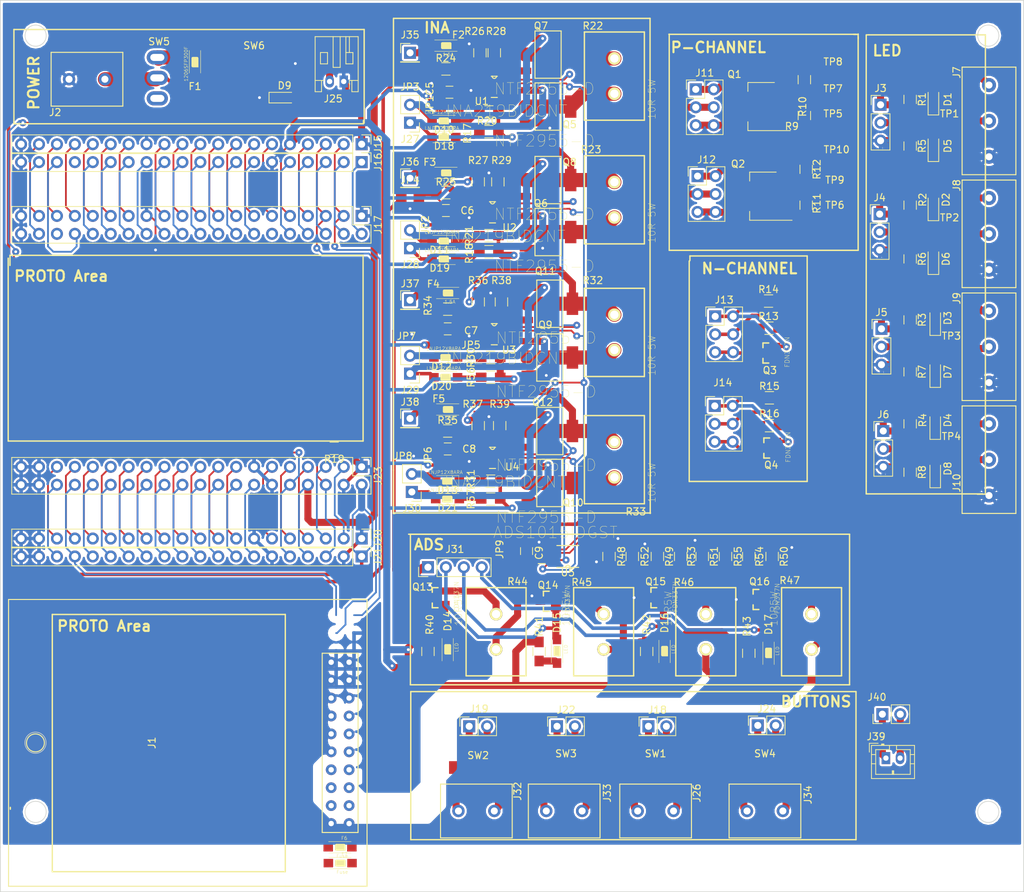
<source format=kicad_pcb>
(kicad_pcb (version 4) (host pcbnew 4.0.7-e2-6376~58~ubuntu17.04.1)
  (layers (0 F.Cu signal) (31 B.Cu signal hide) (34 B.Paste user) (35 F.Paste user) (36 B.SilkS user) (37 F.SilkS user) (38 B.Mask user) (39 F.Mask user) (44 Edge.Cuts user))
  (net 0 "")
  (net 1 "/Fixture Dev Kit - Functional Computer/LOLN")
  (net 2 GND)
  (net 3 "/Fixture Dev Kit - Functional Computer/LORN")
  (net 4 "Net-(C5-Pad2)")
  (net 5 "Net-(C6-Pad2)")
  (net 6 "Net-(C7-Pad2)")
  (net 7 "Net-(C8-Pad2)")
  (net 8 +5V)
  (net 9 "Net-(D1-Pad1)")
  (net 10 "Net-(D1-Pad2)")
  (net 11 "Net-(D2-Pad1)")
  (net 12 "Net-(D2-Pad2)")
  (net 13 "Net-(D3-Pad1)")
  (net 14 "Net-(D3-Pad2)")
  (net 15 "Net-(D4-Pad1)")
  (net 16 "Net-(D4-Pad2)")
  (net 17 "Net-(D5-Pad1)")
  (net 18 "Net-(D6-Pad1)")
  (net 19 "Net-(D7-Pad1)")
  (net 20 "Net-(D8-Pad1)")
  (net 21 /C4-VCC-3V3)
  (net 22 "/Fixture Dev Kit - INA/INA40_XIO")
  (net 23 "Net-(D10-Pad2)")
  (net 24 "/Fixture Dev Kit - INA/INA41_XIO")
  (net 25 "Net-(D11-Pad2)")
  (net 26 "/Fixture Dev Kit - INA/INA42_XIO")
  (net 27 "Net-(D12-Pad2)")
  (net 28 "/Fixture Dev Kit - INA/INA43_XIO")
  (net 29 "Net-(D13-Pad2)")
  (net 30 "/Fixture Dev Kit - ADS/AIN0_XIO")
  (net 31 "Net-(D14-Pad2)")
  (net 32 "/Fixture Dev Kit - ADS/AIN1_XIO")
  (net 33 "Net-(D15-Pad2)")
  (net 34 "/Fixture Dev Kit - ADS/AIN2_XIO")
  (net 35 "Net-(D16-Pad2)")
  (net 36 "/Fixture Dev Kit - ADS/AIN3_XIO")
  (net 37 "Net-(D17-Pad2)")
  (net 38 "/Fixture Dev Kit - Functional Computer/C4-PWR-IN")
  (net 39 "Net-(F2-Pad1)")
  (net 40 "Net-(F3-Pad1)")
  (net 41 "Net-(F4-Pad1)")
  (net 42 "Net-(F5-Pad1)")
  (net 43 /AIN0)
  (net 44 /AIN1)
  (net 45 /AIN2)
  (net 46 /AIN3)
  (net 47 /INA40_V-)
  (net 48 /INA41_V-)
  (net 49 /INA42_V-)
  (net 50 /INA43_V-)
  (net 51 /I2C-SDA)
  (net 52 /I2C-SCK)
  (net 53 /UART-RX)
  (net 54 /UART-TX)
  (net 55 /ADAPTER_ID)
  (net 56 "Net-(J3-Pad1)")
  (net 57 "Net-(J4-Pad1)")
  (net 58 "Net-(J5-Pad1)")
  (net 59 "/Fixture Dev Kit - PMosfets/Source0")
  (net 60 "/Fixture Dev Kit - PMosfets/Gate0")
  (net 61 "/Fixture Dev Kit - PMosfets/Drain0")
  (net 62 "/Fixture Dev Kit - PMosfets/Source1")
  (net 63 "/Fixture Dev Kit - PMosfets/Gate1")
  (net 64 "/Fixture Dev Kit - PMosfets/Drain1")
  (net 65 "/Fixture Dev Kits - NMosfets/Source_0")
  (net 66 "/Fixture Dev Kits - NMosfets/Gate_0")
  (net 67 "/Fixture Dev Kits - NMosfets/Drain_0")
  (net 68 "/Fixture Dev Kits - NMosfets/Source_1")
  (net 69 "/Fixture Dev Kits - NMosfets/Gate_1")
  (net 70 "/Fixture Dev Kits - NMosfets/Drain_1")
  (net 71 "Net-(J15-Pad4)")
  (net 72 "Net-(J15-Pad6)")
  (net 73 "Net-(J15-Pad7)")
  (net 74 "Net-(J15-Pad8)")
  (net 75 "Net-(J15-Pad9)")
  (net 76 "Net-(J15-Pad10)")
  (net 77 "Net-(J15-Pad11)")
  (net 78 "Net-(J15-Pad12)")
  (net 79 "Net-(J15-Pad14)")
  (net 80 "Net-(J15-Pad15)")
  (net 81 "Net-(J15-Pad16)")
  (net 82 "Net-(J15-Pad17)")
  (net 83 "/Fixture Dev Kit - Functional Computer/I2C-SDA")
  (net 84 "/Fixture Dev Kit - Functional Computer/I2C-SCK")
  (net 85 "Net-(J16-Pad1)")
  (net 86 "/Fixture Dev Kit - Functional Computer/LOLP")
  (net 87 "/Fixture Dev Kit - Functional Computer/LORP")
  (net 88 "Net-(J16-Pad7)")
  (net 89 "Net-(J16-Pad8)")
  (net 90 "Net-(J16-Pad9)")
  (net 91 "Net-(J16-Pad10)")
  (net 92 "Net-(J16-Pad11)")
  (net 93 "Net-(J16-Pad12)")
  (net 94 "Net-(J16-Pad13)")
  (net 95 "Net-(J16-Pad14)")
  (net 96 "Net-(J16-Pad15)")
  (net 97 "Net-(J16-Pad16)")
  (net 98 "Net-(J16-Pad19)")
  (net 99 "/Fixture Dev Kit - Functional Computer/BAT")
  (net 100 "/Fixture Dev Kit - Functional Computer/TS")
  (net 101 "/Fixture Dev Kit - Functional Computer/PWRON")
  (net 102 "Net-(J20-Pad2)")
  (net 103 "Net-(J20-Pad3)")
  (net 104 "Net-(J20-Pad4)")
  (net 105 "Net-(J20-Pad5)")
  (net 106 "Net-(J20-Pad6)")
  (net 107 "Net-(J20-Pad8)")
  (net 108 "Net-(J20-Pad9)")
  (net 109 "Net-(J20-Pad10)")
  (net 110 "Net-(J20-Pad11)")
  (net 111 "Net-(J20-Pad12)")
  (net 112 "Net-(J20-Pad13)")
  (net 113 "Net-(J20-Pad14)")
  (net 114 "Net-(J20-Pad15)")
  (net 115 "Net-(J20-Pad16)")
  (net 116 "Net-(J20-Pad17)")
  (net 117 "Net-(J20-Pad18)")
  (net 118 "Net-(J21-Pad7)")
  (net 119 "Net-(J21-Pad8)")
  (net 120 "Net-(J21-Pad9)")
  (net 121 "Net-(J21-Pad10)")
  (net 122 "Net-(J21-Pad11)")
  (net 123 "Net-(J21-Pad12)")
  (net 124 "Net-(J21-Pad13)")
  (net 125 "Net-(J21-Pad14)")
  (net 126 "Net-(J21-Pad15)")
  (net 127 "Net-(J21-Pad16)")
  (net 128 "Net-(J21-Pad18)")
  (net 129 "/Fixture Dev Kit - INA/LOAD40_XIO")
  (net 130 "/Fixture Dev Kit - INA/LOAD41_XIO")
  (net 131 "/Fixture Dev Kit - INA/LOAD42_XIO")
  (net 132 "/Fixture Dev Kit - INA/LOAD43_XIO")
  (net 133 "Net-(Q5-Pad2)")
  (net 134 "Net-(Q6-Pad2)")
  (net 135 "Net-(Q7-Pad2)")
  (net 136 "Net-(Q8-Pad2)")
  (net 137 "Net-(Q9-Pad2)")
  (net 138 "Net-(Q10-Pad2)")
  (net 139 "Net-(Q11-Pad2)")
  (net 140 "Net-(Q12-Pad2)")
  (net 141 "Net-(Q13-Pad2)")
  (net 142 "Net-(Q14-Pad2)")
  (net 143 "Net-(Q15-Pad2)")
  (net 144 "Net-(Q16-Pad2)")
  (net 145 "Net-(R26-Pad1)")
  (net 146 "Net-(R27-Pad1)")
  (net 147 "Net-(R28-Pad1)")
  (net 148 "Net-(R29-Pad1)")
  (net 149 "Net-(R36-Pad1)")
  (net 150 "Net-(R37-Pad1)")
  (net 151 "Net-(R38-Pad1)")
  (net 152 "Net-(R39-Pad1)")
  (net 153 "Net-(R52-Pad2)")
  (net 154 "Net-(R53-Pad2)")
  (net 155 "Net-(R54-Pad2)")
  (net 156 "Net-(R55-Pad2)")
  (net 157 "Net-(J16-Pad18)")
  (net 158 "Net-(D18-Pad2)")
  (net 159 "Net-(D19-Pad2)")
  (net 160 "Net-(D20-Pad2)")
  (net 161 "Net-(D21-Pad2)")
  (net 162 "Net-(F1-Pad1)")
  (net 163 "Net-(J10-Pad1)")
  (net 164 "Net-(C9-Pad1)")
  (net 165 "Net-(F2-Pad2)")
  (net 166 "Net-(F3-Pad2)")
  (net 167 "Net-(F4-Pad2)")
  (net 168 "Net-(F5-Pad2)")
  (net 169 "Net-(J18-Pad1)")
  (net 170 "Net-(J18-Pad2)")
  (net 171 "Net-(J19-Pad1)")
  (net 172 "Net-(J19-Pad2)")
  (net 173 "Net-(J22-Pad1)")
  (net 174 "Net-(J22-Pad2)")
  (net 175 "Net-(J24-Pad1)")
  (net 176 "Net-(J24-Pad2)")
  (net 177 "Net-(JP3-Pad1)")
  (net 178 "Net-(JP4-Pad1)")
  (net 179 "Net-(JP7-Pad1)")
  (net 180 "Net-(JP8-Pad1)")
  (net 181 "Net-(J39-Pad1)")
  (net 182 "Net-(J39-Pad2)")
  (net 183 "Net-(F6-Pad2)")
  (net 184 "Net-(F7-Pad2)")
  (module CHIP4DUT:DUT_HEADER_FOOTPRINT (layer F.Cu) (at 47.752 125.222 270)
    (fp_text reference J1 (at 0 1.27 270) (layer F.SilkS))
    (fp_text value DUT)
    (pad 1 thru_hole circle (at 11.43 -26.67 270) (size 1.524 1.524) (drill 0.762) (layers *.Cu *.Mask) (net 46 /AIN3))
    (pad 2 thru_hole circle (at 11.43 -24.13 270) (size 1.524 1.524) (drill 0.762) (layers *.Cu *.Mask) (net 183 "Net-(F6-Pad2)"))
    (pad 3 thru_hole circle (at 8.89 -26.67 270) (size 1.524 1.524) (drill 0.762) (layers *.Cu *.Mask) (net 45 /AIN2))
    (pad 4 thru_hole circle (at 8.89 -24.13 270) (size 1.524 1.524) (drill 0.762) (layers *.Cu *.Mask) (net 184 "Net-(F7-Pad2)"))
    (pad 5 thru_hole circle (at 6.35 -26.67 270) (size 1.524 1.524) (drill 0.762) (layers *.Cu *.Mask) (net 44 /AIN1))
    (pad 6 thru_hole circle (at 6.35 -24.13 270) (size 1.524 1.524) (drill 0.762) (layers *.Cu *.Mask) (net 2 GND))
    (pad 7 thru_hole circle (at 3.81 -26.67 270) (size 1.524 1.524) (drill 0.762) (layers *.Cu *.Mask) (net 43 /AIN0))
    (pad 8 thru_hole circle (at 3.81 -24.13 270) (size 1.524 1.524) (drill 0.762) (layers *.Cu *.Mask) (net 2 GND))
    (pad 9 thru_hole circle (at 1.27 -26.67 270) (size 1.524 1.524) (drill 0.762) (layers *.Cu *.Mask) (net 50 /INA43_V-))
    (pad 10 thru_hole circle (at 1.27 -24.13 270) (size 1.524 1.524) (drill 0.762) (layers *.Cu *.Mask) (net 2 GND))
    (pad 11 thru_hole circle (at -1.27 -26.67 270) (size 1.524 1.524) (drill 0.762) (layers *.Cu *.Mask) (net 49 /INA42_V-))
    (pad 12 thru_hole circle (at -1.27 -24.13 270) (size 1.524 1.524) (drill 0.762) (layers *.Cu *.Mask) (net 2 GND))
    (pad 13 thru_hole circle (at -3.81 -26.67 270) (size 1.524 1.524) (drill 0.762) (layers *.Cu *.Mask) (net 48 /INA41_V-))
    (pad 14 thru_hole circle (at -3.81 -24.13 270) (size 1.524 1.524) (drill 0.762) (layers *.Cu *.Mask) (net 2 GND))
    (pad 15 thru_hole circle (at -6.35 -26.67 270) (size 1.524 1.524) (drill 0.762) (layers *.Cu *.Mask) (net 47 /INA40_V-))
    (pad 16 thru_hole circle (at -6.35 -24.13 270) (size 1.524 1.524) (drill 0.762) (layers *.Cu *.Mask) (net 55 /ADAPTER_ID))
    (pad 17 thru_hole circle (at -8.89 -26.67 270) (size 1.524 1.524) (drill 0.762) (layers *.Cu *.Mask) (net 53 /UART-RX))
    (pad 18 thru_hole circle (at -8.89 -24.13 270) (size 1.524 1.524) (drill 0.762) (layers *.Cu *.Mask) (net 51 /I2C-SDA))
    (pad 19 thru_hole circle (at -11.43 -26.67 270) (size 1.524 1.524) (drill 0.762) (layers *.Cu *.Mask) (net 54 /UART-TX))
    (pad 20 thru_hole circle (at -11.43 -24.13 270) (size 1.524 1.524) (drill 0.762) (layers *.Cu *.Mask) (net 52 /I2C-SCK))
  )
  (module Capacitors_SMD:C_0805_HandSoldering (layer F.Cu) (at 88.646 33.02)
    (fp_text reference C5 (at -2.794 -0.508 90) (layer F.SilkS))
    (fp_text value 0.1uF)
    (pad 1 smd rect (at -1.25 0) (size 1.5 1.25) (layers F.Cu F.Paste F.Mask) (net 2 GND))
    (pad 2 smd rect (at 1.25 0) (size 1.5 1.25) (layers F.Cu F.Paste F.Mask) (net 4 "Net-(C5-Pad2)"))
  )
  (module Capacitors_SMD:C_0805_HandSoldering (layer F.Cu) (at 88.138 49.784)
    (fp_text reference C6 (at 3.048 0 180) (layer F.SilkS))
    (fp_text value 0.1uF)
    (pad 1 smd rect (at -1.25 0) (size 1.5 1.25) (layers F.Cu F.Paste F.Mask) (net 2 GND))
    (pad 2 smd rect (at 1.25 0) (size 1.5 1.25) (layers F.Cu F.Paste F.Mask) (net 5 "Net-(C6-Pad2)"))
  )
  (module Capacitors_SMD:C_0805_HandSoldering (layer F.Cu) (at 88.392 66.548)
    (fp_text reference C7 (at 3.302 0.254) (layer F.SilkS))
    (fp_text value 0.1uF)
    (pad 1 smd rect (at -1.25 0) (size 1.5 1.25) (layers F.Cu F.Paste F.Mask) (net 2 GND))
    (pad 2 smd rect (at 1.25 0) (size 1.5 1.25) (layers F.Cu F.Paste F.Mask) (net 6 "Net-(C7-Pad2)"))
  )
  (module Capacitors_SMD:C_0805_HandSoldering (layer F.Cu) (at 88.392 83.566)
    (fp_text reference C8 (at 3.048 0) (layer F.SilkS))
    (fp_text value 0.1uF)
    (pad 1 smd rect (at -1.25 0) (size 1.5 1.25) (layers F.Cu F.Paste F.Mask) (net 2 GND))
    (pad 2 smd rect (at 1.25 0) (size 1.5 1.25) (layers F.Cu F.Paste F.Mask) (net 7 "Net-(C8-Pad2)"))
  )
  (module Capacitors_SMD:C_0805_HandSoldering (layer F.Cu) (at 99.568 98.044 90)
    (fp_text reference C9 (at -0.254 1.778 90) (layer F.SilkS))
    (fp_text value 0.1uF)
    (pad 1 smd rect (at -1.25 0 90) (size 1.5 1.25) (layers F.Cu F.Paste F.Mask) (net 164 "Net-(C9-Pad1)"))
    (pad 2 smd rect (at 1.25 0 90) (size 1.5 1.25) (layers F.Cu F.Paste F.Mask) (net 2 GND))
  )
  (module LEDs:LED_0805_HandSoldering (layer F.Cu) (at 157.226 34.036 90)
    (fp_text reference D1 (at 0 2.032 90) (layer F.SilkS))
    (fp_text value Purple)
    (pad 1 smd rect (at -1.35 0 90) (size 1.5 1.3) (layers F.Cu F.Paste F.Mask) (net 9 "Net-(D1-Pad1)"))
    (pad 2 smd rect (at 1.35 0 90) (size 1.5 1.3) (layers F.Cu F.Paste F.Mask) (net 10 "Net-(D1-Pad2)"))
  )
  (module LEDs:LED_0805_HandSoldering (layer F.Cu) (at 157.226 49.022 90)
    (fp_text reference D2 (at 0.762 1.778 90) (layer F.SilkS))
    (fp_text value Purple)
    (pad 1 smd rect (at -1.35 0 90) (size 1.5 1.3) (layers F.Cu F.Paste F.Mask) (net 11 "Net-(D2-Pad1)"))
    (pad 2 smd rect (at 1.35 0 90) (size 1.5 1.3) (layers F.Cu F.Paste F.Mask) (net 12 "Net-(D2-Pad2)"))
  )
  (module LEDs:LED_0805_HandSoldering (layer F.Cu) (at 157.48 65.278 90)
    (fp_text reference D3 (at 0.254 1.778 90) (layer F.SilkS))
    (fp_text value Purple)
    (pad 1 smd rect (at -1.35 0 90) (size 1.5 1.3) (layers F.Cu F.Paste F.Mask) (net 13 "Net-(D3-Pad1)"))
    (pad 2 smd rect (at 1.35 0 90) (size 1.5 1.3) (layers F.Cu F.Paste F.Mask) (net 14 "Net-(D3-Pad2)"))
  )
  (module LEDs:LED_0805_HandSoldering (layer F.Cu) (at 157.48 80.01 90)
    (fp_text reference D4 (at 0.508 1.778 90) (layer F.SilkS))
    (fp_text value Purple)
    (pad 1 smd rect (at -1.35 0 90) (size 1.5 1.3) (layers F.Cu F.Paste F.Mask) (net 15 "Net-(D4-Pad1)"))
    (pad 2 smd rect (at 1.35 0 90) (size 1.5 1.3) (layers F.Cu F.Paste F.Mask) (net 16 "Net-(D4-Pad2)"))
  )
  (module LEDs:LED_0805_HandSoldering (layer F.Cu) (at 157.226 40.64 90)
    (fp_text reference D5 (at 0 2.032 90) (layer F.SilkS))
    (fp_text value Green)
    (pad 1 smd rect (at -1.35 0 90) (size 1.5 1.3) (layers F.Cu F.Paste F.Mask) (net 17 "Net-(D5-Pad1)"))
    (pad 2 smd rect (at 1.35 0 90) (size 1.5 1.3) (layers F.Cu F.Paste F.Mask) (net 9 "Net-(D1-Pad1)"))
  )
  (module LEDs:LED_0805_HandSoldering (layer F.Cu) (at 157.226 56.642 90)
    (fp_text reference D6 (at 0 1.778 90) (layer F.SilkS))
    (fp_text value Green)
    (pad 1 smd rect (at -1.35 0 90) (size 1.5 1.3) (layers F.Cu F.Paste F.Mask) (net 18 "Net-(D6-Pad1)"))
    (pad 2 smd rect (at 1.35 0 90) (size 1.5 1.3) (layers F.Cu F.Paste F.Mask) (net 11 "Net-(D2-Pad1)"))
  )
  (module LEDs:LED_0805_HandSoldering (layer F.Cu) (at 157.48 72.644 90)
    (fp_text reference D7 (at 0 1.778 90) (layer F.SilkS))
    (fp_text value Green)
    (pad 1 smd rect (at -1.35 0 90) (size 1.5 1.3) (layers F.Cu F.Paste F.Mask) (net 19 "Net-(D7-Pad1)"))
    (pad 2 smd rect (at 1.35 0 90) (size 1.5 1.3) (layers F.Cu F.Paste F.Mask) (net 13 "Net-(D3-Pad1)"))
  )
  (module LEDs:LED_0805_HandSoldering (layer F.Cu) (at 157.48 86.868 90)
    (fp_text reference D8 (at 0.508 1.778 90) (layer F.SilkS))
    (fp_text value Green)
    (pad 1 smd rect (at -1.35 0 90) (size 1.5 1.3) (layers F.Cu F.Paste F.Mask) (net 20 "Net-(D8-Pad1)"))
    (pad 2 smd rect (at 1.35 0 90) (size 1.5 1.3) (layers F.Cu F.Paste F.Mask) (net 15 "Net-(D4-Pad1)"))
  )
  (module 1206:1206 (layer F.Cu) (at 87.884 37.084)
    (fp_text reference D10 (at 0 1.27) (layer F.SilkS))
    (fp_text value LNJP12X8ARA (at -0.31649 -1.25925) (layer F.SilkS) (effects (font (size 0.480745 0.480745) (thickness 0.05))))
    (pad 1 smd rect (at -1.7 0) (size 1.35 1.2) (layers F.Cu F.Paste F.Mask) (net 22 "/Fixture Dev Kit - INA/INA40_XIO"))
    (pad 2 smd rect (at 1.65 0) (size 1.35 1.2) (layers F.Cu F.Paste F.Mask) (net 23 "Net-(D10-Pad2)"))
  )
  (module 1206:1206 (layer F.Cu) (at 87.884 54.102)
    (fp_text reference D11 (at -0.62201 1.2852) (layer F.SilkS))
    (fp_text value LNJP12X8ARA (at -0.31649 -1.25925) (layer F.SilkS) (effects (font (size 0.480745 0.480745) (thickness 0.05))))
    (pad 1 smd rect (at -1.7 0) (size 1.35 1.2) (layers F.Cu F.Paste F.Mask) (net 24 "/Fixture Dev Kit - INA/INA41_XIO"))
    (pad 2 smd rect (at 1.65 0) (size 1.35 1.2) (layers F.Cu F.Paste F.Mask) (net 25 "Net-(D11-Pad2)"))
  )
  (module 1206:1206 (layer F.Cu) (at 88.138 70.612)
    (fp_text reference D12 (at -0.62201 1.2852) (layer F.SilkS))
    (fp_text value LNJP12X8ARA (at -0.31649 -1.25925) (layer F.SilkS) (effects (font (size 0.480745 0.480745) (thickness 0.05))))
    (pad 1 smd rect (at -1.7 0) (size 1.35 1.2) (layers F.Cu F.Paste F.Mask) (net 26 "/Fixture Dev Kit - INA/INA42_XIO"))
    (pad 2 smd rect (at 1.65 0) (size 1.35 1.2) (layers F.Cu F.Paste F.Mask) (net 27 "Net-(D12-Pad2)"))
  )
  (module 1206:1206 (layer F.Cu) (at 88.392 88.138)
    (fp_text reference D13 (at 0 1.27) (layer F.SilkS))
    (fp_text value LNJP12X8ARA (at -0.31649 -1.25925) (layer F.SilkS) (effects (font (size 0.480745 0.480745) (thickness 0.05))))
    (pad 1 smd rect (at -1.7 0) (size 1.35 1.2) (layers F.Cu F.Paste F.Mask) (net 28 "/Fixture Dev Kit - INA/INA43_XIO"))
    (pad 2 smd rect (at 1.65 0) (size 1.35 1.2) (layers F.Cu F.Paste F.Mask) (net 29 "Net-(D13-Pad2)"))
  )
  (module 1206:1206 (layer F.Cu) (at 88.392 112.014 270)
    (fp_text reference D14 (at -4.064 0 270) (layer F.SilkS))
    (fp_text value LED (at -0.31649 -1.25925 270) (layer F.SilkS) (effects (font (size 0.480745 0.480745) (thickness 0.05))))
    (pad 1 smd rect (at -1.7 0 270) (size 1.35 1.2) (layers F.Cu F.Paste F.Mask) (net 30 "/Fixture Dev Kit - ADS/AIN0_XIO"))
    (pad 2 smd rect (at 1.65 0 270) (size 1.35 1.2) (layers F.Cu F.Paste F.Mask) (net 31 "Net-(D14-Pad2)"))
  )
  (module 1206:1206 (layer F.Cu) (at 103.886 112.268 270)
    (fp_text reference D15 (at -4.064 0 270) (layer F.SilkS))
    (fp_text value LED (at -0.31649 -1.25925 270) (layer F.SilkS) (effects (font (size 0.480745 0.480745) (thickness 0.05))))
    (pad 1 smd rect (at -1.7 0 270) (size 1.35 1.2) (layers F.Cu F.Paste F.Mask) (net 32 "/Fixture Dev Kit - ADS/AIN1_XIO"))
    (pad 2 smd rect (at 1.65 0 270) (size 1.35 1.2) (layers F.Cu F.Paste F.Mask) (net 33 "Net-(D15-Pad2)"))
  )
  (module 1206:1206 (layer F.Cu) (at 119.126 112.268 270)
    (fp_text reference D16 (at -4.064 0 270) (layer F.SilkS))
    (fp_text value LED (at -0.31649 -1.25925 270) (layer F.SilkS) (effects (font (size 0.480745 0.480745) (thickness 0.05))))
    (pad 1 smd rect (at -1.7 0 270) (size 1.35 1.2) (layers F.Cu F.Paste F.Mask) (net 34 "/Fixture Dev Kit - ADS/AIN2_XIO"))
    (pad 2 smd rect (at 1.65 0 270) (size 1.35 1.2) (layers F.Cu F.Paste F.Mask) (net 35 "Net-(D16-Pad2)"))
  )
  (module 1206:1206 (layer F.Cu) (at 133.858 112.522 270)
    (fp_text reference D17 (at -4.064 0 270) (layer F.SilkS))
    (fp_text value LED (at -0.31649 -1.25925 270) (layer F.SilkS) (effects (font (size 0.480745 0.480745) (thickness 0.05))))
    (pad 1 smd rect (at -1.7 0 270) (size 1.35 1.2) (layers F.Cu F.Paste F.Mask) (net 36 "/Fixture Dev Kit - ADS/AIN3_XIO"))
    (pad 2 smd rect (at 1.65 0 270) (size 1.35 1.2) (layers F.Cu F.Paste F.Mask) (net 37 "Net-(D17-Pad2)"))
  )
  (module 1206:1206 (layer F.Cu) (at 52.578 28.702 90)
    (fp_text reference F1 (at -3.4925 0 180) (layer F.SilkS))
    (fp_text value 1206SFP300F (at -0.31649 -1.25925 90) (layer F.SilkS) (effects (font (size 0.480745 0.480745) (thickness 0.05))))
    (pad 1 smd rect (at -1.7 0 90) (size 1.35 1.2) (layers F.Cu F.Paste F.Mask) (net 162 "Net-(F1-Pad1)"))
    (pad 2 smd rect (at 1.65 0 90) (size 1.35 1.2) (layers F.Cu F.Paste F.Mask) (net 38 "/Fixture Dev Kit - Functional Computer/C4-PWR-IN"))
  )
  (module 1206:1206 (layer F.Cu) (at 88.138 26.416 180)
    (fp_text reference F2 (at -1.778 1.524 180) (layer F.SilkS))
    (fp_text value 1.5A (at -0.31649 -1.25925 180) (layer F.SilkS) (effects (font (size 0.480745 0.480745) (thickness 0.05))))
    (pad 1 smd rect (at -1.7 0 180) (size 1.35 1.2) (layers F.Cu F.Paste F.Mask) (net 39 "Net-(F2-Pad1)"))
    (pad 2 smd rect (at 1.65 0 180) (size 1.35 1.2) (layers F.Cu F.Paste F.Mask) (net 165 "Net-(F2-Pad2)"))
  )
  (module 1206:1206 (layer F.Cu) (at 88.138 44.45 180)
    (fp_text reference F3 (at 2.286 1.524 180) (layer F.SilkS))
    (fp_text value 1.5A (at -0.31649 -1.25925 180) (layer F.SilkS) (effects (font (size 0.480745 0.480745) (thickness 0.05))))
    (pad 1 smd rect (at -1.7 0 180) (size 1.35 1.2) (layers F.Cu F.Paste F.Mask) (net 40 "Net-(F3-Pad1)"))
    (pad 2 smd rect (at 1.65 0 180) (size 1.35 1.2) (layers F.Cu F.Paste F.Mask) (net 166 "Net-(F3-Pad2)"))
  )
  (module 1206:1206 (layer F.Cu) (at 88.392 61.468 180)
    (fp_text reference F4 (at 2.032 1.27 180) (layer F.SilkS))
    (fp_text value 1.5A (at -0.31649 -1.25925 180) (layer F.SilkS) (effects (font (size 0.480745 0.480745) (thickness 0.05))))
    (pad 1 smd rect (at -1.7 0 180) (size 1.35 1.2) (layers F.Cu F.Paste F.Mask) (net 41 "Net-(F4-Pad1)"))
    (pad 2 smd rect (at 1.65 0 180) (size 1.35 1.2) (layers F.Cu F.Paste F.Mask) (net 167 "Net-(F4-Pad2)"))
  )
  (module 1206:1206 (layer F.Cu) (at 88.392 77.978 180)
    (fp_text reference F5 (at 1.27 1.524 180) (layer F.SilkS))
    (fp_text value 1.5A (at -0.31649 -1.25925 180) (layer F.SilkS) (effects (font (size 0.480745 0.480745) (thickness 0.05))))
    (pad 1 smd rect (at -1.7 0 180) (size 1.35 1.2) (layers F.Cu F.Paste F.Mask) (net 42 "Net-(F5-Pad1)"))
    (pad 2 smd rect (at 1.65 0 180) (size 1.35 1.2) (layers F.Cu F.Paste F.Mask) (net 168 "Net-(F5-Pad2)"))
  )
  (module Pin_Headers:Pin_Header_Straight_1x03_Pitch2.54mm (layer F.Cu) (at 149.733 34.798)
    (fp_text reference J3 (at 0 -2.33) (layer F.SilkS))
    (fp_text value LED_0)
    (pad 1 thru_hole rect (at 0 0) (size 1.7 1.7) (drill 1) (layers *.Cu *.Mask) (net 56 "Net-(J3-Pad1)"))
    (pad 2 thru_hole oval (at 0 2.54) (size 1.7 1.7) (drill 1) (layers *.Cu *.Mask) (net 9 "Net-(D1-Pad1)"))
    (pad 3 thru_hole oval (at 0 5.08) (size 1.7 1.7) (drill 1) (layers *.Cu *.Mask) (net 2 GND))
  )
  (module Pin_Headers:Pin_Header_Straight_1x03_Pitch2.54mm (layer F.Cu) (at 149.606 50.292)
    (fp_text reference J4 (at 0 -2.33) (layer F.SilkS))
    (fp_text value LED_1)
    (pad 1 thru_hole rect (at 0 0) (size 1.7 1.7) (drill 1) (layers *.Cu *.Mask) (net 57 "Net-(J4-Pad1)"))
    (pad 2 thru_hole oval (at 0 2.54) (size 1.7 1.7) (drill 1) (layers *.Cu *.Mask) (net 11 "Net-(D2-Pad1)"))
    (pad 3 thru_hole oval (at 0 5.08) (size 1.7 1.7) (drill 1) (layers *.Cu *.Mask) (net 2 GND))
  )
  (module Pin_Headers:Pin_Header_Straight_1x03_Pitch2.54mm (layer F.Cu) (at 149.86 66.548)
    (fp_text reference J5 (at 0 -2.33) (layer F.SilkS))
    (fp_text value LED_2)
    (pad 1 thru_hole rect (at 0 0) (size 1.7 1.7) (drill 1) (layers *.Cu *.Mask) (net 58 "Net-(J5-Pad1)"))
    (pad 2 thru_hole oval (at 0 2.54) (size 1.7 1.7) (drill 1) (layers *.Cu *.Mask) (net 13 "Net-(D3-Pad1)"))
    (pad 3 thru_hole oval (at 0 5.08) (size 1.7 1.7) (drill 1) (layers *.Cu *.Mask) (net 2 GND))
  )
  (module Pin_Headers:Pin_Header_Straight_1x03_Pitch2.54mm (layer F.Cu) (at 150.114 81.026)
    (fp_text reference J6 (at 0 -2.33) (layer F.SilkS))
    (fp_text value LED_3)
    (pad 1 thru_hole rect (at 0 0) (size 1.7 1.7) (drill 1) (layers *.Cu *.Mask) (net 163 "Net-(J10-Pad1)"))
    (pad 2 thru_hole oval (at 0 2.54) (size 1.7 1.7) (drill 1) (layers *.Cu *.Mask) (net 15 "Net-(D4-Pad1)"))
    (pad 3 thru_hole oval (at 0 5.08) (size 1.7 1.7) (drill 1) (layers *.Cu *.Mask) (net 2 GND))
  )
  (module Pin_Headers:Pin_Header_Straight_2x03_Pitch2.54mm (layer F.Cu) (at 123.5456 32.6136)
    (fp_text reference J11 (at 1.27 -2.33) (layer F.SilkS))
    (fp_text value FET_0)
    (pad 1 thru_hole rect (at 0 0) (size 1.7 1.7) (drill 1) (layers *.Cu *.Mask) (net 59 "/Fixture Dev Kit - PMosfets/Source0"))
    (pad 2 thru_hole oval (at 2.54 0) (size 1.7 1.7) (drill 1) (layers *.Cu *.Mask) (net 59 "/Fixture Dev Kit - PMosfets/Source0"))
    (pad 3 thru_hole oval (at 0 2.54) (size 1.7 1.7) (drill 1) (layers *.Cu *.Mask) (net 60 "/Fixture Dev Kit - PMosfets/Gate0"))
    (pad 4 thru_hole oval (at 2.54 2.54) (size 1.7 1.7) (drill 1) (layers *.Cu *.Mask) (net 60 "/Fixture Dev Kit - PMosfets/Gate0"))
    (pad 5 thru_hole oval (at 0 5.08) (size 1.7 1.7) (drill 1) (layers *.Cu *.Mask) (net 61 "/Fixture Dev Kit - PMosfets/Drain0"))
    (pad 6 thru_hole oval (at 2.54 5.08) (size 1.7 1.7) (drill 1) (layers *.Cu *.Mask) (net 61 "/Fixture Dev Kit - PMosfets/Drain0"))
  )
  (module Pin_Headers:Pin_Header_Straight_2x03_Pitch2.54mm (layer F.Cu) (at 123.7996 44.9072)
    (fp_text reference J12 (at 1.27 -2.33) (layer F.SilkS))
    (fp_text value FET_0)
    (pad 1 thru_hole rect (at 0 0) (size 1.7 1.7) (drill 1) (layers *.Cu *.Mask) (net 62 "/Fixture Dev Kit - PMosfets/Source1"))
    (pad 2 thru_hole oval (at 2.54 0) (size 1.7 1.7) (drill 1) (layers *.Cu *.Mask) (net 62 "/Fixture Dev Kit - PMosfets/Source1"))
    (pad 3 thru_hole oval (at 0 2.54) (size 1.7 1.7) (drill 1) (layers *.Cu *.Mask) (net 63 "/Fixture Dev Kit - PMosfets/Gate1"))
    (pad 4 thru_hole oval (at 2.54 2.54) (size 1.7 1.7) (drill 1) (layers *.Cu *.Mask) (net 63 "/Fixture Dev Kit - PMosfets/Gate1"))
    (pad 5 thru_hole oval (at 0 5.08) (size 1.7 1.7) (drill 1) (layers *.Cu *.Mask) (net 64 "/Fixture Dev Kit - PMosfets/Drain1"))
    (pad 6 thru_hole oval (at 2.54 5.08) (size 1.7 1.7) (drill 1) (layers *.Cu *.Mask) (net 64 "/Fixture Dev Kit - PMosfets/Drain1"))
  )
  (module Pin_Headers:Pin_Header_Straight_2x03_Pitch2.54mm (layer F.Cu) (at 126.3015 64.7827)
    (fp_text reference J13 (at 1.27 -2.33) (layer F.SilkS))
    (fp_text value NFET_0)
    (pad 1 thru_hole rect (at 0 0) (size 1.7 1.7) (drill 1) (layers *.Cu *.Mask) (net 65 "/Fixture Dev Kits - NMosfets/Source_0"))
    (pad 2 thru_hole oval (at 2.54 0) (size 1.7 1.7) (drill 1) (layers *.Cu *.Mask) (net 65 "/Fixture Dev Kits - NMosfets/Source_0"))
    (pad 3 thru_hole oval (at 0 2.54) (size 1.7 1.7) (drill 1) (layers *.Cu *.Mask) (net 66 "/Fixture Dev Kits - NMosfets/Gate_0"))
    (pad 4 thru_hole oval (at 2.54 2.54) (size 1.7 1.7) (drill 1) (layers *.Cu *.Mask) (net 66 "/Fixture Dev Kits - NMosfets/Gate_0"))
    (pad 5 thru_hole oval (at 0 5.08) (size 1.7 1.7) (drill 1) (layers *.Cu *.Mask) (net 67 "/Fixture Dev Kits - NMosfets/Drain_0"))
    (pad 6 thru_hole oval (at 2.54 5.08) (size 1.7 1.7) (drill 1) (layers *.Cu *.Mask) (net 67 "/Fixture Dev Kits - NMosfets/Drain_0"))
  )
  (module Pin_Headers:Pin_Header_Straight_2x03_Pitch2.54mm (layer F.Cu) (at 126.238 77.47)
    (fp_text reference J14 (at 1.143 -3.302) (layer F.SilkS))
    (fp_text value NFET_1)
    (pad 1 thru_hole rect (at 0 0) (size 1.7 1.7) (drill 1) (layers *.Cu *.Mask) (net 68 "/Fixture Dev Kits - NMosfets/Source_1"))
    (pad 2 thru_hole oval (at 2.54 0) (size 1.7 1.7) (drill 1) (layers *.Cu *.Mask) (net 68 "/Fixture Dev Kits - NMosfets/Source_1"))
    (pad 3 thru_hole oval (at 0 2.54) (size 1.7 1.7) (drill 1) (layers *.Cu *.Mask) (net 69 "/Fixture Dev Kits - NMosfets/Gate_1"))
    (pad 4 thru_hole oval (at 2.54 2.54) (size 1.7 1.7) (drill 1) (layers *.Cu *.Mask) (net 69 "/Fixture Dev Kits - NMosfets/Gate_1"))
    (pad 5 thru_hole oval (at 0 5.08) (size 1.7 1.7) (drill 1) (layers *.Cu *.Mask) (net 70 "/Fixture Dev Kits - NMosfets/Drain_1"))
    (pad 6 thru_hole oval (at 2.54 5.08) (size 1.7 1.7) (drill 1) (layers *.Cu *.Mask) (net 70 "/Fixture Dev Kits - NMosfets/Drain_1"))
  )
  (module Pin_Headers:Pin_Header_Straight_1x20_Pitch2.54mm (layer F.Cu) (at 76.2 40.386 270)
    (fp_text reference J15 (at 0 -2.33 270) (layer F.SilkS))
    (fp_text value Conn_01x20)
    (pad 1 thru_hole rect (at 0 0 270) (size 1.7 1.7) (drill 1) (layers *.Cu *.Mask) (net 2 GND))
    (pad 2 thru_hole oval (at 0 2.54 270) (size 1.7 1.7) (drill 1) (layers *.Cu *.Mask) (net 54 /UART-TX))
    (pad 3 thru_hole oval (at 0 5.08 270) (size 1.7 1.7) (drill 1) (layers *.Cu *.Mask) (net 53 /UART-RX))
    (pad 4 thru_hole oval (at 0 7.62 270) (size 1.7 1.7) (drill 1) (layers *.Cu *.Mask) (net 71 "Net-(J15-Pad4)"))
    (pad 5 thru_hole oval (at 0 10.16 270) (size 1.7 1.7) (drill 1) (layers *.Cu *.Mask) (net 21 /C4-VCC-3V3))
    (pad 6 thru_hole oval (at 0 12.7 270) (size 1.7 1.7) (drill 1) (layers *.Cu *.Mask) (net 72 "Net-(J15-Pad6)"))
    (pad 7 thru_hole oval (at 0 15.24 270) (size 1.7 1.7) (drill 1) (layers *.Cu *.Mask) (net 73 "Net-(J15-Pad7)"))
    (pad 8 thru_hole oval (at 0 17.78 270) (size 1.7 1.7) (drill 1) (layers *.Cu *.Mask) (net 74 "Net-(J15-Pad8)"))
    (pad 9 thru_hole oval (at 0 20.32 270) (size 1.7 1.7) (drill 1) (layers *.Cu *.Mask) (net 75 "Net-(J15-Pad9)"))
    (pad 10 thru_hole oval (at 0 22.86 270) (size 1.7 1.7) (drill 1) (layers *.Cu *.Mask) (net 76 "Net-(J15-Pad10)"))
    (pad 11 thru_hole oval (at 0 25.4 270) (size 1.7 1.7) (drill 1) (layers *.Cu *.Mask) (net 77 "Net-(J15-Pad11)"))
    (pad 12 thru_hole oval (at 0 27.94 270) (size 1.7 1.7) (drill 1) (layers *.Cu *.Mask) (net 78 "Net-(J15-Pad12)"))
    (pad 13 thru_hole oval (at 0 30.48 270) (size 1.7 1.7) (drill 1) (layers *.Cu *.Mask) (net 2 GND))
    (pad 14 thru_hole oval (at 0 33.02 270) (size 1.7 1.7) (drill 1) (layers *.Cu *.Mask) (net 79 "Net-(J15-Pad14)"))
    (pad 15 thru_hole oval (at 0 35.56 270) (size 1.7 1.7) (drill 1) (layers *.Cu *.Mask) (net 80 "Net-(J15-Pad15)"))
    (pad 16 thru_hole oval (at 0 38.1 270) (size 1.7 1.7) (drill 1) (layers *.Cu *.Mask) (net 81 "Net-(J15-Pad16)"))
    (pad 17 thru_hole oval (at 0 40.64 270) (size 1.7 1.7) (drill 1) (layers *.Cu *.Mask) (net 82 "Net-(J15-Pad17)"))
    (pad 18 thru_hole oval (at 0 43.18 270) (size 1.7 1.7) (drill 1) (layers *.Cu *.Mask) (net 83 "/Fixture Dev Kit - Functional Computer/I2C-SDA"))
    (pad 19 thru_hole oval (at 0 45.72 270) (size 1.7 1.7) (drill 1) (layers *.Cu *.Mask) (net 84 "/Fixture Dev Kit - Functional Computer/I2C-SCK"))
    (pad 20 thru_hole oval (at 0 48.26 270) (size 1.7 1.7) (drill 1) (layers *.Cu *.Mask) (net 2 GND))
  )
  (module Pin_Headers:Pin_Header_Straight_1x20_Pitch2.54mm (layer F.Cu) (at 76.2 42.926 270)
    (fp_text reference J16 (at 0 -2.33 270) (layer F.SilkS))
    (fp_text value Conn_01x20)
    (pad 1 thru_hole rect (at 0 0 270) (size 1.7 1.7) (drill 1) (layers *.Cu *.Mask) (net 85 "Net-(J16-Pad1)"))
    (pad 2 thru_hole oval (at 0 2.54 270) (size 1.7 1.7) (drill 1) (layers *.Cu *.Mask) (net 86 "/Fixture Dev Kit - Functional Computer/LOLP"))
    (pad 3 thru_hole oval (at 0 5.08 270) (size 1.7 1.7) (drill 1) (layers *.Cu *.Mask) (net 1 "/Fixture Dev Kit - Functional Computer/LOLN"))
    (pad 4 thru_hole oval (at 0 7.62 270) (size 1.7 1.7) (drill 1) (layers *.Cu *.Mask) (net 87 "/Fixture Dev Kit - Functional Computer/LORP"))
    (pad 5 thru_hole oval (at 0 10.16 270) (size 1.7 1.7) (drill 1) (layers *.Cu *.Mask) (net 3 "/Fixture Dev Kit - Functional Computer/LORN"))
    (pad 6 thru_hole oval (at 0 12.7 270) (size 1.7 1.7) (drill 1) (layers *.Cu *.Mask) (net 2 GND))
    (pad 7 thru_hole oval (at 0 15.24 270) (size 1.7 1.7) (drill 1) (layers *.Cu *.Mask) (net 88 "Net-(J16-Pad7)"))
    (pad 8 thru_hole oval (at 0 17.78 270) (size 1.7 1.7) (drill 1) (layers *.Cu *.Mask) (net 89 "Net-(J16-Pad8)"))
    (pad 9 thru_hole oval (at 0 20.32 270) (size 1.7 1.7) (drill 1) (layers *.Cu *.Mask) (net 90 "Net-(J16-Pad9)"))
    (pad 10 thru_hole oval (at 0 22.86 270) (size 1.7 1.7) (drill 1) (layers *.Cu *.Mask) (net 91 "Net-(J16-Pad10)"))
    (pad 11 thru_hole oval (at 0 25.4 270) (size 1.7 1.7) (drill 1) (layers *.Cu *.Mask) (net 92 "Net-(J16-Pad11)"))
    (pad 12 thru_hole oval (at 0 27.94 270) (size 1.7 1.7) (drill 1) (layers *.Cu *.Mask) (net 93 "Net-(J16-Pad12)"))
    (pad 13 thru_hole oval (at 0 30.48 270) (size 1.7 1.7) (drill 1) (layers *.Cu *.Mask) (net 94 "Net-(J16-Pad13)"))
    (pad 14 thru_hole oval (at 0 33.02 270) (size 1.7 1.7) (drill 1) (layers *.Cu *.Mask) (net 95 "Net-(J16-Pad14)"))
    (pad 15 thru_hole oval (at 0 35.56 270) (size 1.7 1.7) (drill 1) (layers *.Cu *.Mask) (net 96 "Net-(J16-Pad15)"))
    (pad 16 thru_hole oval (at 0 38.1 270) (size 1.7 1.7) (drill 1) (layers *.Cu *.Mask) (net 97 "Net-(J16-Pad16)"))
    (pad 17 thru_hole oval (at 0 40.64 270) (size 1.7 1.7) (drill 1) (layers *.Cu *.Mask))
    (pad 18 thru_hole oval (at 0 43.18 270) (size 1.7 1.7) (drill 1) (layers *.Cu *.Mask) (net 157 "Net-(J16-Pad18)"))
    (pad 19 thru_hole oval (at 0 45.72 270) (size 1.7 1.7) (drill 1) (layers *.Cu *.Mask) (net 98 "Net-(J16-Pad19)"))
    (pad 20 thru_hole oval (at 0 48.26 270) (size 1.7 1.7) (drill 1) (layers *.Cu *.Mask) (net 2 GND))
  )
  (module Pin_Headers:Pin_Header_Straight_2x20_Pitch2.54mm (layer F.Cu) (at 76.2 50.546 270)
    (fp_text reference J17 (at 1.27 -2.33 270) (layer F.SilkS))
    (fp_text value CHIP4RH)
    (pad 1 thru_hole rect (at 0 0 270) (size 1.7 1.7) (drill 1) (layers *.Cu *.Mask) (net 2 GND))
    (pad 2 thru_hole oval (at 2.54 0 270) (size 1.7 1.7) (drill 1) (layers *.Cu *.Mask) (net 85 "Net-(J16-Pad1)"))
    (pad 3 thru_hole oval (at 0 2.54 270) (size 1.7 1.7) (drill 1) (layers *.Cu *.Mask) (net 54 /UART-TX))
    (pad 4 thru_hole oval (at 2.54 2.54 270) (size 1.7 1.7) (drill 1) (layers *.Cu *.Mask) (net 86 "/Fixture Dev Kit - Functional Computer/LOLP"))
    (pad 5 thru_hole oval (at 0 5.08 270) (size 1.7 1.7) (drill 1) (layers *.Cu *.Mask) (net 53 /UART-RX))
    (pad 6 thru_hole oval (at 2.54 5.08 270) (size 1.7 1.7) (drill 1) (layers *.Cu *.Mask) (net 1 "/Fixture Dev Kit - Functional Computer/LOLN"))
    (pad 7 thru_hole oval (at 0 7.62 270) (size 1.7 1.7) (drill 1) (layers *.Cu *.Mask) (net 71 "Net-(J15-Pad4)"))
    (pad 8 thru_hole oval (at 2.54 7.62 270) (size 1.7 1.7) (drill 1) (layers *.Cu *.Mask) (net 87 "/Fixture Dev Kit - Functional Computer/LORP"))
    (pad 9 thru_hole oval (at 0 10.16 270) (size 1.7 1.7) (drill 1) (layers *.Cu *.Mask) (net 21 /C4-VCC-3V3))
    (pad 10 thru_hole oval (at 2.54 10.16 270) (size 1.7 1.7) (drill 1) (layers *.Cu *.Mask) (net 3 "/Fixture Dev Kit - Functional Computer/LORN"))
    (pad 11 thru_hole oval (at 0 12.7 270) (size 1.7 1.7) (drill 1) (layers *.Cu *.Mask) (net 72 "Net-(J15-Pad6)"))
    (pad 12 thru_hole oval (at 2.54 12.7 270) (size 1.7 1.7) (drill 1) (layers *.Cu *.Mask))
    (pad 13 thru_hole oval (at 0 15.24 270) (size 1.7 1.7) (drill 1) (layers *.Cu *.Mask) (net 73 "Net-(J15-Pad7)"))
    (pad 14 thru_hole oval (at 2.54 15.24 270) (size 1.7 1.7) (drill 1) (layers *.Cu *.Mask) (net 88 "Net-(J16-Pad7)"))
    (pad 15 thru_hole oval (at 0 17.78 270) (size 1.7 1.7) (drill 1) (layers *.Cu *.Mask) (net 74 "Net-(J15-Pad8)"))
    (pad 16 thru_hole oval (at 2.54 17.78 270) (size 1.7 1.7) (drill 1) (layers *.Cu *.Mask) (net 89 "Net-(J16-Pad8)"))
    (pad 17 thru_hole oval (at 0 20.32 270) (size 1.7 1.7) (drill 1) (layers *.Cu *.Mask) (net 75 "Net-(J15-Pad9)"))
    (pad 18 thru_hole oval (at 2.54 20.32 270) (size 1.7 1.7) (drill 1) (layers *.Cu *.Mask) (net 90 "Net-(J16-Pad9)"))
    (pad 19 thru_hole oval (at 0 22.86 270) (size 1.7 1.7) (drill 1) (layers *.Cu *.Mask) (net 76 "Net-(J15-Pad10)"))
    (pad 20 thru_hole oval (at 2.54 22.86 270) (size 1.7 1.7) (drill 1) (layers *.Cu *.Mask) (net 91 "Net-(J16-Pad10)"))
    (pad 21 thru_hole oval (at 0 25.4 270) (size 1.7 1.7) (drill 1) (layers *.Cu *.Mask) (net 77 "Net-(J15-Pad11)"))
    (pad 22 thru_hole oval (at 2.54 25.4 270) (size 1.7 1.7) (drill 1) (layers *.Cu *.Mask) (net 92 "Net-(J16-Pad11)"))
    (pad 23 thru_hole oval (at 0 27.94 270) (size 1.7 1.7) (drill 1) (layers *.Cu *.Mask) (net 78 "Net-(J15-Pad12)"))
    (pad 24 thru_hole oval (at 2.54 27.94 270) (size 1.7 1.7) (drill 1) (layers *.Cu *.Mask) (net 93 "Net-(J16-Pad12)"))
    (pad 25 thru_hole oval (at 0 30.48 270) (size 1.7 1.7) (drill 1) (layers *.Cu *.Mask) (net 2 GND))
    (pad 26 thru_hole oval (at 2.54 30.48 270) (size 1.7 1.7) (drill 1) (layers *.Cu *.Mask) (net 94 "Net-(J16-Pad13)"))
    (pad 27 thru_hole oval (at 0 33.02 270) (size 1.7 1.7) (drill 1) (layers *.Cu *.Mask) (net 79 "Net-(J15-Pad14)"))
    (pad 28 thru_hole oval (at 2.54 33.02 270) (size 1.7 1.7) (drill 1) (layers *.Cu *.Mask) (net 95 "Net-(J16-Pad14)"))
    (pad 29 thru_hole oval (at 0 35.56 270) (size 1.7 1.7) (drill 1) (layers *.Cu *.Mask) (net 80 "Net-(J15-Pad15)"))
    (pad 30 thru_hole oval (at 2.54 35.56 270) (size 1.7 1.7) (drill 1) (layers *.Cu *.Mask) (net 96 "Net-(J16-Pad15)"))
    (pad 31 thru_hole oval (at 0 38.1 270) (size 1.7 1.7) (drill 1) (layers *.Cu *.Mask) (net 81 "Net-(J15-Pad16)"))
    (pad 32 thru_hole oval (at 2.54 38.1 270) (size 1.7 1.7) (drill 1) (layers *.Cu *.Mask) (net 97 "Net-(J16-Pad16)"))
    (pad 33 thru_hole oval (at 0 40.64 270) (size 1.7 1.7) (drill 1) (layers *.Cu *.Mask) (net 82 "Net-(J15-Pad17)"))
    (pad 34 thru_hole oval (at 2.54 40.64 270) (size 1.7 1.7) (drill 1) (layers *.Cu *.Mask) (net 157 "Net-(J16-Pad18)"))
    (pad 35 thru_hole oval (at 0 43.18 270) (size 1.7 1.7) (drill 1) (layers *.Cu *.Mask) (net 83 "/Fixture Dev Kit - Functional Computer/I2C-SDA"))
    (pad 36 thru_hole oval (at 2.54 43.18 270) (size 1.7 1.7) (drill 1) (layers *.Cu *.Mask))
    (pad 37 thru_hole oval (at 0 45.72 270) (size 1.7 1.7) (drill 1) (layers *.Cu *.Mask) (net 84 "/Fixture Dev Kit - Functional Computer/I2C-SCK"))
    (pad 38 thru_hole oval (at 2.54 45.72 270) (size 1.7 1.7) (drill 1) (layers *.Cu *.Mask) (net 98 "Net-(J16-Pad19)"))
    (pad 39 thru_hole oval (at 0 48.26 270) (size 1.7 1.7) (drill 1) (layers *.Cu *.Mask) (net 2 GND))
    (pad 40 thru_hole oval (at 2.54 48.26 270) (size 1.7 1.7) (drill 1) (layers *.Cu *.Mask) (net 2 GND))
  )
  (module Pin_Headers:Pin_Header_Straight_1x20_Pitch2.54mm (layer F.Cu) (at 76.2 96.266 270)
    (fp_text reference J20 (at 0 -2.33 270) (layer F.SilkS))
    (fp_text value Conn_01x20)
    (pad 1 thru_hole rect (at 0 0 270) (size 1.7 1.7) (drill 1) (layers *.Cu *.Mask) (net 2 GND))
    (pad 2 thru_hole oval (at 0 2.54 270) (size 1.7 1.7) (drill 1) (layers *.Cu *.Mask) (net 102 "Net-(J20-Pad2)"))
    (pad 3 thru_hole oval (at 0 5.08 270) (size 1.7 1.7) (drill 1) (layers *.Cu *.Mask) (net 103 "Net-(J20-Pad3)"))
    (pad 4 thru_hole oval (at 0 7.62 270) (size 1.7 1.7) (drill 1) (layers *.Cu *.Mask) (net 104 "Net-(J20-Pad4)"))
    (pad 5 thru_hole oval (at 0 10.16 270) (size 1.7 1.7) (drill 1) (layers *.Cu *.Mask) (net 105 "Net-(J20-Pad5)"))
    (pad 6 thru_hole oval (at 0 12.7 270) (size 1.7 1.7) (drill 1) (layers *.Cu *.Mask) (net 106 "Net-(J20-Pad6)"))
    (pad 7 thru_hole oval (at 0 15.24 270) (size 1.7 1.7) (drill 1) (layers *.Cu *.Mask) (net 2 GND))
    (pad 8 thru_hole oval (at 0 17.78 270) (size 1.7 1.7) (drill 1) (layers *.Cu *.Mask) (net 107 "Net-(J20-Pad8)"))
    (pad 9 thru_hole oval (at 0 20.32 270) (size 1.7 1.7) (drill 1) (layers *.Cu *.Mask) (net 108 "Net-(J20-Pad9)"))
    (pad 10 thru_hole oval (at 0 22.86 270) (size 1.7 1.7) (drill 1) (layers *.Cu *.Mask) (net 109 "Net-(J20-Pad10)"))
    (pad 11 thru_hole oval (at 0 25.4 270) (size 1.7 1.7) (drill 1) (layers *.Cu *.Mask) (net 110 "Net-(J20-Pad11)"))
    (pad 12 thru_hole oval (at 0 27.94 270) (size 1.7 1.7) (drill 1) (layers *.Cu *.Mask) (net 111 "Net-(J20-Pad12)"))
    (pad 13 thru_hole oval (at 0 30.48 270) (size 1.7 1.7) (drill 1) (layers *.Cu *.Mask) (net 112 "Net-(J20-Pad13)"))
    (pad 14 thru_hole oval (at 0 33.02 270) (size 1.7 1.7) (drill 1) (layers *.Cu *.Mask) (net 113 "Net-(J20-Pad14)"))
    (pad 15 thru_hole oval (at 0 35.56 270) (size 1.7 1.7) (drill 1) (layers *.Cu *.Mask) (net 114 "Net-(J20-Pad15)"))
    (pad 16 thru_hole oval (at 0 38.1 270) (size 1.7 1.7) (drill 1) (layers *.Cu *.Mask) (net 115 "Net-(J20-Pad16)"))
    (pad 17 thru_hole oval (at 0 40.64 270) (size 1.7 1.7) (drill 1) (layers *.Cu *.Mask) (net 116 "Net-(J20-Pad17)"))
    (pad 18 thru_hole oval (at 0 43.18 270) (size 1.7 1.7) (drill 1) (layers *.Cu *.Mask) (net 117 "Net-(J20-Pad18)"))
    (pad 19 thru_hole oval (at 0 45.72 270) (size 1.7 1.7) (drill 1) (layers *.Cu *.Mask) (net 2 GND))
    (pad 20 thru_hole oval (at 0 48.26 270) (size 1.7 1.7) (drill 1) (layers *.Cu *.Mask) (net 2 GND))
  )
  (module Pin_Headers:Pin_Header_Straight_1x20_Pitch2.54mm (layer F.Cu) (at 76.2 98.806 270)
    (fp_text reference J21 (at 0 -2.33 270) (layer F.SilkS))
    (fp_text value Conn_01x20)
    (pad 1 thru_hole rect (at 0 0 270) (size 1.7 1.7) (drill 1) (layers *.Cu *.Mask) (net 38 "/Fixture Dev Kit - Functional Computer/C4-PWR-IN"))
    (pad 2 thru_hole oval (at 0 2.54 270) (size 1.7 1.7) (drill 1) (layers *.Cu *.Mask) (net 2 GND))
    (pad 3 thru_hole oval (at 0 5.08 270) (size 1.7 1.7) (drill 1) (layers *.Cu *.Mask) (net 100 "/Fixture Dev Kit - Functional Computer/TS"))
    (pad 4 thru_hole oval (at 0 7.62 270) (size 1.7 1.7) (drill 1) (layers *.Cu *.Mask) (net 99 "/Fixture Dev Kit - Functional Computer/BAT"))
    (pad 5 thru_hole oval (at 0 10.16 270) (size 1.7 1.7) (drill 1) (layers *.Cu *.Mask) (net 101 "/Fixture Dev Kit - Functional Computer/PWRON"))
    (pad 6 thru_hole oval (at 0 12.7 270) (size 1.7 1.7) (drill 1) (layers *.Cu *.Mask) (net 2 GND))
    (pad 7 thru_hole oval (at 0 15.24 270) (size 1.7 1.7) (drill 1) (layers *.Cu *.Mask) (net 118 "Net-(J21-Pad7)"))
    (pad 8 thru_hole oval (at 0 17.78 270) (size 1.7 1.7) (drill 1) (layers *.Cu *.Mask) (net 119 "Net-(J21-Pad8)"))
    (pad 9 thru_hole oval (at 0 20.32 270) (size 1.7 1.7) (drill 1) (layers *.Cu *.Mask) (net 120 "Net-(J21-Pad9)"))
    (pad 10 thru_hole oval (at 0 22.86 270) (size 1.7 1.7) (drill 1) (layers *.Cu *.Mask) (net 121 "Net-(J21-Pad10)"))
    (pad 11 thru_hole oval (at 0 25.4 270) (size 1.7 1.7) (drill 1) (layers *.Cu *.Mask) (net 122 "Net-(J21-Pad11)"))
    (pad 12 thru_hole oval (at 0 27.94 270) (size 1.7 1.7) (drill 1) (layers *.Cu *.Mask) (net 123 "Net-(J21-Pad12)"))
    (pad 13 thru_hole oval (at 0 30.48 270) (size 1.7 1.7) (drill 1) (layers *.Cu *.Mask) (net 124 "Net-(J21-Pad13)"))
    (pad 14 thru_hole oval (at 0 33.02 270) (size 1.7 1.7) (drill 1) (layers *.Cu *.Mask) (net 125 "Net-(J21-Pad14)"))
    (pad 15 thru_hole oval (at 0 35.56 270) (size 1.7 1.7) (drill 1) (layers *.Cu *.Mask) (net 126 "Net-(J21-Pad15)"))
    (pad 16 thru_hole oval (at 0 38.1 270) (size 1.7 1.7) (drill 1) (layers *.Cu *.Mask) (net 127 "Net-(J21-Pad16)"))
    (pad 17 thru_hole oval (at 0 40.64 270) (size 1.7 1.7) (drill 1) (layers *.Cu *.Mask) (net 55 /ADAPTER_ID))
    (pad 18 thru_hole oval (at 0 43.18 270) (size 1.7 1.7) (drill 1) (layers *.Cu *.Mask) (net 128 "Net-(J21-Pad18)"))
    (pad 19 thru_hole oval (at 0 45.72 270) (size 1.7 1.7) (drill 1) (layers *.Cu *.Mask) (net 2 GND))
    (pad 20 thru_hole oval (at 0 48.26 270) (size 1.7 1.7) (drill 1) (layers *.Cu *.Mask) (net 2 GND))
  )
  (module Pin_Headers:Pin_Header_Straight_2x20_Pitch2.54mm (layer F.Cu) (at 76.2 86.106 270)
    (fp_text reference J23 (at 1.27 -2.33 270) (layer F.SilkS))
    (fp_text value CHIP4LH)
    (pad 1 thru_hole rect (at 0 0 270) (size 1.7 1.7) (drill 1) (layers *.Cu *.Mask) (net 2 GND))
    (pad 2 thru_hole oval (at 2.54 0 270) (size 1.7 1.7) (drill 1) (layers *.Cu *.Mask) (net 38 "/Fixture Dev Kit - Functional Computer/C4-PWR-IN"))
    (pad 3 thru_hole oval (at 0 2.54 270) (size 1.7 1.7) (drill 1) (layers *.Cu *.Mask) (net 102 "Net-(J20-Pad2)"))
    (pad 4 thru_hole oval (at 2.54 2.54 270) (size 1.7 1.7) (drill 1) (layers *.Cu *.Mask) (net 2 GND))
    (pad 5 thru_hole oval (at 0 5.08 270) (size 1.7 1.7) (drill 1) (layers *.Cu *.Mask) (net 103 "Net-(J20-Pad3)"))
    (pad 6 thru_hole oval (at 2.54 5.08 270) (size 1.7 1.7) (drill 1) (layers *.Cu *.Mask) (net 100 "/Fixture Dev Kit - Functional Computer/TS"))
    (pad 7 thru_hole oval (at 0 7.62 270) (size 1.7 1.7) (drill 1) (layers *.Cu *.Mask) (net 104 "Net-(J20-Pad4)"))
    (pad 8 thru_hole oval (at 2.54 7.62 270) (size 1.7 1.7) (drill 1) (layers *.Cu *.Mask) (net 99 "/Fixture Dev Kit - Functional Computer/BAT"))
    (pad 9 thru_hole oval (at 0 10.16 270) (size 1.7 1.7) (drill 1) (layers *.Cu *.Mask) (net 105 "Net-(J20-Pad5)"))
    (pad 10 thru_hole oval (at 2.54 10.16 270) (size 1.7 1.7) (drill 1) (layers *.Cu *.Mask) (net 101 "/Fixture Dev Kit - Functional Computer/PWRON"))
    (pad 11 thru_hole oval (at 0 12.7 270) (size 1.7 1.7) (drill 1) (layers *.Cu *.Mask) (net 106 "Net-(J20-Pad6)"))
    (pad 12 thru_hole oval (at 2.54 12.7 270) (size 1.7 1.7) (drill 1) (layers *.Cu *.Mask) (net 2 GND))
    (pad 13 thru_hole oval (at 0 15.24 270) (size 1.7 1.7) (drill 1) (layers *.Cu *.Mask) (net 2 GND))
    (pad 14 thru_hole oval (at 2.54 15.24 270) (size 1.7 1.7) (drill 1) (layers *.Cu *.Mask) (net 118 "Net-(J21-Pad7)"))
    (pad 15 thru_hole oval (at 0 17.78 270) (size 1.7 1.7) (drill 1) (layers *.Cu *.Mask) (net 107 "Net-(J20-Pad8)"))
    (pad 16 thru_hole oval (at 2.54 17.78 270) (size 1.7 1.7) (drill 1) (layers *.Cu *.Mask) (net 119 "Net-(J21-Pad8)"))
    (pad 17 thru_hole oval (at 0 20.32 270) (size 1.7 1.7) (drill 1) (layers *.Cu *.Mask) (net 108 "Net-(J20-Pad9)"))
    (pad 18 thru_hole oval (at 2.54 20.32 270) (size 1.7 1.7) (drill 1) (layers *.Cu *.Mask) (net 120 "Net-(J21-Pad9)"))
    (pad 19 thru_hole oval (at 0 22.86 270) (size 1.7 1.7) (drill 1) (layers *.Cu *.Mask) (net 109 "Net-(J20-Pad10)"))
    (pad 20 thru_hole oval (at 2.54 22.86 270) (size 1.7 1.7) (drill 1) (layers *.Cu *.Mask) (net 121 "Net-(J21-Pad10)"))
    (pad 21 thru_hole oval (at 0 25.4 270) (size 1.7 1.7) (drill 1) (layers *.Cu *.Mask) (net 110 "Net-(J20-Pad11)"))
    (pad 22 thru_hole oval (at 2.54 25.4 270) (size 1.7 1.7) (drill 1) (layers *.Cu *.Mask) (net 122 "Net-(J21-Pad11)"))
    (pad 23 thru_hole oval (at 0 27.94 270) (size 1.7 1.7) (drill 1) (layers *.Cu *.Mask) (net 111 "Net-(J20-Pad12)"))
    (pad 24 thru_hole oval (at 2.54 27.94 270) (size 1.7 1.7) (drill 1) (layers *.Cu *.Mask) (net 123 "Net-(J21-Pad12)"))
    (pad 25 thru_hole oval (at 0 30.48 270) (size 1.7 1.7) (drill 1) (layers *.Cu *.Mask) (net 112 "Net-(J20-Pad13)"))
    (pad 26 thru_hole oval (at 2.54 30.48 270) (size 1.7 1.7) (drill 1) (layers *.Cu *.Mask) (net 124 "Net-(J21-Pad13)"))
    (pad 27 thru_hole oval (at 0 33.02 270) (size 1.7 1.7) (drill 1) (layers *.Cu *.Mask) (net 113 "Net-(J20-Pad14)"))
    (pad 28 thru_hole oval (at 2.54 33.02 270) (size 1.7 1.7) (drill 1) (layers *.Cu *.Mask) (net 125 "Net-(J21-Pad14)"))
    (pad 29 thru_hole oval (at 0 35.56 270) (size 1.7 1.7) (drill 1) (layers *.Cu *.Mask) (net 114 "Net-(J20-Pad15)"))
    (pad 30 thru_hole oval (at 2.54 35.56 270) (size 1.7 1.7) (drill 1) (layers *.Cu *.Mask) (net 126 "Net-(J21-Pad15)"))
    (pad 31 thru_hole oval (at 0 38.1 270) (size 1.7 1.7) (drill 1) (layers *.Cu *.Mask) (net 115 "Net-(J20-Pad16)"))
    (pad 32 thru_hole oval (at 2.54 38.1 270) (size 1.7 1.7) (drill 1) (layers *.Cu *.Mask) (net 127 "Net-(J21-Pad16)"))
    (pad 33 thru_hole oval (at 0 40.64 270) (size 1.7 1.7) (drill 1) (layers *.Cu *.Mask) (net 116 "Net-(J20-Pad17)"))
    (pad 34 thru_hole oval (at 2.54 40.64 270) (size 1.7 1.7) (drill 1) (layers *.Cu *.Mask) (net 55 /ADAPTER_ID))
    (pad 35 thru_hole oval (at 0 43.18 270) (size 1.7 1.7) (drill 1) (layers *.Cu *.Mask) (net 117 "Net-(J20-Pad18)"))
    (pad 36 thru_hole oval (at 2.54 43.18 270) (size 1.7 1.7) (drill 1) (layers *.Cu *.Mask) (net 128 "Net-(J21-Pad18)"))
    (pad 37 thru_hole oval (at 0 45.72 270) (size 1.7 1.7) (drill 1) (layers *.Cu *.Mask) (net 2 GND))
    (pad 38 thru_hole oval (at 2.54 45.72 270) (size 1.7 1.7) (drill 1) (layers *.Cu *.Mask) (net 2 GND))
    (pad 39 thru_hole oval (at 0 48.26 270) (size 1.7 1.7) (drill 1) (layers *.Cu *.Mask) (net 2 GND))
    (pad 40 thru_hole oval (at 2.54 48.26 270) (size 1.7 1.7) (drill 1) (layers *.Cu *.Mask) (net 2 GND))
  )
  (module Connectors_JST:JST_PH_S2B-PH-K_02x2.00mm_Angled (layer F.Cu) (at 73.66 31.496 180)
    (fp_text reference J25 (at 1.5 -2.45 180) (layer F.SilkS))
    (fp_text value JST-2P-RA)
    (pad 1 thru_hole rect (at 0 0 180) (size 1.2 1.7) (drill 0.75) (layers *.Cu *.Mask) (net 2 GND))
    (pad 2 thru_hole oval (at 2 0 180) (size 1.2 1.7) (drill 0.75) (layers *.Cu *.Mask) (net 99 "/Fixture Dev Kit - Functional Computer/BAT"))
  )
  (module Pin_Headers:Pin_Header_Straight_1x02_Pitch2.54mm (layer F.Cu) (at 83.058 37.338 180)
    (fp_text reference J27 (at 0 -2.33 180) (layer F.SilkS))
    (fp_text value INA_40)
    (pad 1 thru_hole rect (at 0 0 180) (size 1.7 1.7) (drill 1) (layers *.Cu *.Mask) (net 129 "/Fixture Dev Kit - INA/LOAD40_XIO"))
    (pad 2 thru_hole oval (at 0 2.54 180) (size 1.7 1.7) (drill 1) (layers *.Cu *.Mask) (net 22 "/Fixture Dev Kit - INA/INA40_XIO"))
  )
  (module Pin_Headers:Pin_Header_Straight_1x02_Pitch2.54mm (layer F.Cu) (at 83.058 55.118 180)
    (fp_text reference J28 (at 0 -2.33 180) (layer F.SilkS))
    (fp_text value INA_40)
    (pad 1 thru_hole rect (at 0 0 180) (size 1.7 1.7) (drill 1) (layers *.Cu *.Mask) (net 130 "/Fixture Dev Kit - INA/LOAD41_XIO"))
    (pad 2 thru_hole oval (at 0 2.54 180) (size 1.7 1.7) (drill 1) (layers *.Cu *.Mask) (net 24 "/Fixture Dev Kit - INA/INA41_XIO"))
  )
  (module Pin_Headers:Pin_Header_Straight_1x02_Pitch2.54mm (layer F.Cu) (at 83.058 72.898 180)
    (fp_text reference J29 (at 0 -2.33 180) (layer F.SilkS))
    (fp_text value INA_40)
    (pad 1 thru_hole rect (at 0 0 180) (size 1.7 1.7) (drill 1) (layers *.Cu *.Mask) (net 131 "/Fixture Dev Kit - INA/LOAD42_XIO"))
    (pad 2 thru_hole oval (at 0 2.54 180) (size 1.7 1.7) (drill 1) (layers *.Cu *.Mask) (net 26 "/Fixture Dev Kit - INA/INA42_XIO"))
  )
  (module Pin_Headers:Pin_Header_Straight_1x02_Pitch2.54mm (layer F.Cu) (at 83.312 89.662 180)
    (fp_text reference J30 (at 0 -2.33 180) (layer F.SilkS))
    (fp_text value INA_40)
    (pad 1 thru_hole rect (at 0 0 180) (size 1.7 1.7) (drill 1) (layers *.Cu *.Mask) (net 132 "/Fixture Dev Kit - INA/LOAD43_XIO"))
    (pad 2 thru_hole oval (at 0 2.54 180) (size 1.7 1.7) (drill 1) (layers *.Cu *.Mask) (net 28 "/Fixture Dev Kit - INA/INA43_XIO"))
  )
  (module Pin_Headers:Pin_Header_Straight_1x04_Pitch2.54mm (layer F.Cu) (at 85.598 100.33 90)
    (fp_text reference J31 (at 2.54 3.81 180) (layer F.SilkS))
    (fp_text value ADS)
    (pad 1 thru_hole rect (at 0 0 90) (size 1.7 1.7) (drill 1) (layers *.Cu *.Mask) (net 30 "/Fixture Dev Kit - ADS/AIN0_XIO"))
    (pad 2 thru_hole oval (at 0 2.54 90) (size 1.7 1.7) (drill 1) (layers *.Cu *.Mask) (net 32 "/Fixture Dev Kit - ADS/AIN1_XIO"))
    (pad 3 thru_hole oval (at 0 5.08 90) (size 1.7 1.7) (drill 1) (layers *.Cu *.Mask) (net 34 "/Fixture Dev Kit - ADS/AIN2_XIO"))
    (pad 4 thru_hole oval (at 0 7.62 90) (size 1.7 1.7) (drill 1) (layers *.Cu *.Mask) (net 36 "/Fixture Dev Kit - ADS/AIN3_XIO"))
  )
  (module TO_SOT_Packages_SMD:SOT-223 (layer F.Cu) (at 132.842 35.052 180)
    (fp_text reference Q1 (at 3.81 4.572 360) (layer F.SilkS))
    (fp_text value NTF2955T1G)
    (pad 4 smd rect (at 3.15 0 180) (size 2 3.8) (layers F.Cu F.Paste F.Mask) (net 61 "/Fixture Dev Kit - PMosfets/Drain0"))
    (pad 2 smd rect (at -3.15 0 180) (size 2 1.5) (layers F.Cu F.Paste F.Mask) (net 61 "/Fixture Dev Kit - PMosfets/Drain0"))
    (pad 3 smd rect (at -3.15 2.3 180) (size 2 1.5) (layers F.Cu F.Paste F.Mask) (net 59 "/Fixture Dev Kit - PMosfets/Source0"))
    (pad 1 smd rect (at -3.15 -2.3 180) (size 2 1.5) (layers F.Cu F.Paste F.Mask) (net 60 "/Fixture Dev Kit - PMosfets/Gate0"))
  )
  (module TO_SOT_Packages_SMD:SOT-223 (layer F.Cu) (at 133.096 47.752 180)
    (fp_text reference Q2 (at 3.556 4.572 360) (layer F.SilkS))
    (fp_text value NTF2955T1G)
    (pad 4 smd rect (at 3.15 0 180) (size 2 3.8) (layers F.Cu F.Paste F.Mask) (net 64 "/Fixture Dev Kit - PMosfets/Drain1"))
    (pad 2 smd rect (at -3.15 0 180) (size 2 1.5) (layers F.Cu F.Paste F.Mask) (net 64 "/Fixture Dev Kit - PMosfets/Drain1"))
    (pad 3 smd rect (at -3.15 2.3 180) (size 2 1.5) (layers F.Cu F.Paste F.Mask) (net 62 "/Fixture Dev Kit - PMosfets/Source1"))
    (pad 1 smd rect (at -3.15 -2.3 180) (size 2 1.5) (layers F.Cu F.Paste F.Mask) (net 63 "/Fixture Dev Kit - PMosfets/Gate1"))
  )
  (module FDN337N:SSOT-3 (layer F.Cu) (at 133.731 69.977 90)
    (fp_text reference Q3 (at -2.4511 0.3175 180) (layer F.SilkS))
    (fp_text value FDN337N (at 0.127152 2.77192 90) (layer F.SilkS) (effects (font (size 0.640767 0.640767) (thickness 0.05))))
    (pad 3 smd rect (at 0 -1.1 90) (size 1 1.4) (layers F.Cu F.Paste F.Mask) (net 67 "/Fixture Dev Kits - NMosfets/Drain_0"))
    (pad 2 smd rect (at 0.95 1.1 90) (size 1 1.4) (layers F.Cu F.Paste F.Mask) (net 65 "/Fixture Dev Kits - NMosfets/Source_0"))
    (pad 1 smd rect (at -0.95 1.1 90) (size 1 1.4) (layers F.Cu F.Paste F.Mask) (net 66 "/Fixture Dev Kits - NMosfets/Gate_0"))
  )
  (module FDN337N:SSOT-3 (layer F.Cu) (at 133.858 83.439 90)
    (fp_text reference Q4 (at -2.413 0.381 180) (layer F.SilkS))
    (fp_text value FDN337N (at 0.127152 2.77192 90) (layer F.SilkS) (effects (font (size 0.640767 0.640767) (thickness 0.05))))
    (pad 3 smd rect (at 0 -1.1 90) (size 1 1.4) (layers F.Cu F.Paste F.Mask) (net 70 "/Fixture Dev Kits - NMosfets/Drain_1"))
    (pad 2 smd rect (at 0.95 1.1 90) (size 1 1.4) (layers F.Cu F.Paste F.Mask) (net 68 "/Fixture Dev Kits - NMosfets/Source_1"))
    (pad 1 smd rect (at -0.95 1.1 90) (size 1 1.4) (layers F.Cu F.Paste F.Mask) (net 69 "/Fixture Dev Kits - NMosfets/Gate_1"))
  )
  (module NTF2955T1G:SOT230P700X180-4N (layer F.Cu) (at 102.616 35.052)
    (fp_text reference Q5 (at 3.048 2.54) (layer F.SilkS))
    (fp_text value NTF2955-D (at -0.510144 4.84626) (layer F.SilkS) (effects (font (size 1.64688 1.64688) (thickness 0.05))))
    (pad 1 smd rect (at -3.2004 -2.3114) (size 1.6256 0.889) (layers F.Cu F.Paste F.Mask) (net 129 "/Fixture Dev Kit - INA/LOAD40_XIO"))
    (pad 2 smd rect (at -3.2004 0) (size 1.6256 0.889) (layers F.Cu F.Paste F.Mask) (net 133 "Net-(Q5-Pad2)"))
    (pad 3 smd rect (at -3.2004 2.3114) (size 1.6256 0.889) (layers F.Cu F.Paste F.Mask) (net 2 GND))
    (pad 4 smd rect (at 3.2004 0) (size 1.6256 3.175) (layers F.Cu F.Paste F.Mask) (net 133 "Net-(Q5-Pad2)"))
  )
  (module NTF2955T1G:SOT230P700X180-4N (layer F.Cu) (at 102.616 52.832)
    (fp_text reference Q6 (at -1.016 -4.064) (layer F.SilkS))
    (fp_text value NTF2955-D (at -0.510144 4.84626) (layer F.SilkS) (effects (font (size 1.64688 1.64688) (thickness 0.05))))
    (pad 1 smd rect (at -3.2004 -2.3114) (size 1.6256 0.889) (layers F.Cu F.Paste F.Mask) (net 130 "/Fixture Dev Kit - INA/LOAD41_XIO"))
    (pad 2 smd rect (at -3.2004 0) (size 1.6256 0.889) (layers F.Cu F.Paste F.Mask) (net 134 "Net-(Q6-Pad2)"))
    (pad 3 smd rect (at -3.2004 2.3114) (size 1.6256 0.889) (layers F.Cu F.Paste F.Mask) (net 2 GND))
    (pad 4 smd rect (at 3.2004 0) (size 1.6256 3.175) (layers F.Cu F.Paste F.Mask) (net 134 "Net-(Q6-Pad2)"))
  )
  (module NTF2955T1G:SOT230P700X180-4N (layer F.Cu) (at 102.616 27.686)
    (fp_text reference Q7 (at -1.016 -4.064) (layer F.SilkS))
    (fp_text value NTF2955-D (at -0.510144 4.84626) (layer F.SilkS) (effects (font (size 1.64688 1.64688) (thickness 0.05))))
    (pad 1 smd rect (at -3.2004 -2.3114) (size 1.6256 0.889) (layers F.Cu F.Paste F.Mask) (net 22 "/Fixture Dev Kit - INA/INA40_XIO"))
    (pad 2 smd rect (at -3.2004 0) (size 1.6256 0.889) (layers F.Cu F.Paste F.Mask) (net 135 "Net-(Q7-Pad2)"))
    (pad 3 smd rect (at -3.2004 2.3114) (size 1.6256 0.889) (layers F.Cu F.Paste F.Mask) (net 39 "Net-(F2-Pad1)"))
    (pad 4 smd rect (at 3.2004 0) (size 1.6256 3.175) (layers F.Cu F.Paste F.Mask) (net 135 "Net-(Q7-Pad2)"))
  )
  (module NTF2955T1G:SOT230P700X180-4N (layer F.Cu) (at 102.616 45.466)
    (fp_text reference Q8 (at 3.048 -2.54) (layer F.SilkS))
    (fp_text value NTF2955-D (at -0.510144 4.84626) (layer F.SilkS) (effects (font (size 1.64688 1.64688) (thickness 0.05))))
    (pad 1 smd rect (at -3.2004 -2.3114) (size 1.6256 0.889) (layers F.Cu F.Paste F.Mask) (net 24 "/Fixture Dev Kit - INA/INA41_XIO"))
    (pad 2 smd rect (at -3.2004 0) (size 1.6256 0.889) (layers F.Cu F.Paste F.Mask) (net 136 "Net-(Q8-Pad2)"))
    (pad 3 smd rect (at -3.2004 2.3114) (size 1.6256 0.889) (layers F.Cu F.Paste F.Mask) (net 40 "Net-(F3-Pad1)"))
    (pad 4 smd rect (at 3.2004 0) (size 1.6256 3.175) (layers F.Cu F.Paste F.Mask) (net 136 "Net-(Q8-Pad2)"))
  )
  (module NTF2955T1G:SOT230P700X180-4N (layer F.Cu) (at 102.87 70.612)
    (fp_text reference Q9 (at -0.636932 -4.61147) (layer F.SilkS))
    (fp_text value NTF2955-D (at -0.510144 4.84626) (layer F.SilkS) (effects (font (size 1.64688 1.64688) (thickness 0.05))))
    (pad 1 smd rect (at -3.2004 -2.3114) (size 1.6256 0.889) (layers F.Cu F.Paste F.Mask) (net 131 "/Fixture Dev Kit - INA/LOAD42_XIO"))
    (pad 2 smd rect (at -3.2004 0) (size 1.6256 0.889) (layers F.Cu F.Paste F.Mask) (net 137 "Net-(Q9-Pad2)"))
    (pad 3 smd rect (at -3.2004 2.3114) (size 1.6256 0.889) (layers F.Cu F.Paste F.Mask) (net 2 GND))
    (pad 4 smd rect (at 3.2004 0) (size 1.6256 3.175) (layers F.Cu F.Paste F.Mask) (net 137 "Net-(Q9-Pad2)"))
  )
  (module NTF2955T1G:SOT230P700X180-4N (layer F.Cu) (at 102.87 88.392)
    (fp_text reference Q10 (at 3.302 2.794) (layer F.SilkS))
    (fp_text value NTF2955-D (at -0.510144 4.84626) (layer F.SilkS) (effects (font (size 1.64688 1.64688) (thickness 0.05))))
    (pad 1 smd rect (at -3.2004 -2.3114) (size 1.6256 0.889) (layers F.Cu F.Paste F.Mask) (net 132 "/Fixture Dev Kit - INA/LOAD43_XIO"))
    (pad 2 smd rect (at -3.2004 0) (size 1.6256 0.889) (layers F.Cu F.Paste F.Mask) (net 138 "Net-(Q10-Pad2)"))
    (pad 3 smd rect (at -3.2004 2.3114) (size 1.6256 0.889) (layers F.Cu F.Paste F.Mask) (net 2 GND))
    (pad 4 smd rect (at 3.2004 0) (size 1.6256 3.175) (layers F.Cu F.Paste F.Mask) (net 138 "Net-(Q10-Pad2)"))
  )
  (module NTF2955T1G:SOT230P700X180-4N (layer F.Cu) (at 102.87 62.992)
    (fp_text reference Q11 (at -0.636932 -4.61147) (layer F.SilkS))
    (fp_text value NTF2955-D (at -0.510144 4.84626) (layer F.SilkS) (effects (font (size 1.64688 1.64688) (thickness 0.05))))
    (pad 1 smd rect (at -3.2004 -2.3114) (size 1.6256 0.889) (layers F.Cu F.Paste F.Mask) (net 26 "/Fixture Dev Kit - INA/INA42_XIO"))
    (pad 2 smd rect (at -3.2004 0) (size 1.6256 0.889) (layers F.Cu F.Paste F.Mask) (net 139 "Net-(Q11-Pad2)"))
    (pad 3 smd rect (at -3.2004 2.3114) (size 1.6256 0.889) (layers F.Cu F.Paste F.Mask) (net 41 "Net-(F4-Pad1)"))
    (pad 4 smd rect (at 3.2004 0) (size 1.6256 3.175) (layers F.Cu F.Paste F.Mask) (net 139 "Net-(Q11-Pad2)"))
  )
  (module NTF2955T1G:SOT230P700X180-4N (layer F.Cu) (at 102.87 81.026)
    (fp_text reference Q12 (at -1.016 -4.064) (layer F.SilkS))
    (fp_text value NTF2955-D (at -0.510144 4.84626) (layer F.SilkS) (effects (font (size 1.64688 1.64688) (thickness 0.05))))
    (pad 1 smd rect (at -3.2004 -2.3114) (size 1.6256 0.889) (layers F.Cu F.Paste F.Mask) (net 28 "/Fixture Dev Kit - INA/INA43_XIO"))
    (pad 2 smd rect (at -3.2004 0) (size 1.6256 0.889) (layers F.Cu F.Paste F.Mask) (net 140 "Net-(Q12-Pad2)"))
    (pad 3 smd rect (at -3.2004 2.3114) (size 1.6256 0.889) (layers F.Cu F.Paste F.Mask) (net 42 "Net-(F5-Pad1)"))
    (pad 4 smd rect (at 3.2004 0) (size 1.6256 3.175) (layers F.Cu F.Paste F.Mask) (net 140 "Net-(Q12-Pad2)"))
  )
  (module FDN337N:SSOT-3 (layer F.Cu) (at 86.868 104.648 90)
    (fp_text reference Q13 (at 1.524 -2.032 180) (layer F.SilkS))
    (fp_text value FDN337N (at 0.127152 2.77192 90) (layer F.SilkS) (effects (font (size 0.640767 0.640767) (thickness 0.05))))
    (pad 3 smd rect (at 0 -1.1 90) (size 1 1.4) (layers F.Cu F.Paste F.Mask) (net 2 GND))
    (pad 2 smd rect (at 0.95 1.1 90) (size 1 1.4) (layers F.Cu F.Paste F.Mask) (net 141 "Net-(Q13-Pad2)"))
    (pad 1 smd rect (at -0.95 1.1 90) (size 1 1.4) (layers F.Cu F.Paste F.Mask) (net 30 "/Fixture Dev Kit - ADS/AIN0_XIO"))
  )
  (module FDN337N:SSOT-3 (layer F.Cu) (at 102.616 105.156 90)
    (fp_text reference Q14 (at 2.286 0 180) (layer F.SilkS))
    (fp_text value FDN337N (at 0.127152 2.77192 90) (layer F.SilkS) (effects (font (size 0.640767 0.640767) (thickness 0.05))))
    (pad 3 smd rect (at 0 -1.1 90) (size 1 1.4) (layers F.Cu F.Paste F.Mask) (net 2 GND))
    (pad 2 smd rect (at 0.95 1.1 90) (size 1 1.4) (layers F.Cu F.Paste F.Mask) (net 142 "Net-(Q14-Pad2)"))
    (pad 1 smd rect (at -0.95 1.1 90) (size 1 1.4) (layers F.Cu F.Paste F.Mask) (net 32 "/Fixture Dev Kit - ADS/AIN1_XIO"))
  )
  (module FDN337N:SSOT-3 (layer F.Cu) (at 117.856 104.648 90)
    (fp_text reference Q15 (at 2.286 0 180) (layer F.SilkS))
    (fp_text value FDN337N (at 0.127152 2.77192 90) (layer F.SilkS) (effects (font (size 0.640767 0.640767) (thickness 0.05))))
    (pad 3 smd rect (at 0 -1.1 90) (size 1 1.4) (layers F.Cu F.Paste F.Mask) (net 2 GND))
    (pad 2 smd rect (at 0.95 1.1 90) (size 1 1.4) (layers F.Cu F.Paste F.Mask) (net 143 "Net-(Q15-Pad2)"))
    (pad 1 smd rect (at -0.95 1.1 90) (size 1 1.4) (layers F.Cu F.Paste F.Mask) (net 34 "/Fixture Dev Kit - ADS/AIN2_XIO"))
  )
  (module FDN337N:SSOT-3 (layer F.Cu) (at 132.334 104.902 90)
    (fp_text reference Q16 (at 2.54 0.254 180) (layer F.SilkS))
    (fp_text value FDN337N (at 0.127152 2.77192 90) (layer F.SilkS) (effects (font (size 0.640767 0.640767) (thickness 0.05))))
    (pad 3 smd rect (at 0 -1.1 90) (size 1 1.4) (layers F.Cu F.Paste F.Mask) (net 2 GND))
    (pad 2 smd rect (at 0.95 1.1 90) (size 1 1.4) (layers F.Cu F.Paste F.Mask) (net 144 "Net-(Q16-Pad2)"))
    (pad 1 smd rect (at -0.95 1.1 90) (size 1 1.4) (layers F.Cu F.Paste F.Mask) (net 36 "/Fixture Dev Kit - ADS/AIN3_XIO"))
  )
  (module Resistors_SMD:R_0805_HandSoldering (layer F.Cu) (at 153.924 34.036 270)
    (fp_text reference R1 (at 0 -1.7 270) (layer F.SilkS))
    (fp_text value 1K)
    (pad 1 smd rect (at -1.35 0 270) (size 1.5 1.3) (layers F.Cu F.Paste F.Mask) (net 10 "Net-(D1-Pad2)"))
    (pad 2 smd rect (at 1.35 0 270) (size 1.5 1.3) (layers F.Cu F.Paste F.Mask) (net 56 "Net-(J3-Pad1)"))
  )
  (module Resistors_SMD:R_0805_HandSoldering (layer F.Cu) (at 153.924 49.022 270)
    (fp_text reference R2 (at -0.762 -1.778 270) (layer F.SilkS))
    (fp_text value 1K)
    (pad 1 smd rect (at -1.35 0 270) (size 1.5 1.3) (layers F.Cu F.Paste F.Mask) (net 12 "Net-(D2-Pad2)"))
    (pad 2 smd rect (at 1.35 0 270) (size 1.5 1.3) (layers F.Cu F.Paste F.Mask) (net 57 "Net-(J4-Pad1)"))
  )
  (module Resistors_SMD:R_0805_HandSoldering (layer F.Cu) (at 153.924 65.278 270)
    (fp_text reference R3 (at 0 -1.7 270) (layer F.SilkS))
    (fp_text value 1K)
    (pad 1 smd rect (at -1.35 0 270) (size 1.5 1.3) (layers F.Cu F.Paste F.Mask) (net 14 "Net-(D3-Pad2)"))
    (pad 2 smd rect (at 1.35 0 270) (size 1.5 1.3) (layers F.Cu F.Paste F.Mask) (net 58 "Net-(J5-Pad1)"))
  )
  (module Resistors_SMD:R_0805_HandSoldering (layer F.Cu) (at 153.924 80.01 270)
    (fp_text reference R4 (at -0.508 -1.778 270) (layer F.SilkS))
    (fp_text value 1K)
    (pad 1 smd rect (at -1.35 0 270) (size 1.5 1.3) (layers F.Cu F.Paste F.Mask) (net 16 "Net-(D4-Pad2)"))
    (pad 2 smd rect (at 1.35 0 270) (size 1.5 1.3) (layers F.Cu F.Paste F.Mask) (net 163 "Net-(J10-Pad1)"))
  )
  (module Resistors_SMD:R_0805_HandSoldering (layer F.Cu) (at 153.924 40.64 270)
    (fp_text reference R5 (at 0 -1.7 270) (layer F.SilkS))
    (fp_text value 1K)
    (pad 1 smd rect (at -1.35 0 270) (size 1.5 1.3) (layers F.Cu F.Paste F.Mask) (net 2 GND))
    (pad 2 smd rect (at 1.35 0 270) (size 1.5 1.3) (layers F.Cu F.Paste F.Mask) (net 17 "Net-(D5-Pad1)"))
  )
  (module Resistors_SMD:R_0805_HandSoldering (layer F.Cu) (at 153.924 56.642 270)
    (fp_text reference R6 (at 0 -1.7 270) (layer F.SilkS))
    (fp_text value 1K)
    (pad 1 smd rect (at -1.35 0 270) (size 1.5 1.3) (layers F.Cu F.Paste F.Mask) (net 2 GND))
    (pad 2 smd rect (at 1.35 0 270) (size 1.5 1.3) (layers F.Cu F.Paste F.Mask) (net 18 "Net-(D6-Pad1)"))
  )
  (module Resistors_SMD:R_0805_HandSoldering (layer F.Cu) (at 153.924 72.644 270)
    (fp_text reference R7 (at 0 -1.7 270) (layer F.SilkS))
    (fp_text value 1K)
    (pad 1 smd rect (at -1.35 0 270) (size 1.5 1.3) (layers F.Cu F.Paste F.Mask) (net 2 GND))
    (pad 2 smd rect (at 1.35 0 270) (size 1.5 1.3) (layers F.Cu F.Paste F.Mask) (net 19 "Net-(D7-Pad1)"))
  )
  (module Resistors_SMD:R_0805_HandSoldering (layer F.Cu) (at 153.924 86.868 270)
    (fp_text reference R8 (at 0 -1.7 270) (layer F.SilkS))
    (fp_text value 1K)
    (pad 1 smd rect (at -1.35 0 270) (size 1.5 1.3) (layers F.Cu F.Paste F.Mask) (net 2 GND))
    (pad 2 smd rect (at 1.35 0 270) (size 1.5 1.3) (layers F.Cu F.Paste F.Mask) (net 20 "Net-(D8-Pad1)"))
  )
  (module Resistors_SMD:R_0805_HandSoldering (layer F.Cu) (at 138.938 36.322 90)
    (fp_text reference R9 (at -1.524 -1.778 180) (layer F.SilkS))
    (fp_text value DNP)
    (pad 1 smd rect (at -1.35 0 90) (size 1.5 1.3) (layers F.Cu F.Paste F.Mask) (net 60 "/Fixture Dev Kit - PMosfets/Gate0"))
    (pad 2 smd rect (at 1.35 0 90) (size 1.5 1.3) (layers F.Cu F.Paste F.Mask) (net 61 "/Fixture Dev Kit - PMosfets/Drain0"))
  )
  (module Resistors_SMD:R_0805_HandSoldering (layer F.Cu) (at 138.938 31.242 270)
    (fp_text reference R10 (at 3.81 0.254 270) (layer F.SilkS))
    (fp_text value DNP)
    (pad 1 smd rect (at -1.35 0 270) (size 1.5 1.3) (layers F.Cu F.Paste F.Mask) (net 59 "/Fixture Dev Kit - PMosfets/Source0"))
    (pad 2 smd rect (at 1.35 0 270) (size 1.5 1.3) (layers F.Cu F.Paste F.Mask) (net 60 "/Fixture Dev Kit - PMosfets/Gate0"))
  )
  (module Resistors_SMD:R_0805_HandSoldering (layer F.Cu) (at 139.192 49.022 90)
    (fp_text reference R11 (at 0.254 1.524 90) (layer F.SilkS))
    (fp_text value DNP)
    (pad 1 smd rect (at -1.35 0 90) (size 1.5 1.3) (layers F.Cu F.Paste F.Mask) (net 63 "/Fixture Dev Kit - PMosfets/Gate1"))
    (pad 2 smd rect (at 1.35 0 90) (size 1.5 1.3) (layers F.Cu F.Paste F.Mask) (net 64 "/Fixture Dev Kit - PMosfets/Drain1"))
  )
  (module Resistors_SMD:R_0805_HandSoldering (layer F.Cu) (at 139.192 43.942 270)
    (fp_text reference R12 (at 0 -1.524 450) (layer F.SilkS))
    (fp_text value DNP)
    (pad 1 smd rect (at -1.35 0 270) (size 1.5 1.3) (layers F.Cu F.Paste F.Mask) (net 62 "/Fixture Dev Kit - PMosfets/Source1"))
    (pad 2 smd rect (at 1.35 0 270) (size 1.5 1.3) (layers F.Cu F.Paste F.Mask) (net 63 "/Fixture Dev Kit - PMosfets/Gate1"))
  )
  (module Resistors_SMD:R_0805_HandSoldering (layer F.Cu) (at 133.858 62.611 180)
    (fp_text reference R13 (at 0 -2.159 180) (layer F.SilkS))
    (fp_text value DNP)
    (pad 1 smd rect (at -1.35 0 180) (size 1.5 1.3) (layers F.Cu F.Paste F.Mask) (net 66 "/Fixture Dev Kits - NMosfets/Gate_0"))
    (pad 2 smd rect (at 1.35 0 180) (size 1.5 1.3) (layers F.Cu F.Paste F.Mask) (net 65 "/Fixture Dev Kits - NMosfets/Source_0"))
  )
  (module Resistors_SMD:R_0805_HandSoldering (layer F.Cu) (at 133.9215 66.4591)
    (fp_text reference R14 (at -0.0635 -5.4991) (layer F.SilkS))
    (fp_text value DNP)
    (pad 1 smd rect (at -1.35 0) (size 1.5 1.3) (layers F.Cu F.Paste F.Mask) (net 67 "/Fixture Dev Kits - NMosfets/Drain_0"))
    (pad 2 smd rect (at 1.35 0) (size 1.5 1.3) (layers F.Cu F.Paste F.Mask) (net 66 "/Fixture Dev Kits - NMosfets/Gate_0"))
  )
  (module Resistors_SMD:R_0805_HandSoldering (layer F.Cu) (at 133.985 76.327 180)
    (fp_text reference R15 (at 0 1.651 180) (layer F.SilkS))
    (fp_text value DNP)
    (pad 1 smd rect (at -1.35 0 180) (size 1.5 1.3) (layers F.Cu F.Paste F.Mask) (net 69 "/Fixture Dev Kits - NMosfets/Gate_1"))
    (pad 2 smd rect (at 1.35 0 180) (size 1.5 1.3) (layers F.Cu F.Paste F.Mask) (net 68 "/Fixture Dev Kits - NMosfets/Source_1"))
  )
  (module Resistors_SMD:R_0805_HandSoldering (layer F.Cu) (at 133.985 80.264)
    (fp_text reference R16 (at 0 -1.7) (layer F.SilkS))
    (fp_text value DNP)
    (pad 1 smd rect (at -1.35 0) (size 1.5 1.3) (layers F.Cu F.Paste F.Mask) (net 70 "/Fixture Dev Kits - NMosfets/Drain_1"))
    (pad 2 smd rect (at 1.35 0) (size 1.5 1.3) (layers F.Cu F.Paste F.Mask) (net 69 "/Fixture Dev Kits - NMosfets/Gate_1"))
  )
  (module Resistors_SMD:R_0805_HandSoldering (layer F.Cu) (at 72.312 83.484)
    (fp_text reference R19 (at 0 1.524) (layer F.SilkS))
    (fp_text value 10K)
    (pad 1 smd rect (at -1.35 0) (size 1.5 1.3) (layers F.Cu F.Paste F.Mask) (net 100 "/Fixture Dev Kit - Functional Computer/TS"))
    (pad 2 smd rect (at 1.35 0) (size 1.5 1.3) (layers F.Cu F.Paste F.Mask) (net 2 GND))
  )
  (module Resistors_SMD:R_0805_HandSoldering (layer F.Cu) (at 94.234 35.814)
    (fp_text reference R20 (at -0.254 1.27) (layer F.SilkS))
    (fp_text value 160R)
    (pad 1 smd rect (at -1.35 0) (size 1.5 1.3) (layers F.Cu F.Paste F.Mask) (net 23 "Net-(D10-Pad2)"))
    (pad 2 smd rect (at 1.35 0) (size 1.5 1.3) (layers F.Cu F.Paste F.Mask) (net 21 /C4-VCC-3V3))
  )
  (module Resistors_SMD:R_0805_HandSoldering (layer F.Cu) (at 94.234 53.34)
    (fp_text reference R21 (at -2.794 0 90) (layer F.SilkS))
    (fp_text value 160R)
    (pad 1 smd rect (at -1.35 0) (size 1.5 1.3) (layers F.Cu F.Paste F.Mask) (net 25 "Net-(D11-Pad2)"))
    (pad 2 smd rect (at 1.35 0) (size 1.5 1.3) (layers F.Cu F.Paste F.Mask) (net 21 /C4-VCC-3V3))
  )
  (module RES_TWM3J560E:RES_TWM3J560E (layer F.Cu) (at 112.014 30.734 90)
    (fp_text reference R22 (at 7.112 -3.048 180) (layer F.SilkS))
    (fp_text value "10R 5W" (at -3.28026 5.32354 90) (layer F.SilkS) (effects (font (size 1.00161 1.00161) (thickness 0.05))))
    (pad 1 thru_hole circle (at -2.5 0 90) (size 1.8 1.8) (drill 1.2) (layers *.Cu *.Mask F.SilkS) (net 133 "Net-(Q5-Pad2)"))
    (pad 2 thru_hole circle (at 2.5 0 90) (size 1.8 1.8) (drill 1.2) (layers *.Cu *.Mask F.SilkS) (net 135 "Net-(Q7-Pad2)"))
  )
  (module RES_TWM3J560E:RES_TWM3J560E (layer F.Cu) (at 112.014 48.26 90)
    (fp_text reference R23 (at 7.112 -3.302 180) (layer F.SilkS))
    (fp_text value "10R 5W" (at -3.28026 5.32354 90) (layer F.SilkS) (effects (font (size 1.00161 1.00161) (thickness 0.05))))
    (pad 1 thru_hole circle (at -2.5 0 90) (size 1.8 1.8) (drill 1.2) (layers *.Cu *.Mask F.SilkS) (net 134 "Net-(Q6-Pad2)"))
    (pad 2 thru_hole circle (at 2.5 0 90) (size 1.8 1.8) (drill 1.2) (layers *.Cu *.Mask F.SilkS) (net 136 "Net-(Q8-Pad2)"))
  )
  (module Resistors_SMD:R_0805_HandSoldering (layer F.Cu) (at 88.138 29.718 180)
    (fp_text reference R24 (at 0 1.524 360) (layer F.SilkS))
    (fp_text value 0.1R)
    (pad 1 smd rect (at -1.35 0 180) (size 1.5 1.3) (layers F.Cu F.Paste F.Mask) (net 135 "Net-(Q7-Pad2)"))
    (pad 2 smd rect (at 1.35 0 180) (size 1.5 1.3) (layers F.Cu F.Paste F.Mask) (net 177 "Net-(JP3-Pad1)"))
  )
  (module Resistors_SMD:R_0805_HandSoldering (layer F.Cu) (at 88.138 47.244 180)
    (fp_text reference R25 (at 0 1.524 180) (layer F.SilkS))
    (fp_text value 0.1R)
    (pad 1 smd rect (at -1.35 0 180) (size 1.5 1.3) (layers F.Cu F.Paste F.Mask) (net 136 "Net-(Q8-Pad2)"))
    (pad 2 smd rect (at 1.35 0 180) (size 1.5 1.3) (layers F.Cu F.Paste F.Mask) (net 178 "Net-(JP4-Pad1)"))
  )
  (module Resistors_SMD:R_0805_HandSoldering (layer F.Cu) (at 92.964 27.432 90)
    (fp_text reference R26 (at 3.048 -0.762 180) (layer F.SilkS))
    (fp_text value 1K)
    (pad 1 smd rect (at -1.35 0 90) (size 1.5 1.3) (layers F.Cu F.Paste F.Mask) (net 145 "Net-(R26-Pad1)"))
    (pad 2 smd rect (at 1.35 0 90) (size 1.5 1.3) (layers F.Cu F.Paste F.Mask) (net 2 GND))
  )
  (module Resistors_SMD:R_0805_HandSoldering (layer F.Cu) (at 92.71 45.72 90)
    (fp_text reference R27 (at 3.048 0 180) (layer F.SilkS))
    (fp_text value 1K)
    (pad 1 smd rect (at -1.35 0 90) (size 1.5 1.3) (layers F.Cu F.Paste F.Mask) (net 146 "Net-(R27-Pad1)"))
    (pad 2 smd rect (at 1.35 0 90) (size 1.5 1.3) (layers F.Cu F.Paste F.Mask) (net 21 /C4-VCC-3V3))
  )
  (module Resistors_SMD:R_0805_HandSoldering (layer F.Cu) (at 94.996 27.432 90)
    (fp_text reference R28 (at 3.048 0.254 180) (layer F.SilkS))
    (fp_text value 1K)
    (pad 1 smd rect (at -1.35 0 90) (size 1.5 1.3) (layers F.Cu F.Paste F.Mask) (net 147 "Net-(R28-Pad1)"))
    (pad 2 smd rect (at 1.35 0 90) (size 1.5 1.3) (layers F.Cu F.Paste F.Mask) (net 2 GND))
  )
  (module Resistors_SMD:R_0805_HandSoldering (layer F.Cu) (at 95.504 45.72 90)
    (fp_text reference R29 (at 3.048 0.508 180) (layer F.SilkS))
    (fp_text value 1K)
    (pad 1 smd rect (at -1.35 0 90) (size 1.5 1.3) (layers F.Cu F.Paste F.Mask) (net 148 "Net-(R29-Pad1)"))
    (pad 2 smd rect (at 1.35 0 90) (size 1.5 1.3) (layers F.Cu F.Paste F.Mask) (net 2 GND))
  )
  (module Resistors_SMD:R_0805_HandSoldering (layer F.Cu) (at 94.488 70.612)
    (fp_text reference R30 (at -2.794 0 90) (layer F.SilkS))
    (fp_text value 160R)
    (pad 1 smd rect (at -1.35 0) (size 1.5 1.3) (layers F.Cu F.Paste F.Mask) (net 27 "Net-(D12-Pad2)"))
    (pad 2 smd rect (at 1.35 0) (size 1.5 1.3) (layers F.Cu F.Paste F.Mask) (net 21 /C4-VCC-3V3))
  )
  (module Resistors_SMD:R_0805_HandSoldering (layer F.Cu) (at 94.488 88.138)
    (fp_text reference R31 (at -2.794 -0.254 90) (layer F.SilkS))
    (fp_text value 160R)
    (pad 1 smd rect (at -1.35 0) (size 1.5 1.3) (layers F.Cu F.Paste F.Mask) (net 29 "Net-(D13-Pad2)"))
    (pad 2 smd rect (at 1.35 0) (size 1.5 1.3) (layers F.Cu F.Paste F.Mask) (net 21 /C4-VCC-3V3))
  )
  (module RES_TWM3J560E:RES_TWM3J560E (layer F.Cu) (at 112.014 67.056 90)
    (fp_text reference R32 (at 7.366 -3.048 180) (layer F.SilkS))
    (fp_text value "10R 5W" (at -3.28026 5.32354 90) (layer F.SilkS) (effects (font (size 1.00161 1.00161) (thickness 0.05))))
    (pad 1 thru_hole circle (at -2.5 0 90) (size 1.8 1.8) (drill 1.2) (layers *.Cu *.Mask F.SilkS) (net 137 "Net-(Q9-Pad2)"))
    (pad 2 thru_hole circle (at 2.5 0 90) (size 1.8 1.8) (drill 1.2) (layers *.Cu *.Mask F.SilkS) (net 139 "Net-(Q11-Pad2)"))
  )
  (module RES_TWM3J560E:RES_TWM3J560E (layer F.Cu) (at 112.014 85.09 90)
    (fp_text reference R33 (at -7.366 3.048 180) (layer F.SilkS))
    (fp_text value "10R 5W" (at -3.28026 5.32354 90) (layer F.SilkS) (effects (font (size 1.00161 1.00161) (thickness 0.05))))
    (pad 1 thru_hole circle (at -2.5 0 90) (size 1.8 1.8) (drill 1.2) (layers *.Cu *.Mask F.SilkS) (net 138 "Net-(Q10-Pad2)"))
    (pad 2 thru_hole circle (at 2.5 0 90) (size 1.8 1.8) (drill 1.2) (layers *.Cu *.Mask F.SilkS) (net 140 "Net-(Q12-Pad2)"))
  )
  (module Resistors_SMD:R_0805_HandSoldering (layer F.Cu) (at 88.392 63.754 180)
    (fp_text reference R34 (at 2.794 0.508 270) (layer F.SilkS))
    (fp_text value 0.1R)
    (pad 1 smd rect (at -1.35 0 180) (size 1.5 1.3) (layers F.Cu F.Paste F.Mask) (net 139 "Net-(Q11-Pad2)"))
    (pad 2 smd rect (at 1.35 0 180) (size 1.5 1.3) (layers F.Cu F.Paste F.Mask) (net 179 "Net-(JP7-Pad1)"))
  )
  (module Resistors_SMD:R_0805_HandSoldering (layer F.Cu) (at 88.392 81.026 180)
    (fp_text reference R35 (at 0 1.524 180) (layer F.SilkS))
    (fp_text value 0.1R)
    (pad 1 smd rect (at -1.35 0 180) (size 1.5 1.3) (layers F.Cu F.Paste F.Mask) (net 140 "Net-(Q12-Pad2)"))
    (pad 2 smd rect (at 1.35 0 180) (size 1.5 1.3) (layers F.Cu F.Paste F.Mask) (net 180 "Net-(JP8-Pad1)"))
  )
  (module Resistors_SMD:R_0805_HandSoldering (layer F.Cu) (at 92.71 62.738 90)
    (fp_text reference R36 (at 3.048 0 360) (layer F.SilkS))
    (fp_text value 1K)
    (pad 1 smd rect (at -1.35 0 90) (size 1.5 1.3) (layers F.Cu F.Paste F.Mask) (net 149 "Net-(R36-Pad1)"))
    (pad 2 smd rect (at 1.35 0 90) (size 1.5 1.3) (layers F.Cu F.Paste F.Mask) (net 51 /I2C-SDA))
  )
  (module Resistors_SMD:R_0805_HandSoldering (layer F.Cu) (at 92.71 80.264 90)
    (fp_text reference R37 (at 3.048 -0.762 180) (layer F.SilkS))
    (fp_text value 1K)
    (pad 1 smd rect (at -1.35 0 90) (size 1.5 1.3) (layers F.Cu F.Paste F.Mask) (net 150 "Net-(R37-Pad1)"))
    (pad 2 smd rect (at 1.35 0 90) (size 1.5 1.3) (layers F.Cu F.Paste F.Mask) (net 52 /I2C-SCK))
  )
  (module Resistors_SMD:R_0805_HandSoldering (layer F.Cu) (at 96.012 62.738 90)
    (fp_text reference R38 (at 3.048 0 180) (layer F.SilkS))
    (fp_text value 1K)
    (pad 1 smd rect (at -1.35 0 90) (size 1.5 1.3) (layers F.Cu F.Paste F.Mask) (net 151 "Net-(R38-Pad1)"))
    (pad 2 smd rect (at 1.35 0 90) (size 1.5 1.3) (layers F.Cu F.Paste F.Mask) (net 2 GND))
  )
  (module Resistors_SMD:R_0805_HandSoldering (layer F.Cu) (at 95.758 80.264 90)
    (fp_text reference R39 (at 3.048 0 180) (layer F.SilkS))
    (fp_text value 1K)
    (pad 1 smd rect (at -1.35 0 90) (size 1.5 1.3) (layers F.Cu F.Paste F.Mask) (net 152 "Net-(R39-Pad1)"))
    (pad 2 smd rect (at 1.35 0 90) (size 1.5 1.3) (layers F.Cu F.Paste F.Mask) (net 2 GND))
  )
  (module Resistors_SMD:R_0805_HandSoldering (layer F.Cu) (at 85.598 112.268 90)
    (fp_text reference R40 (at 3.81 0.254 90) (layer F.SilkS))
    (fp_text value 160R)
    (pad 1 smd rect (at -1.35 0 90) (size 1.5 1.3) (layers F.Cu F.Paste F.Mask) (net 31 "Net-(D14-Pad2)"))
    (pad 2 smd rect (at 1.35 0 90) (size 1.5 1.3) (layers F.Cu F.Paste F.Mask) (net 21 /C4-VCC-3V3))
  )
  (module Resistors_SMD:R_0805_HandSoldering (layer F.Cu) (at 101.346 112.268 90)
    (fp_text reference R41 (at 3.556 0 90) (layer F.SilkS))
    (fp_text value 160R)
    (pad 1 smd rect (at -1.35 0 90) (size 1.5 1.3) (layers F.Cu F.Paste F.Mask) (net 33 "Net-(D15-Pad2)"))
    (pad 2 smd rect (at 1.35 0 90) (size 1.5 1.3) (layers F.Cu F.Paste F.Mask) (net 21 /C4-VCC-3V3))
  )
  (module Resistors_SMD:R_0805_HandSoldering (layer F.Cu) (at 116.586 112.268 90)
    (fp_text reference R42 (at 3.81 0 90) (layer F.SilkS))
    (fp_text value 160R)
    (pad 1 smd rect (at -1.35 0 90) (size 1.5 1.3) (layers F.Cu F.Paste F.Mask) (net 35 "Net-(D16-Pad2)"))
    (pad 2 smd rect (at 1.35 0 90) (size 1.5 1.3) (layers F.Cu F.Paste F.Mask) (net 21 /C4-VCC-3V3))
  )
  (module Resistors_SMD:R_0805_HandSoldering (layer F.Cu) (at 131.064 112.522 90)
    (fp_text reference R43 (at 3.81 -0.254 90) (layer F.SilkS))
    (fp_text value 160R)
    (pad 1 smd rect (at -1.35 0 90) (size 1.5 1.3) (layers F.Cu F.Paste F.Mask) (net 37 "Net-(D17-Pad2)"))
    (pad 2 smd rect (at 1.35 0 90) (size 1.5 1.3) (layers F.Cu F.Paste F.Mask) (net 21 /C4-VCC-3V3))
  )
  (module RES_TWM3J560E:RES_TWM3J560E (layer F.Cu) (at 95.25 109.474 270)
    (fp_text reference R44 (at -7.112 -3.048 360) (layer F.SilkS))
    (fp_text value 10R5W (at -3.28026 5.32354 270) (layer F.SilkS) (effects (font (size 1.00161 1.00161) (thickness 0.05))))
    (pad 1 thru_hole circle (at -2.5 0 270) (size 1.8 1.8) (drill 1.2) (layers *.Cu *.Mask F.SilkS) (net 141 "Net-(Q13-Pad2)"))
    (pad 2 thru_hole circle (at 2.5 0 270) (size 1.8 1.8) (drill 1.2) (layers *.Cu *.Mask F.SilkS) (net 43 /AIN0))
  )
  (module RES_TWM3J560E:RES_TWM3J560E (layer F.Cu) (at 110.49 109.474 270)
    (fp_text reference R45 (at -7.0104 3.0988 360) (layer F.SilkS))
    (fp_text value 10R5W (at -3.28026 5.32354 270) (layer F.SilkS) (effects (font (size 1.00161 1.00161) (thickness 0.05))))
    (pad 1 thru_hole circle (at -2.5 0 270) (size 1.8 1.8) (drill 1.2) (layers *.Cu *.Mask F.SilkS) (net 142 "Net-(Q14-Pad2)"))
    (pad 2 thru_hole circle (at 2.5 0 270) (size 1.8 1.8) (drill 1.2) (layers *.Cu *.Mask F.SilkS) (net 44 /AIN1))
  )
  (module RES_TWM3J560E:RES_TWM3J560E (layer F.Cu) (at 124.968 109.474 270)
    (fp_text reference R46 (at -7.0104 3.0988 360) (layer F.SilkS))
    (fp_text value 10R5W (at -3.28026 5.32354 270) (layer F.SilkS) (effects (font (size 1.00161 1.00161) (thickness 0.05))))
    (pad 1 thru_hole circle (at -2.5 0 270) (size 1.8 1.8) (drill 1.2) (layers *.Cu *.Mask F.SilkS) (net 143 "Net-(Q15-Pad2)"))
    (pad 2 thru_hole circle (at 2.5 0 270) (size 1.8 1.8) (drill 1.2) (layers *.Cu *.Mask F.SilkS) (net 45 /AIN2))
  )
  (module RES_TWM3J560E:RES_TWM3J560E (layer F.Cu) (at 139.954 109.474 270)
    (fp_text reference R47 (at -7.2644 3.0988 360) (layer F.SilkS))
    (fp_text value 10R5W (at -3.28026 5.32354 270) (layer F.SilkS) (effects (font (size 1.00161 1.00161) (thickness 0.05))))
    (pad 1 thru_hole circle (at -2.5 0 270) (size 1.8 1.8) (drill 1.2) (layers *.Cu *.Mask F.SilkS) (net 144 "Net-(Q16-Pad2)"))
    (pad 2 thru_hole circle (at 2.5 0 270) (size 1.8 1.8) (drill 1.2) (layers *.Cu *.Mask F.SilkS) (net 46 /AIN3))
  )
  (module Resistors_SMD:R_0805_HandSoldering (layer F.Cu) (at 111.252 98.806 270)
    (fp_text reference R48 (at 0 -1.778 270) (layer F.SilkS))
    (fp_text value NC)
    (pad 1 smd rect (at -1.35 0 270) (size 1.5 1.3) (layers F.Cu F.Paste F.Mask) (net 2 GND))
    (pad 2 smd rect (at 1.35 0 270) (size 1.5 1.3) (layers F.Cu F.Paste F.Mask) (net 43 /AIN0))
  )
  (module Resistors_SMD:R_0805_HandSoldering (layer F.Cu) (at 118.11 98.806 270)
    (fp_text reference R49 (at 0 -1.7 270) (layer F.SilkS))
    (fp_text value NC)
    (pad 1 smd rect (at -1.35 0 270) (size 1.5 1.3) (layers F.Cu F.Paste F.Mask) (net 2 GND))
    (pad 2 smd rect (at 1.35 0 270) (size 1.5 1.3) (layers F.Cu F.Paste F.Mask) (net 44 /AIN1))
  )
  (module Resistors_SMD:R_0805_HandSoldering (layer F.Cu) (at 134.366 98.806 270)
    (fp_text reference R50 (at 0 -1.7 270) (layer F.SilkS))
    (fp_text value NC)
    (pad 1 smd rect (at -1.35 0 270) (size 1.5 1.3) (layers F.Cu F.Paste F.Mask) (net 2 GND))
    (pad 2 smd rect (at 1.35 0 270) (size 1.5 1.3) (layers F.Cu F.Paste F.Mask) (net 45 /AIN2))
  )
  (module Resistors_SMD:R_0805_HandSoldering (layer F.Cu) (at 124.46 98.806 270)
    (fp_text reference R51 (at 0 -1.7 270) (layer F.SilkS))
    (fp_text value NC)
    (pad 1 smd rect (at -1.35 0 270) (size 1.5 1.3) (layers F.Cu F.Paste F.Mask) (net 2 GND))
    (pad 2 smd rect (at 1.35 0 270) (size 1.5 1.3) (layers F.Cu F.Paste F.Mask) (net 46 /AIN3))
  )
  (module Resistors_SMD:R_0805_HandSoldering (layer F.Cu) (at 114.554 98.806 90)
    (fp_text reference R52 (at 0 1.778 90) (layer F.SilkS))
    (fp_text value 0R)
    (pad 1 smd rect (at -1.35 0 90) (size 1.5 1.3) (layers F.Cu F.Paste F.Mask) (net 43 /AIN0))
    (pad 2 smd rect (at 1.35 0 90) (size 1.5 1.3) (layers F.Cu F.Paste F.Mask) (net 153 "Net-(R52-Pad2)"))
  )
  (module Resistors_SMD:R_0805_HandSoldering (layer F.Cu) (at 121.412 98.806 90)
    (fp_text reference R53 (at 0 1.524 90) (layer F.SilkS))
    (fp_text value 1R)
    (pad 1 smd rect (at -1.35 0 90) (size 1.5 1.3) (layers F.Cu F.Paste F.Mask) (net 44 /AIN1))
    (pad 2 smd rect (at 1.35 0 90) (size 1.5 1.3) (layers F.Cu F.Paste F.Mask) (net 154 "Net-(R53-Pad2)"))
  )
  (module Resistors_SMD:R_0805_HandSoldering (layer F.Cu) (at 131.064 98.806 90)
    (fp_text reference R54 (at 0 1.524 90) (layer F.SilkS))
    (fp_text value 1R)
    (pad 1 smd rect (at -1.35 0 90) (size 1.5 1.3) (layers F.Cu F.Paste F.Mask) (net 45 /AIN2))
    (pad 2 smd rect (at 1.35 0 90) (size 1.5 1.3) (layers F.Cu F.Paste F.Mask) (net 155 "Net-(R54-Pad2)"))
  )
  (module Resistors_SMD:R_0805_HandSoldering (layer F.Cu) (at 127.762 98.806 90)
    (fp_text reference R55 (at 0 1.778 90) (layer F.SilkS))
    (fp_text value 1R)
    (pad 1 smd rect (at -1.35 0 90) (size 1.5 1.3) (layers F.Cu F.Paste F.Mask) (net 46 /AIN3))
    (pad 2 smd rect (at 1.35 0 90) (size 1.5 1.3) (layers F.Cu F.Paste F.Mask) (net 156 "Net-(R55-Pad2)"))
  )
  (module TestPoint:TestPoint (layer F.Cu) (at 159.512 37.592)
    (fp_text reference TP1 (at 0 -1.524) (layer F.SilkS))
    (fp_text value SIG)
    (pad 1 smd circle (at 0 0) (size 1.524 1.524) (layers F.Cu F.Paste F.Mask) (net 9 "Net-(D1-Pad1)"))
  )
  (module TestPoint:TestPoint (layer F.Cu) (at 159.512 52.324)
    (fp_text reference TP2 (at 0 -1.524) (layer F.SilkS))
    (fp_text value SIG)
    (pad 1 smd circle (at 0 0) (size 1.524 1.524) (layers F.Cu F.Paste F.Mask) (net 11 "Net-(D2-Pad1)"))
  )
  (module TestPoint:TestPoint (layer F.Cu) (at 159.766 69.342)
    (fp_text reference TP3 (at 0 -1.778) (layer F.SilkS))
    (fp_text value SIG)
    (pad 1 smd circle (at 0 0) (size 1.524 1.524) (layers F.Cu F.Paste F.Mask) (net 13 "Net-(D3-Pad1)"))
  )
  (module TestPoint:TestPoint (layer F.Cu) (at 159.766 83.312)
    (fp_text reference TP4 (at 0 -1.524) (layer F.SilkS))
    (fp_text value SIG)
    (pad 1 smd circle (at 0 0) (size 1.524 1.524) (layers F.Cu F.Paste F.Mask) (net 15 "Net-(D4-Pad1)"))
  )
  (module TestPoint:TestPoint (layer F.Cu) (at 143.002 37.592)
    (fp_text reference TP5 (at 0 -1.524) (layer F.SilkS))
    (fp_text value G0)
    (pad 1 smd circle (at 0 0) (size 1.524 1.524) (layers F.Cu F.Paste F.Mask) (net 60 "/Fixture Dev Kit - PMosfets/Gate0"))
  )
  (module TestPoint:TestPoint (layer F.Cu) (at 143.002 50.546)
    (fp_text reference TP6 (at 0.254 -1.524) (layer F.SilkS))
    (fp_text value G1)
    (pad 1 smd circle (at 0 0) (size 1.524 1.524) (layers F.Cu F.Paste F.Mask) (net 63 "/Fixture Dev Kit - PMosfets/Gate1"))
  )
  (module TestPoint:TestPoint (layer F.Cu) (at 143.002 34.036)
    (fp_text reference TP7 (at 0 -1.524) (layer F.SilkS))
    (fp_text value TEST)
    (pad 1 smd circle (at 0 0) (size 1.524 1.524) (layers F.Cu F.Paste F.Mask) (net 61 "/Fixture Dev Kit - PMosfets/Drain0"))
  )
  (module TestPoint:TestPoint (layer F.Cu) (at 143.002 30.226)
    (fp_text reference TP8 (at 0 -1.524) (layer F.SilkS))
    (fp_text value TEST)
    (pad 1 smd circle (at 0 0) (size 1.524 1.524) (layers F.Cu F.Paste F.Mask) (net 59 "/Fixture Dev Kit - PMosfets/Source0"))
  )
  (module TestPoint:TestPoint (layer F.Cu) (at 143.002 46.99)
    (fp_text reference TP9 (at 0.254 -1.524) (layer F.SilkS))
    (fp_text value TEST)
    (pad 1 smd circle (at 0 0) (size 1.524 1.524) (layers F.Cu F.Paste F.Mask) (net 64 "/Fixture Dev Kit - PMosfets/Drain1"))
  )
  (module TestPoint:TestPoint (layer F.Cu) (at 142.748 42.672)
    (fp_text reference TP10 (at 0.762 -1.524) (layer F.SilkS))
    (fp_text value TEST)
    (pad 1 smd circle (at 0 0) (size 1.524 1.524) (layers F.Cu F.Paste F.Mask) (net 62 "/Fixture Dev Kit - PMosfets/Source1"))
  )
  (module INA219BIDCNR:SOT65P280X145-8N (layer F.Cu) (at 94.996 32.258)
    (fp_text reference U1 (at -1.778 2.032) (layer F.SilkS))
    (fp_text value INA219BIDCNT (at 1.75701 3.41215) (layer F.SilkS) (effects (font (size 1.64412 1.64412) (thickness 0.05))))
    (pad 1 smd rect (at -1.27 -0.9652) (size 1.3208 0.508) (layers F.Cu F.Paste F.Mask) (net 135 "Net-(Q7-Pad2)"))
    (pad 2 smd rect (at -1.27 -0.3302) (size 1.3208 0.508) (layers F.Cu F.Paste F.Mask) (net 177 "Net-(JP3-Pad1)"))
    (pad 3 smd rect (at -1.27 0.3302) (size 1.3208 0.508) (layers F.Cu F.Paste F.Mask) (net 2 GND))
    (pad 4 smd rect (at -1.27 0.9652) (size 1.3208 0.508) (layers F.Cu F.Paste F.Mask) (net 4 "Net-(C5-Pad2)"))
    (pad 5 smd rect (at 1.27 0.9652) (size 1.3208 0.508) (layers F.Cu F.Paste F.Mask) (net 52 /I2C-SCK))
    (pad 6 smd rect (at 1.27 0.3302) (size 1.3208 0.508) (layers F.Cu F.Paste F.Mask) (net 51 /I2C-SDA))
    (pad 7 smd rect (at 1.27 -0.3302) (size 1.3208 0.508) (layers F.Cu F.Paste F.Mask) (net 145 "Net-(R26-Pad1)"))
    (pad 8 smd rect (at 1.27 -0.9652) (size 1.3208 0.508) (layers F.Cu F.Paste F.Mask) (net 147 "Net-(R28-Pad1)"))
  )
  (module INA219BIDCNR:SOT65P280X145-8N (layer F.Cu) (at 94.742 50.038)
    (fp_text reference U2 (at 2.413 2.159) (layer F.SilkS))
    (fp_text value INA219BIDCNT (at 1.75701 3.41215) (layer F.SilkS) (effects (font (size 1.64412 1.64412) (thickness 0.05))))
    (pad 1 smd rect (at -1.27 -0.9652) (size 1.3208 0.508) (layers F.Cu F.Paste F.Mask) (net 136 "Net-(Q8-Pad2)"))
    (pad 2 smd rect (at -1.27 -0.3302) (size 1.3208 0.508) (layers F.Cu F.Paste F.Mask) (net 178 "Net-(JP4-Pad1)"))
    (pad 3 smd rect (at -1.27 0.3302) (size 1.3208 0.508) (layers F.Cu F.Paste F.Mask) (net 2 GND))
    (pad 4 smd rect (at -1.27 0.9652) (size 1.3208 0.508) (layers F.Cu F.Paste F.Mask) (net 5 "Net-(C6-Pad2)"))
    (pad 5 smd rect (at 1.27 0.9652) (size 1.3208 0.508) (layers F.Cu F.Paste F.Mask) (net 52 /I2C-SCK))
    (pad 6 smd rect (at 1.27 0.3302) (size 1.3208 0.508) (layers F.Cu F.Paste F.Mask) (net 51 /I2C-SDA))
    (pad 7 smd rect (at 1.27 -0.3302) (size 1.3208 0.508) (layers F.Cu F.Paste F.Mask) (net 146 "Net-(R27-Pad1)"))
    (pad 8 smd rect (at 1.27 -0.9652) (size 1.3208 0.508) (layers F.Cu F.Paste F.Mask) (net 148 "Net-(R29-Pad1)"))
  )
  (module INA219BIDCNR:SOT65P280X145-8N (layer F.Cu) (at 94.996 67.31)
    (fp_text reference U3 (at 2.0955 2.2225) (layer F.SilkS))
    (fp_text value INA219BIDCNT (at 1.75701 3.41215) (layer F.SilkS) (effects (font (size 1.64412 1.64412) (thickness 0.05))))
    (pad 1 smd rect (at -1.27 -0.9652) (size 1.3208 0.508) (layers F.Cu F.Paste F.Mask) (net 139 "Net-(Q11-Pad2)"))
    (pad 2 smd rect (at -1.27 -0.3302) (size 1.3208 0.508) (layers F.Cu F.Paste F.Mask) (net 179 "Net-(JP7-Pad1)"))
    (pad 3 smd rect (at -1.27 0.3302) (size 1.3208 0.508) (layers F.Cu F.Paste F.Mask) (net 2 GND))
    (pad 4 smd rect (at -1.27 0.9652) (size 1.3208 0.508) (layers F.Cu F.Paste F.Mask) (net 6 "Net-(C7-Pad2)"))
    (pad 5 smd rect (at 1.27 0.9652) (size 1.3208 0.508) (layers F.Cu F.Paste F.Mask) (net 52 /I2C-SCK))
    (pad 6 smd rect (at 1.27 0.3302) (size 1.3208 0.508) (layers F.Cu F.Paste F.Mask) (net 51 /I2C-SDA))
    (pad 7 smd rect (at 1.27 -0.3302) (size 1.3208 0.508) (layers F.Cu F.Paste F.Mask) (net 149 "Net-(R36-Pad1)"))
    (pad 8 smd rect (at 1.27 -0.9652) (size 1.3208 0.508) (layers F.Cu F.Paste F.Mask) (net 151 "Net-(R38-Pad1)"))
  )
  (module INA219BIDCNR:SOT65P280X145-8N (layer F.Cu) (at 94.742 84.836)
    (fp_text reference U4 (at 2.794 1.27) (layer F.SilkS))
    (fp_text value INA219BIDCNT (at 1.75701 3.41215) (layer F.SilkS) (effects (font (size 1.64412 1.64412) (thickness 0.05))))
    (pad 1 smd rect (at -1.27 -0.9652) (size 1.3208 0.508) (layers F.Cu F.Paste F.Mask) (net 140 "Net-(Q12-Pad2)"))
    (pad 2 smd rect (at -1.27 -0.3302) (size 1.3208 0.508) (layers F.Cu F.Paste F.Mask) (net 180 "Net-(JP8-Pad1)"))
    (pad 3 smd rect (at -1.27 0.3302) (size 1.3208 0.508) (layers F.Cu F.Paste F.Mask) (net 2 GND))
    (pad 4 smd rect (at -1.27 0.9652) (size 1.3208 0.508) (layers F.Cu F.Paste F.Mask) (net 7 "Net-(C8-Pad2)"))
    (pad 5 smd rect (at 1.27 0.9652) (size 1.3208 0.508) (layers F.Cu F.Paste F.Mask) (net 52 /I2C-SCK))
    (pad 6 smd rect (at 1.27 0.3302) (size 1.3208 0.508) (layers F.Cu F.Paste F.Mask) (net 51 /I2C-SDA))
    (pad 7 smd rect (at 1.27 -0.3302) (size 1.3208 0.508) (layers F.Cu F.Paste F.Mask) (net 150 "Net-(R37-Pad1)"))
    (pad 8 smd rect (at 1.27 -0.9652) (size 1.3208 0.508) (layers F.Cu F.Paste F.Mask) (net 152 "Net-(R39-Pad1)"))
  )
  (module ADS1015IDGST:SOP50P490X110-10N (layer F.Cu) (at 105.41 98.806 180)
    (fp_text reference U5 (at 0 -2.286 180) (layer F.SilkS))
    (fp_text value ADS1015IDGST (at 1.75318 3.40473 180) (layer F.SilkS) (effects (font (size 1.64054 1.64054) (thickness 0.05))))
    (pad 1 smd rect (at -2.1844 -0.9906 180) (size 1.4224 0.2794) (layers F.Cu F.Paste F.Mask) (net 2 GND))
    (pad 2 smd rect (at -2.1844 -0.508 180) (size 1.4224 0.2794) (layers F.Cu F.Paste F.Mask))
    (pad 3 smd rect (at -2.1844 0 180) (size 1.4224 0.2794) (layers F.Cu F.Paste F.Mask) (net 2 GND))
    (pad 4 smd rect (at -2.1844 0.508 180) (size 1.4224 0.2794) (layers F.Cu F.Paste F.Mask) (net 153 "Net-(R52-Pad2)"))
    (pad 5 smd rect (at -2.1844 0.9906 180) (size 1.4224 0.2794) (layers F.Cu F.Paste F.Mask) (net 154 "Net-(R53-Pad2)"))
    (pad 6 smd rect (at 2.1844 0.9906 180) (size 1.4224 0.2794) (layers F.Cu F.Paste F.Mask) (net 155 "Net-(R54-Pad2)"))
    (pad 7 smd rect (at 2.1844 0.508 180) (size 1.4224 0.2794) (layers F.Cu F.Paste F.Mask) (net 156 "Net-(R55-Pad2)"))
    (pad 8 smd rect (at 2.1844 0 180) (size 1.4224 0.2794) (layers F.Cu F.Paste F.Mask) (net 164 "Net-(C9-Pad1)"))
    (pad 9 smd rect (at 2.1844 -0.508 180) (size 1.4224 0.2794) (layers F.Cu F.Paste F.Mask) (net 51 /I2C-SDA))
    (pad 10 smd rect (at 2.1844 -0.9906 180) (size 1.4224 0.2794) (layers F.Cu F.Paste F.Mask) (net 52 /I2C-SCK))
  )
  (module 1206:1206 (layer F.Cu) (at 87.884 39.37)
    (fp_text reference D18 (at 0 1.27) (layer F.SilkS))
    (fp_text value LNJP12X8ARA (at -0.31649 -1.25925) (layer F.SilkS) (effects (font (size 0.480745 0.480745) (thickness 0.05))))
    (pad 1 smd rect (at -1.7 0) (size 1.35 1.2) (layers F.Cu F.Paste F.Mask) (net 129 "/Fixture Dev Kit - INA/LOAD40_XIO"))
    (pad 2 smd rect (at 1.65 0) (size 1.35 1.2) (layers F.Cu F.Paste F.Mask) (net 158 "Net-(D18-Pad2)"))
  )
  (module 1206:1206 (layer F.Cu) (at 87.884 56.642)
    (fp_text reference D19 (at -0.62201 1.2852) (layer F.SilkS))
    (fp_text value LNJP12X8ARA (at -0.31649 -1.25925) (layer F.SilkS) (effects (font (size 0.480745 0.480745) (thickness 0.05))))
    (pad 1 smd rect (at -1.7 0) (size 1.35 1.2) (layers F.Cu F.Paste F.Mask) (net 130 "/Fixture Dev Kit - INA/LOAD41_XIO"))
    (pad 2 smd rect (at 1.65 0) (size 1.35 1.2) (layers F.Cu F.Paste F.Mask) (net 159 "Net-(D19-Pad2)"))
  )
  (module 1206:1206 (layer F.Cu) (at 88.138 73.406)
    (fp_text reference D20 (at -0.62201 1.2852) (layer F.SilkS))
    (fp_text value LNJP12X8ARA (at -0.31649 -1.25925) (layer F.SilkS) (effects (font (size 0.480745 0.480745) (thickness 0.05))))
    (pad 1 smd rect (at -1.7 0) (size 1.35 1.2) (layers F.Cu F.Paste F.Mask) (net 131 "/Fixture Dev Kit - INA/LOAD42_XIO"))
    (pad 2 smd rect (at 1.65 0) (size 1.35 1.2) (layers F.Cu F.Paste F.Mask) (net 160 "Net-(D20-Pad2)"))
  )
  (module 1206:1206 (layer F.Cu) (at 88.392 90.678)
    (fp_text reference D21 (at 0 1.27) (layer F.SilkS))
    (fp_text value LNJP12X8ARA (at -0.31649 -1.25925) (layer F.SilkS) (effects (font (size 0.480745 0.480745) (thickness 0.05))))
    (pad 1 smd rect (at -1.7 0) (size 1.35 1.2) (layers F.Cu F.Paste F.Mask) (net 132 "/Fixture Dev Kit - INA/LOAD43_XIO"))
    (pad 2 smd rect (at 1.65 0) (size 1.35 1.2) (layers F.Cu F.Paste F.Mask) (net 161 "Net-(D21-Pad2)"))
  )
  (module Resistors_SMD:R_0805_HandSoldering (layer F.Cu) (at 94.234 38.608)
    (fp_text reference R17 (at -3.048 0.254 90) (layer F.SilkS))
    (fp_text value 160R)
    (pad 1 smd rect (at -1.35 0) (size 1.5 1.3) (layers F.Cu F.Paste F.Mask) (net 158 "Net-(D18-Pad2)"))
    (pad 2 smd rect (at 1.35 0) (size 1.5 1.3) (layers F.Cu F.Paste F.Mask) (net 21 /C4-VCC-3V3))
  )
  (module Resistors_SMD:R_0805_HandSoldering (layer F.Cu) (at 94.234 55.626)
    (fp_text reference R18 (at -2.794 0.254 90) (layer F.SilkS))
    (fp_text value 160R)
    (pad 1 smd rect (at -1.35 0) (size 1.5 1.3) (layers F.Cu F.Paste F.Mask) (net 159 "Net-(D19-Pad2)"))
    (pad 2 smd rect (at 1.35 0) (size 1.5 1.3) (layers F.Cu F.Paste F.Mask) (net 21 /C4-VCC-3V3))
  )
  (module Resistors_SMD:R_0805_HandSoldering (layer F.Cu) (at 94.488 73.406)
    (fp_text reference R56 (at -2.794 0 90) (layer F.SilkS))
    (fp_text value 160R)
    (pad 1 smd rect (at -1.35 0) (size 1.5 1.3) (layers F.Cu F.Paste F.Mask) (net 160 "Net-(D20-Pad2)"))
    (pad 2 smd rect (at 1.35 0) (size 1.5 1.3) (layers F.Cu F.Paste F.Mask) (net 21 /C4-VCC-3V3))
  )
  (module Resistors_SMD:R_0805_HandSoldering (layer F.Cu) (at 94.488 90.678)
    (fp_text reference R57 (at -2.794 0 90) (layer F.SilkS))
    (fp_text value 160R)
    (pad 1 smd rect (at -1.35 0) (size 1.5 1.3) (layers F.Cu F.Paste F.Mask) (net 161 "Net-(D21-Pad2)"))
    (pad 2 smd rect (at 1.35 0) (size 1.5 1.3) (layers F.Cu F.Paste F.Mask) (net 21 /C4-VCC-3V3))
  )
  (module Pin_Headers:Pin_Header_Straight_2x01_Pitch2.54mm (layer F.Cu) (at 116.84 122.8725)
    (fp_text reference J18 (at 1.27 -2.33) (layer F.SilkS))
    (fp_text value SW_0)
    (pad 1 thru_hole rect (at 0 0) (size 1.7 1.7) (drill 1) (layers *.Cu *.Mask) (net 169 "Net-(J18-Pad1)"))
    (pad 2 thru_hole oval (at 2.54 0) (size 1.7 1.7) (drill 1) (layers *.Cu *.Mask) (net 170 "Net-(J18-Pad2)"))
  )
  (module Pin_Headers:Pin_Header_Straight_2x01_Pitch2.54mm (layer F.Cu) (at 91.44 122.8725)
    (fp_text reference J19 (at 1.397 -2.4765) (layer F.SilkS))
    (fp_text value SW_0)
    (pad 1 thru_hole rect (at 0 0) (size 1.7 1.7) (drill 1) (layers *.Cu *.Mask) (net 171 "Net-(J19-Pad1)"))
    (pad 2 thru_hole oval (at 2.54 0) (size 1.7 1.7) (drill 1) (layers *.Cu *.Mask) (net 172 "Net-(J19-Pad2)"))
  )
  (module Pin_Headers:Pin_Header_Straight_2x01_Pitch2.54mm (layer F.Cu) (at 103.886 122.8725)
    (fp_text reference J22 (at 1.27 -2.33) (layer F.SilkS))
    (fp_text value SW_0)
    (pad 1 thru_hole rect (at 0 0) (size 1.7 1.7) (drill 1) (layers *.Cu *.Mask) (net 173 "Net-(J22-Pad1)"))
    (pad 2 thru_hole oval (at 2.54 0) (size 1.7 1.7) (drill 1) (layers *.Cu *.Mask) (net 174 "Net-(J22-Pad2)"))
  )
  (module Pin_Headers:Pin_Header_Straight_2x01_Pitch2.54mm (layer F.Cu) (at 132.334 122.7455)
    (fp_text reference J24 (at 1.27 -2.33) (layer F.SilkS))
    (fp_text value SW_0)
    (pad 1 thru_hole rect (at 0 0) (size 1.7 1.7) (drill 1) (layers *.Cu *.Mask) (net 175 "Net-(J24-Pad1)"))
    (pad 2 thru_hole oval (at 2.54 0) (size 1.7 1.7) (drill 1) (layers *.Cu *.Mask) (net 176 "Net-(J24-Pad2)"))
  )
  (module Pin_Headers:Pin_Header_Straight_1x01_Pitch2.54mm (layer F.Cu) (at 83.058 27.432)
    (fp_text reference J35 (at 0 -2.54) (layer F.SilkS))
    (fp_text value "40 V+")
    (pad 1 thru_hole rect (at 0 0) (size 1.7 1.7) (drill 1) (layers *.Cu *.Mask) (net 165 "Net-(F2-Pad2)"))
  )
  (module Pin_Headers:Pin_Header_Straight_1x01_Pitch2.54mm (layer F.Cu) (at 83.058 45.212)
    (fp_text reference J36 (at 0 -2.33) (layer F.SilkS))
    (fp_text value "41 V+")
    (pad 1 thru_hole rect (at 0 0) (size 1.7 1.7) (drill 1) (layers *.Cu *.Mask) (net 166 "Net-(F3-Pad2)"))
  )
  (module Pin_Headers:Pin_Header_Straight_1x01_Pitch2.54mm (layer F.Cu) (at 83.058 62.484)
    (fp_text reference J37 (at 0 -2.33) (layer F.SilkS))
    (fp_text value "42 V+")
    (pad 1 thru_hole rect (at 0 0) (size 1.7 1.7) (drill 1) (layers *.Cu *.Mask) (net 167 "Net-(F4-Pad2)"))
  )
  (module Pin_Headers:Pin_Header_Straight_1x01_Pitch2.54mm (layer F.Cu) (at 83.058 79.248)
    (fp_text reference J38 (at 0 -2.33) (layer F.SilkS))
    (fp_text value "43 V+")
    (pad 1 thru_hole rect (at 0 0) (size 1.7 1.7) (drill 1) (layers *.Cu *.Mask) (net 168 "Net-(F5-Pad2)"))
  )
  (module TL9210AF260Q:TL9210AF260Q (layer F.Cu) (at 117.856 128.8415)
    (fp_text reference SW1 (at 0 -2.0955) (layer F.SilkS))
    (fp_text value TL9210AF260Q)
    (pad 1 smd rect (at -3 0) (size 2 1.8) (layers F.Cu F.Paste F.Mask) (net 169 "Net-(J18-Pad1)"))
    (pad 2 smd rect (at 3 0) (size 2 1.8) (layers F.Cu F.Paste F.Mask) (net 170 "Net-(J18-Pad2)"))
  )
  (module TL9210AF260Q:TL9210AF260Q (layer F.Cu) (at 92.583 128.7145)
    (fp_text reference SW2 (at 0.127 -1.7145) (layer F.SilkS))
    (fp_text value TL9210AF260Q)
    (pad 1 smd rect (at -3 0) (size 2 1.8) (layers F.Cu F.Paste F.Mask) (net 171 "Net-(J19-Pad1)"))
    (pad 2 smd rect (at 3 0) (size 2 1.8) (layers F.Cu F.Paste F.Mask) (net 172 "Net-(J19-Pad2)"))
  )
  (module TL9210AF260Q:TL9210AF260Q (layer F.Cu) (at 105.029 128.7145)
    (fp_text reference SW3 (at 0.127 -1.9685) (layer F.SilkS))
    (fp_text value TL9210AF260Q)
    (pad 1 smd rect (at -3 0) (size 2 1.8) (layers F.Cu F.Paste F.Mask) (net 173 "Net-(J22-Pad1)"))
    (pad 2 smd rect (at 3 0) (size 2 1.8) (layers F.Cu F.Paste F.Mask) (net 174 "Net-(J22-Pad2)"))
  )
  (module TL9210AF260Q:TL9210AF260Q (layer F.Cu) (at 133.35 128.8415)
    (fp_text reference SW4 (at 0 -2.0955) (layer F.SilkS))
    (fp_text value TL9210AF260Q)
    (pad 1 smd rect (at -3 0) (size 2 1.8) (layers F.Cu F.Paste F.Mask) (net 175 "Net-(J24-Pad1)"))
    (pad 2 smd rect (at 3 0) (size 2 1.8) (layers F.Cu F.Paste F.Mask) (net 176 "Net-(J24-Pad2)"))
  )
  (module YSS-19-1202-N:YSS-19-1202-N (layer F.Cu) (at 47.244 30.988 90)
    (fp_text reference SW5 (at 5.1435 0.254 180) (layer F.SilkS))
    (fp_text value YSS-19-1202-N)
    (pad 1 thru_hole oval (at -2.9 0 90) (size 2 3) (drill oval 1 2) (layers *.Cu *.Mask))
    (pad 2 thru_hole oval (at 0 0 90) (size 2 3) (drill oval 1 2) (layers *.Cu *.Mask) (net 8 +5V))
    (pad 3 thru_hole oval (at 2.9 0 90) (size 2 3) (drill oval 1 2) (layers *.Cu *.Mask) (net 162 "Net-(F1-Pad1)"))
  )
  (module TL9210AF260Q:TL9210AF260Q (layer F.Cu) (at 60.96 28.956)
    (fp_text reference SW6 (at 0 -2.54) (layer F.SilkS))
    (fp_text value TL9210AF260Q)
    (pad 1 smd rect (at -3 0) (size 2 1.8) (layers F.Cu F.Paste F.Mask) (net 101 "/Fixture Dev Kit - Functional Computer/PWRON"))
    (pad 2 smd rect (at 3 0) (size 2 1.8) (layers F.Cu F.Paste F.Mask) (net 2 GND))
  )
  (module ConnectedCutJumper:connectedCutJumper (layer F.Cu) (at 88.646 35.052)
    (fp_text reference JP1 (at -2.794 -0.254 90) (layer F.SilkS))
    (fp_text value Jumper_NC_Small)
    (pad 1 smd rect (at -1.25 0) (size 1.5 1.5) (layers F.Cu F.Paste F.Mask) (net 21 /C4-VCC-3V3))
    (pad 2 smd rect (at 1.25 0) (size 1.5 1.5) (layers F.Cu F.Paste F.Mask) (net 4 "Net-(C5-Pad2)"))
  )
  (module ConnectedCutJumper:connectedCutJumper (layer F.Cu) (at 88.138 51.816)
    (fp_text reference JP2 (at -2.921 0 90) (layer F.SilkS))
    (fp_text value Jumper_NC_Small)
    (pad 1 smd rect (at -1.25 0) (size 1.5 1.5) (layers F.Cu F.Paste F.Mask) (net 21 /C4-VCC-3V3))
    (pad 2 smd rect (at 1.25 0) (size 1.5 1.5) (layers F.Cu F.Paste F.Mask) (net 5 "Net-(C6-Pad2)"))
  )
  (module ConnectedCutJumper:connectedCutJumper (layer F.Cu) (at 88.392 68.58)
    (fp_text reference JP5 (at 3.302 0.254 180) (layer F.SilkS))
    (fp_text value Jumper_NC_Small)
    (pad 1 smd rect (at -1.25 0) (size 1.5 1.5) (layers F.Cu F.Paste F.Mask) (net 21 /C4-VCC-3V3))
    (pad 2 smd rect (at 1.25 0) (size 1.5 1.5) (layers F.Cu F.Paste F.Mask) (net 6 "Net-(C7-Pad2)"))
  )
  (module ConnectedCutJumper:connectedCutJumper (layer F.Cu) (at 88.392 85.852)
    (fp_text reference JP6 (at -2.794 -1.27 90) (layer F.SilkS))
    (fp_text value Jumper_NC_Small)
    (pad 1 smd rect (at -1.25 0) (size 1.5 1.5) (layers F.Cu F.Paste F.Mask) (net 21 /C4-VCC-3V3))
    (pad 2 smd rect (at 1.25 0) (size 1.5 1.5) (layers F.Cu F.Paste F.Mask) (net 7 "Net-(C8-Pad2)"))
  )
  (module ConnectedCutJumper:connectedCutJumper (layer F.Cu) (at 97.282 98.044 270)
    (fp_text reference JP9 (at -0.254 1.524 270) (layer F.SilkS))
    (fp_text value Jumper_NC_Small)
    (pad 1 smd rect (at -1.25 0 270) (size 1.5 1.5) (layers F.Cu F.Paste F.Mask) (net 8 +5V))
    (pad 2 smd rect (at 1.25 0 270) (size 1.5 1.5) (layers F.Cu F.Paste F.Mask) (net 164 "Net-(C9-Pad1)"))
  )
  (module Connectors_JST:JST_PH_B2B-PH-K_02x2.00mm_Straight (layer F.Cu) (at 150.495 127.381)
    (fp_text reference J39 (at -1.397 -3.048) (layer F.SilkS))
    (fp_text value "DUT BAT")
    (pad 1 thru_hole rect (at 0 0) (size 1.2 1.7) (drill 0.75) (layers *.Cu *.Mask) (net 181 "Net-(J39-Pad1)"))
    (pad 2 thru_hole oval (at 2 0) (size 1.2 1.7) (drill 0.75) (layers *.Cu *.Mask) (net 182 "Net-(J39-Pad2)"))
  )
  (module Pin_Headers:Pin_Header_Straight_1x02_Pitch2.54mm (layer F.Cu) (at 149.987 121.158 90)
    (fp_text reference J40 (at 2.413 -0.762 360) (layer F.SilkS))
    (fp_text value "DUT BAT")
    (pad 1 thru_hole rect (at 0 0 90) (size 1.7 1.7) (drill 1) (layers *.Cu *.Mask) (net 181 "Net-(J39-Pad1)"))
    (pad 2 thru_hole oval (at 0 2.54 90) (size 1.7 1.7) (drill 1) (layers *.Cu *.Mask) (net 182 "Net-(J39-Pad2)"))
  )
  (module LEDs:LED_0805_HandSoldering (layer F.Cu) (at 65.278 33.782)
    (fp_text reference D9 (at 0 -1.7) (layer F.SilkS))
    (fp_text value LNJP12X8ARA)
    (pad 1 smd rect (at -1.35 0) (size 1.5 1.3) (layers F.Cu F.Paste F.Mask) (net 2 GND))
    (pad 2 smd rect (at 1.35 0) (size 1.5 1.3) (layers F.Cu F.Paste F.Mask) (net 21 /C4-VCC-3V3))
  )
  (module TerminalBlocks:2Pin5.08 (layer F.Cu) (at 37.2745 31.1785)
    (fp_text reference J2 (at -4.5085 4.699) (layer F.SilkS))
    (fp_text value POWER)
    (pad 1 thru_hole circle (at -2.54 0) (size 1.75 1.75) (drill 1) (layers *.Cu *.Mask) (net 2 GND))
    (pad 2 thru_hole circle (at 2.54 0) (size 1.75 1.75) (drill 1) (layers *.Cu *.Mask) (net 8 +5V))
  )
  (module TerminalBlocks:2Pin5.08 (layer F.Cu) (at 117.856 134.874)
    (fp_text reference J26 (at 5.842 -2.54 90) (layer F.SilkS))
    (fp_text value SW_0)
    (pad 1 thru_hole circle (at -2.54 0) (size 1.75 1.75) (drill 1) (layers *.Cu *.Mask) (net 169 "Net-(J18-Pad1)"))
    (pad 2 thru_hole circle (at 2.54 0) (size 1.75 1.75) (drill 1) (layers *.Cu *.Mask) (net 170 "Net-(J18-Pad2)"))
  )
  (module TerminalBlocks:2Pin5.08 (layer F.Cu) (at 92.456 134.874)
    (fp_text reference J32 (at 5.842 -2.794 90) (layer F.SilkS))
    (fp_text value SW_0)
    (pad 1 thru_hole circle (at -2.54 0) (size 1.75 1.75) (drill 1) (layers *.Cu *.Mask) (net 171 "Net-(J19-Pad1)"))
    (pad 2 thru_hole circle (at 2.54 0) (size 1.75 1.75) (drill 1) (layers *.Cu *.Mask) (net 172 "Net-(J19-Pad2)"))
  )
  (module TerminalBlocks:2Pin5.08 (layer F.Cu) (at 104.902 134.874)
    (fp_text reference J33 (at 6.096 -2.54 90) (layer F.SilkS))
    (fp_text value SW_0)
    (pad 1 thru_hole circle (at -2.54 0) (size 1.75 1.75) (drill 1) (layers *.Cu *.Mask) (net 173 "Net-(J22-Pad1)"))
    (pad 2 thru_hole circle (at 2.54 0) (size 1.75 1.75) (drill 1) (layers *.Cu *.Mask) (net 174 "Net-(J22-Pad2)"))
  )
  (module TerminalBlocks:2Pin5.08 (layer F.Cu) (at 133.35 134.874)
    (fp_text reference J34 (at 6.096 -2.286 90) (layer F.SilkS))
    (fp_text value SW_0)
    (pad 1 thru_hole circle (at -2.54 0) (size 1.75 1.75) (drill 1) (layers *.Cu *.Mask) (net 175 "Net-(J24-Pad1)"))
    (pad 2 thru_hole circle (at 2.54 0) (size 1.75 1.75) (drill 1) (layers *.Cu *.Mask) (net 176 "Net-(J24-Pad2)"))
  )
  (module ConnectedCutJumper:connectedCutJumper (layer F.Cu) (at 83.312 30.48 180)
    (fp_text reference JP3 (at 0.254 -1.778 180) (layer F.SilkS))
    (fp_text value Jumper_NC_Small)
    (pad 1 smd rect (at -1.25 0 180) (size 1.5 1.5) (layers F.Cu F.Paste F.Mask) (net 177 "Net-(JP3-Pad1)"))
    (pad 2 smd rect (at 1.25 0 180) (size 1.5 1.5) (layers F.Cu F.Paste F.Mask) (net 47 /INA40_V-))
  )
  (module ConnectedCutJumper:connectedCutJumper (layer F.Cu) (at 83.058 48.006 180)
    (fp_text reference JP4 (at 0 2.54 180) (layer F.SilkS))
    (fp_text value Jumper_NC_Small)
    (pad 1 smd rect (at -1.25 0 180) (size 1.5 1.5) (layers F.Cu F.Paste F.Mask) (net 178 "Net-(JP4-Pad1)"))
    (pad 2 smd rect (at 1.25 0 180) (size 1.5 1.5) (layers F.Cu F.Paste F.Mask) (net 48 /INA41_V-))
  )
  (module ConnectedCutJumper:connectedCutJumper (layer F.Cu) (at 83.295 65.552 180)
    (fp_text reference JP7 (at 0.762 -2.032 180) (layer F.SilkS))
    (fp_text value Jumper_NC_Small)
    (pad 1 smd rect (at -1.25 0 180) (size 1.5 1.5) (layers F.Cu F.Paste F.Mask) (net 179 "Net-(JP7-Pad1)"))
    (pad 2 smd rect (at 1.25 0 180) (size 1.5 1.5) (layers F.Cu F.Paste F.Mask) (net 49 /INA42_V-))
  )
  (module ConnectedCutJumper:connectedCutJumper (layer F.Cu) (at 83.312 82.804 180)
    (fp_text reference JP8 (at 1.27 -1.778 180) (layer F.SilkS))
    (fp_text value Jumper_NC_Small)
    (pad 1 smd rect (at -1.25 0 180) (size 1.5 1.5) (layers F.Cu F.Paste F.Mask) (net 180 "Net-(JP8-Pad1)"))
    (pad 2 smd rect (at 1.25 0 180) (size 1.5 1.5) (layers F.Cu F.Paste F.Mask) (net 50 /INA43_V-))
  )
  (module TerminalBlocks:3Pin5.08 (layer F.Cu) (at 165.1 37.084 270)
    (fp_text reference J7 (at -6.858 4.572 270) (layer F.SilkS))
    (fp_text value LED_0)
    (pad 1 thru_hole circle (at -5.08 0 270) (size 2 2) (drill 1) (layers *.Cu *.Mask) (net 56 "Net-(J3-Pad1)"))
    (pad 2 thru_hole circle (at 0 0 270) (size 2 2) (drill 1) (layers *.Cu *.Mask) (net 9 "Net-(D1-Pad1)"))
    (pad 3 thru_hole circle (at 5.08 0 270) (size 2 2) (drill 1) (layers *.Cu *.Mask) (net 2 GND))
  )
  (module TerminalBlocks:3Pin5.08 (layer F.Cu) (at 165.1 53.086 270)
    (fp_text reference J8 (at -6.858 4.572 270) (layer F.SilkS))
    (fp_text value LED_1)
    (pad 1 thru_hole circle (at -5.08 0 270) (size 2 2) (drill 1) (layers *.Cu *.Mask) (net 57 "Net-(J4-Pad1)"))
    (pad 2 thru_hole circle (at 0 0 270) (size 2 2) (drill 1) (layers *.Cu *.Mask) (net 11 "Net-(D2-Pad1)"))
    (pad 3 thru_hole circle (at 5.08 0 270) (size 2 2) (drill 1) (layers *.Cu *.Mask) (net 2 GND))
  )
  (module TerminalBlocks:3Pin5.08 (layer F.Cu) (at 165.1 69.088 270)
    (fp_text reference J9 (at -6.858 4.572 270) (layer F.SilkS))
    (fp_text value LED_2)
    (pad 1 thru_hole circle (at -5.08 0 270) (size 2 2) (drill 1) (layers *.Cu *.Mask) (net 58 "Net-(J5-Pad1)"))
    (pad 2 thru_hole circle (at 0 0 270) (size 2 2) (drill 1) (layers *.Cu *.Mask) (net 13 "Net-(D3-Pad1)"))
    (pad 3 thru_hole circle (at 5.08 0 270) (size 2 2) (drill 1) (layers *.Cu *.Mask) (net 2 GND))
  )
  (module TerminalBlocks:3Pin5.08 (layer F.Cu) (at 165.1 85.09 270)
    (fp_text reference J10 (at 3.302 4.572 270) (layer F.SilkS))
    (fp_text value LED_3)
    (pad 1 thru_hole circle (at -5.08 0 270) (size 2 2) (drill 1) (layers *.Cu *.Mask) (net 163 "Net-(J10-Pad1)"))
    (pad 2 thru_hole circle (at 0 0 270) (size 2 2) (drill 1) (layers *.Cu *.Mask) (net 15 "Net-(D4-Pad1)"))
    (pad 3 thru_hole circle (at 5.08 0 270) (size 2 2) (drill 1) (layers *.Cu *.Mask) (net 2 GND))
  )
  (module 1206:1206 (layer F.Cu) (at 73.112 140.014 180)
    (fp_text reference F6 (at -0.62201 1.2852 180) (layer F.SilkS) (effects (font (size 0.480936 0.480936) (thickness 0.05))))
    (fp_text value Fuse (at -0.31649 -1.25925 180) (layer F.SilkS) (effects (font (size 0.480745 0.480745) (thickness 0.05))))
    (pad 1 smd rect (at -1.7 0 180) (size 1.35 1.2) (layers F.Cu F.Paste F.Mask) (net 8 +5V))
    (pad 2 smd rect (at 1.65 0 180) (size 1.35 1.2) (layers F.Cu F.Paste F.Mask) (net 183 "Net-(F6-Pad2)"))
  )
  (module 1206:1206 (layer F.Cu) (at 73.135 142.26 180)
    (fp_text reference F7 (at -0.62201 1.2852 180) (layer F.SilkS) (effects (font (size 0.480936 0.480936) (thickness 0.05))))
    (fp_text value Fuse (at -0.31649 -1.25925 180) (layer F.SilkS) (effects (font (size 0.480745 0.480745) (thickness 0.05))))
    (pad 1 smd rect (at -1.7 0 180) (size 1.35 1.2) (layers F.Cu F.Paste F.Mask) (net 21 /C4-VCC-3V3))
    (pad 2 smd rect (at 1.65 0 180) (size 1.35 1.2) (layers F.Cu F.Paste F.Mask) (net 184 "Net-(F7-Pad2)"))
  )
  (gr_line (start 65.382 107.024) (end 32.362 107.024) (angle 90) (layer F.SilkS) (width 0.2))
  (gr_line (start 65.382 143.474) (end 65.382 107.024) (angle 90) (layer F.SilkS) (width 0.2))
  (gr_line (start 32.362 143.474) (end 65.382 143.474) (angle 90) (layer F.SilkS) (width 0.2))
  (gr_line (start 32.362 107.024) (end 32.362 143.474) (angle 90) (layer F.SilkS) (width 0.2))
  (gr_text "PROTO Area" (at 39.722 108.674) (layer F.SilkS) (effects (font (size 1.5 1.5) (thickness 0.3))))
  (gr_circle (center 29.98 125.2) (end 29.98 123.7) (layer Edge.Cuts) (width 0.1))
  (gr_line (start 170.012 140.004) (end 170.012 140.014) (angle 90) (layer Edge.Cuts) (width 0.1))
  (gr_line (start 170.012 146.324) (end 170.012 140.004) (angle 90) (layer Edge.Cuts) (width 0.1))
  (gr_line (start 25.002 146.324) (end 170.012 146.324) (angle 90) (layer Edge.Cuts) (width 0.1))
  (gr_line (start 25.002 139.994) (end 25.002 146.324) (angle 90) (layer Edge.Cuts) (width 0.1))
  (gr_line (start 145.923 24.8285) (end 146.558 24.8285) (angle 90) (layer F.SilkS) (width 0.2))
  (gr_line (start 146.558 25.4635) (end 146.558 24.765) (angle 90) (layer F.SilkS) (width 0.2))
  (gr_line (start 148.082 24.892) (end 147.701 24.892) (angle 90) (layer F.SilkS) (width 0.2))
  (gr_line (start 80.7085 92.71) (end 80.899 92.71) (angle 90) (layer F.SilkS) (width 0.2))
  (gr_line (start 80.7085 86.5505) (end 80.7085 92.71) (angle 90) (layer F.SilkS) (width 0.2))
  (gr_line (start 117.094 86.106) (end 117.094 92.71) (angle 90) (layer F.SilkS) (width 0.2))
  (gr_line (start 164.592 89.9795) (end 163.449 89.9795) (angle 90) (layer F.SilkS) (width 0.2))
  (gr_line (start 164.592 89.916) (end 164.592 89.9795) (angle 90) (layer F.SilkS) (width 0.2))
  (gr_line (start 164.592 88.2015) (end 164.592 89.916) (angle 90) (layer F.SilkS) (width 0.2))
  (gr_line (start 147.701 89.916) (end 147.7645 89.916) (angle 90) (layer F.SilkS) (width 0.2))
  (gr_line (start 147.701 88.138) (end 147.701 89.916) (angle 90) (layer F.SilkS) (width 0.2))
  (gr_circle (center 30 25) (end 28.5 25) (layer Edge.Cuts) (width 0.1))
  (gr_circle (center 30 135) (end 28.5 135) (layer Edge.Cuts) (width 0.1))
  (gr_circle (center 165 135) (end 166.5 135) (layer Edge.Cuts) (width 0.1))
  (gr_circle (center 165 25) (end 166.5 25) (layer Edge.Cuts) (width 0.1))
  (gr_line (start 170 20) (end 170 140) (angle 90) (layer Edge.Cuts) (width 0.1))
  (gr_line (start 25 20) (end 25 140) (angle 90) (layer Edge.Cuts) (width 0.1))
  (gr_line (start 25 20) (end 170 20) (angle 90) (layer Edge.Cuts) (width 0.1))
  (gr_line (start 26.416 134.366) (end 26.416 134.62) (angle 90) (layer F.SilkS) (width 0.2))
  (gr_text POWER (at 29.732 31.684 90) (layer F.SilkS) (effects (font (size 1.5 1.5) (thickness 0.3))))
  (gr_line (start 76.454 37.4904) (end 76.454 37.0332) (angle 90) (layer F.SilkS) (width 0.2))
  (gr_line (start 26.924 37.4904) (end 76.454 37.4904) (angle 90) (layer F.SilkS) (width 0.2))
  (gr_line (start 26.924 24.13) (end 26.924 37.4904) (angle 90) (layer F.SilkS) (width 0.2))
  (gr_line (start 76.5556 24.13) (end 26.924 24.13) (angle 90) (layer F.SilkS) (width 0.2))
  (gr_line (start 76.5556 37.3888) (end 76.5556 24.13) (angle 90) (layer F.SilkS) (width 0.2))
  (gr_line (start 26.3652 56.134) (end 26.3652 57.5564) (angle 90) (layer F.SilkS) (width 0.2))
  (gr_line (start 76.4032 56.134) (end 26.3652 56.134) (angle 90) (layer F.SilkS) (width 0.2))
  (gr_line (start 76.4032 82.4484) (end 76.4032 56.134) (angle 90) (layer F.SilkS) (width 0.2))
  (gr_line (start 26.1112 82.4484) (end 76.4032 82.4484) (angle 90) (layer F.SilkS) (width 0.2))
  (gr_line (start 26.1112 56.5404) (end 26.1112 82.4484) (angle 90) (layer F.SilkS) (width 0.2))
  (gr_text "PROTO Area" (at 33.6296 59.0804) (layer F.SilkS) (effects (font (size 1.5 1.5) (thickness 0.3))))
  (gr_line (start 146.2532 117.9576) (end 83.1596 117.9576) (angle 90) (layer F.SilkS) (width 0.2))
  (gr_line (start 146.2532 138.938) (end 146.2532 117.9576) (angle 90) (layer F.SilkS) (width 0.2))
  (gr_line (start 83.1596 138.938) (end 146.2532 138.938) (angle 90) (layer F.SilkS) (width 0.2))
  (gr_line (start 83.1596 117.9576) (end 83.1596 138.938) (angle 90) (layer F.SilkS) (width 0.2))
  (gr_text "BUTTONS\n" (at 140.589 119.38) (layer F.SilkS) (effects (font (size 1.5 1.5) (thickness 0.3))))
  (gr_line (start 122.7201 56.2229) (end 122.7201 56.8833) (angle 90) (layer F.SilkS) (width 0.2))
  (gr_line (start 139.3317 56.2229) (end 122.7201 56.2229) (angle 90) (layer F.SilkS) (width 0.2))
  (gr_line (start 139.3317 88.1761) (end 139.3317 56.2229) (angle 90) (layer F.SilkS) (width 0.2))
  (gr_line (start 122.6185 88.1761) (end 139.3317 88.1761) (angle 90) (layer F.SilkS) (width 0.2))
  (gr_line (start 122.6185 56.9341) (end 122.6185 88.1761) (angle 90) (layer F.SilkS) (width 0.2))
  (gr_text N-CHANNEL (at 131.1529 58.0009) (layer F.SilkS) (effects (font (size 1.5 1.5) (thickness 0.3))))
  (gr_text P-CHANNEL (at 126.746 26.67) (layer F.SilkS) (effects (font (size 1.5 1.5) (thickness 0.3))))
  (gr_line (start 146.304 24.8158) (end 119.7356 24.8158) (angle 90) (layer F.SilkS) (width 0.2))
  (gr_line (start 146.558 55.4228) (end 146.558 25.1968) (angle 90) (layer F.SilkS) (width 0.2))
  (gr_line (start 119.7864 55.4228) (end 146.558 55.4228) (angle 90) (layer F.SilkS) (width 0.2))
  (gr_line (start 119.7864 24.7904) (end 119.7864 55.4228) (angle 90) (layer F.SilkS) (width 0.2))
  (gr_line (start 164.592 24.892) (end 148.082 24.892) (angle 90) (layer F.SilkS) (width 0.2))
  (gr_line (start 164.592 88.2904) (end 164.592 24.892) (angle 90) (layer F.SilkS) (width 0.2))
  (gr_line (start 147.701 89.9414) (end 164.211 89.9414) (angle 90) (layer F.SilkS) (width 0.2))
  (gr_line (start 147.701 24.9682) (end 147.701 88.1634) (angle 90) (layer F.SilkS) (width 0.2))
  (gr_text LED (at 150.6728 27.1272) (layer F.SilkS) (effects (font (size 1.5 1.5) (thickness 0.3))))
  (gr_line (start 117.0686 22.5552) (end 80.7974 22.5552) (angle 90) (layer F.SilkS) (width 0.2))
  (gr_line (start 117.0686 86.106) (end 117.0686 22.5552) (angle 90) (layer F.SilkS) (width 0.2))
  (gr_line (start 80.7085 92.6465) (end 117.1321 92.6465) (angle 90) (layer F.SilkS) (width 0.2))
  (gr_line (start 80.7085 22.5425) (end 80.7085 86.5505) (angle 90) (layer F.SilkS) (width 0.2))
  (gr_text INA (at 86.868 23.876) (layer F.SilkS) (effects (font (size 1.5 1.5) (thickness 0.3))))
  (gr_text ADS (at 85.7504 97.1296) (layer F.SilkS) (effects (font (size 1.5 1.5) (thickness 0.3))))
  (gr_line (start 83.1088 95.6564) (end 86.9188 95.6564) (angle 90) (layer F.SilkS) (width 0.2))
  (gr_line (start 83.1088 116.9924) (end 83.1088 95.6564) (angle 90) (layer F.SilkS) (width 0.2))
  (gr_line (start 145.3388 116.9924) (end 83.1088 116.9924) (angle 90) (layer F.SilkS) (width 0.2))
  (gr_line (start 145.3388 95.6564) (end 145.3388 116.9924) (angle 90) (layer F.SilkS) (width 0.2))
  (gr_line (start 82.8548 95.6564) (end 145.3388 95.6564) (angle 90) (layer F.SilkS) (width 0.2))
  (segment (start 71.12 42.926) (end 69.85 44.196) (width 0.254) (layer B.Cu) (net 1))
  (segment (start 69.85 44.196) (end 69.85 51.816) (width 0.254) (layer B.Cu) (net 1))
  (segment (start 69.85 51.816) (end 71.12 53.086) (width 0.254) (layer B.Cu) (net 1))
  (segment (start 73.662 83.484) (end 73.662 83.568) (width 1) (layer F.Cu) (net 2))
  (segment (start 73.662 83.568) (end 76.2 86.106) (width 1) (layer F.Cu) (net 2))
  (segment (start 99.6696 90.7034) (end 100.3554 90.7034) (width 1) (layer F.Cu) (net 2))
  (segment (start 100.3554 90.7034) (end 101.854 92.202) (width 1) (layer F.Cu) (net 2))
  (via (at 101.854 92.202) (size 1) (drill 0.4) (layers F.Cu B.Cu) (net 2))
  (segment (start 99.568 96.794) (end 99.588 96.774) (width 1) (layer F.Cu) (net 2))
  (segment (start 99.588 96.774) (end 101.346 96.774) (width 1) (layer F.Cu) (net 2))
  (via (at 101.346 96.774) (size 1) (drill 0.4) (layers F.Cu B.Cu) (net 2))
  (segment (start 73.66 31.496) (end 73.66 31.75) (width 1) (layer F.Cu) (net 2))
  (segment (start 73.66 31.75) (end 76.2 34.29) (width 1) (layer F.Cu) (net 2))
  (segment (start 76.2 34.29) (end 76.2 40.386) (width 1) (layer F.Cu) (net 2))
  (segment (start 86.888 49.784) (end 83.312 49.784) (width 0.5) (layer F.Cu) (net 2))
  (segment (start 83.312 49.784) (end 83.058 49.53) (width 0.5) (layer F.Cu) (net 2))
  (segment (start 45.72 50.546) (end 46.228 50.546) (width 0.254) (layer F.Cu) (net 2))
  (segment (start 46.228 50.546) (end 46.99 51.308) (width 0.254) (layer F.Cu) (net 2))
  (segment (start 46.99 51.308) (end 46.99 55.372) (width 0.254) (layer F.Cu) (net 2))
  (via (at 46.99 55.372) (size 1) (drill 0.4) (layers F.Cu B.Cu) (net 2))
  (segment (start 63.5 42.926) (end 63.5 42.672) (width 0.254) (layer B.Cu) (net 2))
  (segment (start 63.5 42.672) (end 64.77 41.402) (width 0.254) (layer B.Cu) (net 2))
  (segment (start 64.77 41.402) (end 64.77 37.846) (width 0.254) (layer B.Cu) (net 2))
  (segment (start 73.74 88.726) (end 73.66 88.646) (width 0.5) (layer F.Cu) (net 2))
  (segment (start 73.66 88.646) (end 76.2 86.106) (width 0.5) (layer F.Cu) (net 2))
  (segment (start 73.66 98.806) (end 76.2 96.266) (width 0.5) (layer F.Cu) (net 2))
  (segment (start 60.96 96.266) (end 63.5 98.806) (width 0.5) (layer B.Cu) (net 2))
  (segment (start 60.96 86.106) (end 63.5 88.646) (width 0.5) (layer B.Cu) (net 2))
  (segment (start 60.96 86.106) (end 60.96 83.312) (width 0.5) (layer B.Cu) (net 2))
  (segment (start 76.2 50.546) (end 76.2 46.736) (width 0.5) (layer B.Cu) (net 2))
  (segment (start 76.2 46.736) (end 78.232 44.704) (width 0.5) (layer B.Cu) (net 2))
  (segment (start 78.232 44.704) (end 78.232 41.402) (width 0.5) (layer B.Cu) (net 2))
  (segment (start 78.232 41.402) (end 77.216 40.386) (width 0.5) (layer B.Cu) (net 2))
  (segment (start 77.216 40.386) (end 76.2 40.386) (width 0.5) (layer B.Cu) (net 2))
  (segment (start 63.928 33.782) (end 61.722 33.782) (width 1) (layer F.Cu) (net 2))
  (via (at 61.722 33.782) (size 1) (drill 0.4) (layers F.Cu B.Cu) (net 2))
  (segment (start 63.96 28.956) (end 66.802 28.956) (width 1) (layer F.Cu) (net 2))
  (via (at 66.802 28.956) (size 1) (drill 0.4) (layers F.Cu B.Cu) (net 2))
  (segment (start 95.758 78.914) (end 95.678 78.994) (width 1) (layer F.Cu) (net 2))
  (segment (start 95.678 78.994) (end 94.234 78.994) (width 1) (layer F.Cu) (net 2))
  (via (at 94.234 78.994) (size 1) (drill 0.4) (layers F.Cu B.Cu) (net 2))
  (segment (start 87.142 83.566) (end 86.36 83.566) (width 0.5) (layer F.Cu) (net 2))
  (segment (start 86.36 83.566) (end 85.344 84.582) (width 0.5) (layer F.Cu) (net 2))
  (segment (start 85.344 84.582) (end 83.566 84.582) (width 0.5) (layer F.Cu) (net 2))
  (via (at 83.566 84.582) (size 1) (drill 0.4) (layers F.Cu B.Cu) (net 2))
  (segment (start 93.472 85.1662) (end 91.6178 85.1662) (width 0.254) (layer F.Cu) (net 2))
  (segment (start 91.6178 85.1662) (end 91.44 85.344) (width 0.254) (layer F.Cu) (net 2))
  (via (at 91.44 85.344) (size 1) (drill 0.4) (layers F.Cu B.Cu) (net 2))
  (segment (start 99.6696 72.9234) (end 102.1334 72.9234) (width 1) (layer F.Cu) (net 2))
  (segment (start 102.1334 72.9234) (end 102.362 73.152) (width 1) (layer F.Cu) (net 2))
  (via (at 102.362 73.152) (size 1) (drill 0.4) (layers F.Cu B.Cu) (net 2))
  (segment (start 87.142 66.548) (end 86.36 66.548) (width 1) (layer F.Cu) (net 2))
  (segment (start 86.36 66.548) (end 85.598 67.31) (width 1) (layer F.Cu) (net 2))
  (segment (start 85.598 67.31) (end 83.312 67.31) (width 1) (layer F.Cu) (net 2))
  (via (at 83.312 67.31) (size 1) (drill 0.4) (layers F.Cu B.Cu) (net 2))
  (segment (start 93.726 67.6402) (end 91.5162 67.6402) (width 0.25) (layer F.Cu) (net 2))
  (segment (start 91.5162 67.6402) (end 91.44 67.564) (width 0.25) (layer F.Cu) (net 2))
  (via (at 91.44 67.564) (size 1) (drill 0.4) (layers F.Cu B.Cu) (net 2))
  (segment (start 96.012 61.388) (end 94.568 61.388) (width 0.5) (layer F.Cu) (net 2))
  (segment (start 94.568 61.388) (end 94.488 61.468) (width 0.5) (layer F.Cu) (net 2))
  (via (at 94.488 61.468) (size 1) (drill 0.4) (layers F.Cu B.Cu) (net 2))
  (via (at 83.058 49.53) (size 1) (drill 0.4) (layers F.Cu B.Cu) (net 2))
  (segment (start 99.4156 55.1434) (end 101.8286 55.1434) (width 1) (layer F.Cu) (net 2))
  (segment (start 101.8286 55.1434) (end 101.854 55.118) (width 1) (layer F.Cu) (net 2))
  (via (at 101.854 55.118) (size 1) (drill 0.4) (layers F.Cu B.Cu) (net 2))
  (segment (start 93.472 50.3682) (end 91.8718 50.3682) (width 0.254) (layer F.Cu) (net 2))
  (segment (start 91.8718 50.3682) (end 91.44 50.8) (width 0.254) (layer F.Cu) (net 2))
  (via (at 91.44 50.8) (size 1) (drill 0.4) (layers F.Cu B.Cu) (net 2))
  (segment (start 95.504 44.37) (end 94.314 44.37) (width 0.5) (layer F.Cu) (net 2))
  (segment (start 94.314 44.37) (end 94.234 44.45) (width 0.5) (layer F.Cu) (net 2))
  (via (at 94.234 44.45) (size 1) (drill 0.4) (layers F.Cu B.Cu) (net 2))
  (segment (start 87.396 33.02) (end 87.376 33.02) (width 1) (layer F.Cu) (net 2))
  (segment (start 87.376 33.02) (end 86.106 31.75) (width 1) (layer F.Cu) (net 2))
  (via (at 86.106 31.75) (size 1) (drill 0.4) (layers F.Cu B.Cu) (net 2))
  (segment (start 99.4156 37.3634) (end 102.1334 37.3634) (width 1) (layer F.Cu) (net 2))
  (segment (start 102.1334 37.3634) (end 102.87 38.1) (width 1) (layer F.Cu) (net 2))
  (via (at 102.87 38.1) (size 1) (drill 0.4) (layers F.Cu B.Cu) (net 2))
  (segment (start 93.726 32.5882) (end 91.8718 32.5882) (width 0.25) (layer F.Cu) (net 2))
  (segment (start 91.8718 32.5882) (end 91.694 32.766) (width 0.25) (layer F.Cu) (net 2))
  (via (at 91.694 32.766) (size 1) (drill 0.4) (layers F.Cu B.Cu) (net 2))
  (via (at 91.44 26.162) (size 1) (drill 0.4) (layers F.Cu B.Cu) (net 2))
  (segment (start 91.44 26.162) (end 91.52 26.082) (width 0.254) (layer F.Cu) (net 2))
  (segment (start 92.964 26.082) (end 91.52 26.082) (width 1) (layer F.Cu) (net 2))
  (segment (start 91.52 26.082) (end 91.44 26.162) (width 1) (layer F.Cu) (net 2))
  (segment (start 92.964 26.082) (end 94.996 26.082) (width 1) (layer F.Cu) (net 2))
  (segment (start 85.768 104.648) (end 85.598 104.648) (width 1) (layer F.Cu) (net 2))
  (segment (start 85.598 104.648) (end 85.852 104.14) (width 1) (layer F.Cu) (net 2))
  (segment (start 85.852 104.14) (end 85.852 102.87) (width 1) (layer F.Cu) (net 2))
  (via (at 85.852 102.87) (size 1) (drill 0.4) (layers F.Cu B.Cu) (net 2))
  (segment (start 107.5944 99.7966) (end 109.2454 99.7966) (width 0.25) (layer F.Cu) (net 2))
  (segment (start 109.22 98.806) (end 109.474 99.06) (width 0.25) (layer F.Cu) (net 2))
  (segment (start 109.474 99.06) (end 109.474 99.568) (width 0.25) (layer F.Cu) (net 2))
  (via (at 109.474 99.568) (size 1) (drill 0.4) (layers F.Cu B.Cu) (net 2))
  (segment (start 109.22 98.806) (end 107.5944 98.806) (width 0.25) (layer F.Cu) (net 2))
  (segment (start 109.2454 99.7966) (end 109.474 99.568) (width 0.25) (layer F.Cu) (net 2))
  (segment (start 101.516 105.156) (end 101.092 105.156) (width 1) (layer F.Cu) (net 2))
  (segment (start 101.092 105.156) (end 100.33 104.394) (width 1) (layer F.Cu) (net 2))
  (via (at 100.33 104.394) (size 1) (drill 0.4) (layers F.Cu B.Cu) (net 2))
  (segment (start 111.252 97.456) (end 111.332 97.456) (width 1) (layer F.Cu) (net 2))
  (segment (start 111.332 97.456) (end 112.522 96.266) (width 1) (layer F.Cu) (net 2))
  (via (at 112.522 96.266) (size 1) (drill 0.4) (layers F.Cu B.Cu) (net 2))
  (segment (start 118.11 97.456) (end 116.76 97.456) (width 1) (layer F.Cu) (net 2))
  (via (at 116.332 97.028) (size 1) (drill 0.4) (layers F.Cu B.Cu) (net 2))
  (segment (start 116.76 97.456) (end 116.332 97.028) (width 1) (layer F.Cu) (net 2))
  (segment (start 116.756 104.648) (end 114.808 104.648) (width 1) (layer F.Cu) (net 2))
  (via (at 114.808 104.648) (size 1) (drill 0.4) (layers F.Cu B.Cu) (net 2))
  (segment (start 124.46 97.456) (end 124.38 97.456) (width 1) (layer F.Cu) (net 2))
  (segment (start 124.38 97.456) (end 123.444 96.52) (width 1) (layer F.Cu) (net 2))
  (via (at 123.444 96.52) (size 1) (drill 0.4) (layers F.Cu B.Cu) (net 2))
  (segment (start 131.234 104.902) (end 129.286 104.902) (width 1) (layer F.Cu) (net 2))
  (via (at 129.286 104.902) (size 1) (drill 0.4) (layers F.Cu B.Cu) (net 2))
  (segment (start 134.366 97.456) (end 137.08 97.456) (width 1) (layer F.Cu) (net 2))
  (via (at 137.16 97.536) (size 1) (drill 0.4) (layers F.Cu B.Cu) (net 2))
  (segment (start 137.08 97.456) (end 137.16 97.536) (width 1) (layer F.Cu) (net 2))
  (segment (start 165.1 58.166) (end 167.64 58.166) (width 1) (layer B.Cu) (net 2))
  (segment (start 165.1 74.168) (end 167.64 74.168) (width 1) (layer B.Cu) (net 2))
  (segment (start 167.386 73.914) (end 167.64 73.914) (width 1) (layer B.Cu) (net 2))
  (segment (start 167.64 74.168) (end 167.386 73.914) (width 1) (layer B.Cu) (net 2))
  (segment (start 165.1 42.164) (end 166.116 42.164) (width 1) (layer B.Cu) (net 2))
  (segment (start 167.64 43.688) (end 167.64 58.166) (width 1) (layer B.Cu) (net 2))
  (segment (start 166.116 42.164) (end 167.64 43.688) (width 1) (layer B.Cu) (net 2))
  (segment (start 167.64 58.166) (end 167.64 73.914) (width 1) (layer B.Cu) (net 2))
  (segment (start 166.878 90.17) (end 165.1 90.17) (width 1) (layer B.Cu) (net 2))
  (segment (start 167.64 73.914) (end 167.64 89.408) (width 1) (layer B.Cu) (net 2))
  (segment (start 167.64 89.408) (end 166.878 90.17) (width 1) (layer B.Cu) (net 2))
  (segment (start 165.1 90.17) (end 154.178 90.17) (width 1) (layer B.Cu) (net 2))
  (segment (start 154.178 90.17) (end 150.114 86.106) (width 1) (layer B.Cu) (net 2))
  (segment (start 165.1 74.168) (end 152.4 74.168) (width 1) (layer B.Cu) (net 2))
  (segment (start 152.4 74.168) (end 149.86 71.628) (width 1) (layer B.Cu) (net 2))
  (segment (start 165.1 58.166) (end 152.4 58.166) (width 1) (layer B.Cu) (net 2))
  (segment (start 152.4 58.166) (end 149.606 55.372) (width 1) (layer B.Cu) (net 2))
  (segment (start 165.1 42.164) (end 152.019 42.164) (width 1) (layer B.Cu) (net 2))
  (segment (start 152.019 42.164) (end 149.733 39.878) (width 1) (layer B.Cu) (net 2))
  (segment (start 150.114 86.106) (end 151.384 86.106) (width 1) (layer F.Cu) (net 2))
  (segment (start 151.972 85.518) (end 153.924 85.518) (width 1) (layer F.Cu) (net 2))
  (segment (start 151.384 86.106) (end 151.972 85.518) (width 1) (layer F.Cu) (net 2))
  (segment (start 149.86 71.628) (end 153.59 71.628) (width 1) (layer F.Cu) (net 2))
  (segment (start 153.59 71.628) (end 153.924 71.294) (width 1) (layer F.Cu) (net 2))
  (segment (start 149.606 55.372) (end 153.844 55.372) (width 1) (layer F.Cu) (net 2))
  (segment (start 153.844 55.372) (end 153.924 55.292) (width 1) (layer F.Cu) (net 2))
  (segment (start 149.733 39.878) (end 151.638 39.878) (width 1) (layer F.Cu) (net 2))
  (segment (start 152.226 39.29) (end 153.924 39.29) (width 1) (layer F.Cu) (net 2))
  (segment (start 151.638 39.878) (end 152.226 39.29) (width 1) (layer F.Cu) (net 2))
  (segment (start 66.04 42.926) (end 64.77 44.196) (width 0.254) (layer B.Cu) (net 3))
  (segment (start 64.77 44.196) (end 64.77 51.816) (width 0.254) (layer B.Cu) (net 3))
  (segment (start 64.77 51.816) (end 66.04 53.086) (width 0.254) (layer B.Cu) (net 3))
  (segment (start 89.896 35.052) (end 90.912 34.036) (width 0.25) (layer F.Cu) (net 4))
  (segment (start 93.726 33.2232) (end 93.2688 33.2232) (width 0.25) (layer F.Cu) (net 4))
  (segment (start 93.2688 33.2232) (end 92.456 34.036) (width 0.25) (layer F.Cu) (net 4))
  (segment (start 92.456 34.036) (end 90.912 34.036) (width 0.25) (layer F.Cu) (net 4))
  (segment (start 90.912 34.036) (end 89.896 33.02) (width 0.25) (layer F.Cu) (net 4))
  (segment (start 89.388 51.816) (end 89.408 51.816) (width 0.254) (layer F.Cu) (net 5))
  (segment (start 89.408 51.816) (end 89.916 52.324) (width 0.254) (layer F.Cu) (net 5))
  (segment (start 89.916 52.324) (end 91.694 52.324) (width 0.254) (layer F.Cu) (net 5))
  (segment (start 91.694 52.324) (end 93.0148 51.0032) (width 0.254) (layer F.Cu) (net 5))
  (segment (start 93.0148 51.0032) (end 93.472 51.0032) (width 0.254) (layer F.Cu) (net 5))
  (segment (start 89.388 49.784) (end 89.388 51.816) (width 0.254) (layer F.Cu) (net 5))
  (segment (start 89.642 68.58) (end 89.916 68.58) (width 0.254) (layer F.Cu) (net 6))
  (segment (start 89.916 68.58) (end 90.424 69.088) (width 0.254) (layer F.Cu) (net 6))
  (segment (start 90.424 69.088) (end 92.9132 69.088) (width 0.254) (layer F.Cu) (net 6))
  (segment (start 92.9132 69.088) (end 93.726 68.2752) (width 0.254) (layer F.Cu) (net 6))
  (segment (start 89.642 66.548) (end 89.642 68.58) (width 0.254) (layer F.Cu) (net 6))
  (segment (start 89.642 83.566) (end 89.642 85.852) (width 0.5) (layer F.Cu) (net 7))
  (segment (start 93.472 85.8012) (end 93.2688 85.8012) (width 0.25) (layer F.Cu) (net 7))
  (segment (start 93.2688 85.8012) (end 92.456 86.614) (width 0.25) (layer F.Cu) (net 7))
  (segment (start 92.456 86.614) (end 90.404 86.614) (width 0.25) (layer F.Cu) (net 7))
  (segment (start 90.404 86.614) (end 89.642 85.852) (width 0.25) (layer F.Cu) (net 7))
  (segment (start 88.580002 21.401998) (end 88.646 21.336) (width 0.5) (layer F.Cu) (net 8))
  (segment (start 109.22 91.694) (end 112.776 91.694) (width 0.5) (layer F.Cu) (net 8))
  (segment (start 106.68 94.234) (end 109.22 91.694) (width 0.5) (layer F.Cu) (net 8))
  (segment (start 98.298 94.234) (end 106.68 94.234) (width 0.5) (layer F.Cu) (net 8))
  (segment (start 97.282 95.25) (end 98.298 94.234) (width 0.5) (layer F.Cu) (net 8))
  (segment (start 97.282 96.794) (end 97.282 95.25) (width 0.5) (layer F.Cu) (net 8))
  (segment (start 50.292 32.766) (end 48.514 30.988) (width 0.5) (layer F.Cu) (net 8))
  (segment (start 54.102 32.766) (end 50.292 32.766) (width 0.5) (layer F.Cu) (net 8))
  (segment (start 55.372 31.496) (end 54.102 32.766) (width 0.5) (layer F.Cu) (net 8))
  (segment (start 55.372 27.432) (end 55.372 31.496) (width 0.5) (layer F.Cu) (net 8))
  (segment (start 57.15 25.654) (end 55.372 27.432) (width 0.5) (layer F.Cu) (net 8))
  (segment (start 84.328 25.654) (end 57.15 25.654) (width 0.5) (layer F.Cu) (net 8))
  (segment (start 88.580002 21.401998) (end 84.328 25.654) (width 0.5) (layer F.Cu) (net 8))
  (segment (start 114.3 26.67) (end 109.031998 21.401998) (width 0.5) (layer F.Cu) (net 8))
  (segment (start 114.3 90.17) (end 112.776 91.694) (width 0.5) (layer F.Cu) (net 8))
  (segment (start 114.3 26.67) (end 114.3 90.17) (width 0.5) (layer F.Cu) (net 8))
  (segment (start 108.966 21.336) (end 109.031998 21.401998) (width 0.5) (layer F.Cu) (net 8))
  (segment (start 88.646 21.336) (end 108.966 21.336) (width 0.5) (layer F.Cu) (net 8))
  (segment (start 48.514 30.988) (end 47.244 30.988) (width 0.5) (layer F.Cu) (net 8))
  (segment (start 47.244 30.988) (end 47.0535 31.1785) (width 2) (layer F.Cu) (net 8))
  (segment (start 47.0535 31.1785) (end 39.8145 31.1785) (width 2) (layer F.Cu) (net 8))
  (segment (start 159.512 37.592) (end 157.48 37.592) (width 1) (layer F.Cu) (net 9))
  (segment (start 157.48 37.592) (end 157.226 37.338) (width 1) (layer F.Cu) (net 9))
  (segment (start 149.733 37.338) (end 157.226 37.338) (width 1) (layer F.Cu) (net 9))
  (segment (start 157.226 38.782) (end 157.226 37.338) (width 1) (layer F.Cu) (net 9))
  (segment (start 157.226 37.338) (end 157.226 35.386) (width 1) (layer F.Cu) (net 9))
  (segment (start 157.226 35.386) (end 160.608 35.386) (width 1) (layer F.Cu) (net 9))
  (segment (start 162.306 37.084) (end 165.1 37.084) (width 1) (layer F.Cu) (net 9))
  (segment (start 160.608 35.386) (end 162.306 37.084) (width 1) (layer F.Cu) (net 9))
  (segment (start 153.924 32.686) (end 157.226 32.686) (width 1) (layer F.Cu) (net 10))
  (segment (start 165.1 53.086) (end 160.274 53.086) (width 1) (layer F.Cu) (net 11))
  (segment (start 160.274 53.086) (end 159.512 52.324) (width 1) (layer F.Cu) (net 11))
  (segment (start 157.226 52.832) (end 159.004 52.832) (width 1) (layer F.Cu) (net 11))
  (segment (start 159.004 52.832) (end 159.512 52.324) (width 1) (layer F.Cu) (net 11))
  (segment (start 149.606 52.832) (end 157.226 52.832) (width 1) (layer F.Cu) (net 11))
  (segment (start 157.226 52.832) (end 157.226 52.578) (width 1) (layer F.Cu) (net 11))
  (segment (start 157.226 50.372) (end 157.226 52.578) (width 1) (layer F.Cu) (net 11))
  (segment (start 157.226 52.578) (end 157.226 55.292) (width 1) (layer F.Cu) (net 11))
  (segment (start 153.924 47.672) (end 157.226 47.672) (width 1) (layer F.Cu) (net 12))
  (segment (start 159.766 69.342) (end 164.846 69.342) (width 1) (layer F.Cu) (net 13))
  (segment (start 164.846 69.342) (end 165.1 69.088) (width 1) (layer F.Cu) (net 13))
  (segment (start 149.86 69.088) (end 157.226 69.088) (width 1) (layer F.Cu) (net 13))
  (segment (start 157.226 69.088) (end 157.48 69.342) (width 1) (layer F.Cu) (net 13))
  (segment (start 157.48 69.342) (end 159.766 69.342) (width 1) (layer F.Cu) (net 13))
  (segment (start 157.48 66.628) (end 157.48 69.342) (width 1) (layer F.Cu) (net 13))
  (segment (start 157.48 69.342) (end 157.48 71.294) (width 1) (layer F.Cu) (net 13))
  (segment (start 153.924 63.928) (end 157.48 63.928) (width 1) (layer F.Cu) (net 14))
  (segment (start 159.766 83.312) (end 161.29 83.312) (width 1) (layer F.Cu) (net 15))
  (segment (start 163.068 85.09) (end 165.1 85.09) (width 1) (layer F.Cu) (net 15))
  (segment (start 161.29 83.312) (end 163.068 85.09) (width 1) (layer F.Cu) (net 15))
  (segment (start 159.766 83.312) (end 157.734 83.312) (width 1) (layer F.Cu) (net 15))
  (segment (start 157.734 83.312) (end 157.48 83.566) (width 1) (layer F.Cu) (net 15))
  (segment (start 157.48 83.566) (end 150.114 83.566) (width 1) (layer F.Cu) (net 15))
  (segment (start 157.48 81.36) (end 157.48 83.566) (width 1) (layer F.Cu) (net 15))
  (segment (start 157.48 83.566) (end 157.48 85.01) (width 1) (layer F.Cu) (net 15))
  (segment (start 153.924 78.66) (end 157.48 78.66) (width 1) (layer F.Cu) (net 16))
  (segment (start 153.924 41.99) (end 157.226 41.99) (width 1) (layer F.Cu) (net 17))
  (segment (start 153.924 57.992) (end 157.226 57.992) (width 1) (layer F.Cu) (net 18))
  (segment (start 153.924 73.994) (end 157.48 73.994) (width 1) (layer F.Cu) (net 19))
  (segment (start 153.924 88.218) (end 157.48 88.218) (width 1) (layer F.Cu) (net 20))
  (segment (start 66.628 33.782) (end 66.628 39.798) (width 1) (layer F.Cu) (net 21))
  (segment (start 66.628 39.798) (end 66.04 40.386) (width 1) (layer F.Cu) (net 21))
  (segment (start 91.186 45.72) (end 89.408 45.72) (width 0.5) (layer B.Cu) (net 21))
  (segment (start 89.408 45.72) (end 87.122 48.006) (width 0.5) (layer B.Cu) (net 21))
  (segment (start 87.122 48.006) (end 79.756 48.006) (width 0.5) (layer B.Cu) (net 21))
  (segment (start 97.536 39.37) (end 85.09 39.37) (width 0.5) (layer B.Cu) (net 21))
  (segment (start 85.09 39.37) (end 83.566 40.894) (width 0.5) (layer B.Cu) (net 21))
  (segment (start 83.566 40.894) (end 79.756 40.894) (width 0.5) (layer B.Cu) (net 21))
  (segment (start 85.344 33.528) (end 84.836 33.528) (width 0.5) (layer B.Cu) (net 21))
  (segment (start 84.836 33.528) (end 84.074 32.766) (width 0.5) (layer B.Cu) (net 21))
  (segment (start 84.074 32.766) (end 80.01 32.766) (width 0.5) (layer B.Cu) (net 21))
  (segment (start 80.01 32.766) (end 77.216 35.56) (width 0.5) (layer B.Cu) (net 21))
  (segment (start 77.216 35.56) (end 77.216 37.338) (width 0.5) (layer B.Cu) (net 21))
  (segment (start 97.79 56.134) (end 86.106 56.134) (width 0.5) (layer B.Cu) (net 21))
  (segment (start 86.106 56.134) (end 84.836 57.404) (width 0.5) (layer B.Cu) (net 21))
  (segment (start 84.836 57.404) (end 79.756 57.404) (width 0.5) (layer B.Cu) (net 21))
  (segment (start 85.344 51.816) (end 84.328 50.8) (width 0.5) (layer B.Cu) (net 21))
  (segment (start 84.328 50.8) (end 79.756 50.8) (width 0.5) (layer B.Cu) (net 21))
  (segment (start 97.79 73.66) (end 86.36 73.66) (width 0.5) (layer B.Cu) (net 21))
  (segment (start 86.36 73.66) (end 84.836 75.184) (width 0.5) (layer B.Cu) (net 21))
  (segment (start 84.836 75.184) (end 79.756 75.184) (width 0.5) (layer B.Cu) (net 21))
  (segment (start 85.09 68.834) (end 79.756 68.834) (width 0.5) (layer B.Cu) (net 21))
  (segment (start 79.756 68.834) (end 80.01 68.58) (width 0.5) (layer B.Cu) (net 21))
  (segment (start 80.01 68.58) (end 79.756 68.58) (width 0.5) (layer B.Cu) (net 21))
  (segment (start 85.598 85.852) (end 85.344 85.852) (width 0.5) (layer B.Cu) (net 21))
  (segment (start 85.344 85.852) (end 85.09 85.598) (width 0.5) (layer B.Cu) (net 21))
  (segment (start 85.09 85.598) (end 79.756 85.598) (width 0.5) (layer B.Cu) (net 21))
  (segment (start 97.536 91.948) (end 80.01 91.948) (width 0.5) (layer B.Cu) (net 21))
  (segment (start 80.01 91.948) (end 79.756 91.694) (width 0.5) (layer B.Cu) (net 21))
  (segment (start 79.756 112.014) (end 82.804 112.014) (width 1) (layer B.Cu) (net 21))
  (via (at 82.804 112.014) (size 1) (drill 0.4) (layers F.Cu B.Cu) (net 21))
  (segment (start 82.804 112.014) (end 82.804 111.76) (width 1) (layer F.Cu) (net 21))
  (segment (start 66.04 40.386) (end 66.04 38.608) (width 1) (layer B.Cu) (net 21))
  (segment (start 66.04 38.608) (end 67.31 37.338) (width 1) (layer B.Cu) (net 21))
  (segment (start 67.31 37.338) (end 77.216 37.338) (width 1) (layer B.Cu) (net 21))
  (segment (start 77.216 37.338) (end 79.756 39.878) (width 1) (layer B.Cu) (net 21))
  (segment (start 79.756 39.878) (end 79.756 40.894) (width 1) (layer B.Cu) (net 21))
  (segment (start 79.756 40.894) (end 79.756 48.006) (width 1) (layer B.Cu) (net 21))
  (segment (start 79.756 48.006) (end 79.756 50.8) (width 1) (layer B.Cu) (net 21))
  (segment (start 79.756 50.8) (end 79.756 57.404) (width 1) (layer B.Cu) (net 21))
  (segment (start 79.756 57.404) (end 79.756 68.58) (width 1) (layer B.Cu) (net 21))
  (segment (start 79.756 68.58) (end 79.756 75.184) (width 1) (layer B.Cu) (net 21))
  (segment (start 79.756 75.184) (end 79.756 85.598) (width 1) (layer B.Cu) (net 21))
  (segment (start 79.756 85.598) (end 79.756 91.694) (width 1) (layer B.Cu) (net 21))
  (segment (start 79.756 91.694) (end 79.756 112.014) (width 1) (layer B.Cu) (net 21))
  (segment (start 79.756 112.014) (end 79.756 113.538) (width 1) (layer B.Cu) (net 21))
  (segment (start 79.756 113.538) (end 80.518 114.3) (width 1) (layer B.Cu) (net 21))
  (via (at 80.518 114.3) (size 1) (drill 0.4) (layers F.Cu B.Cu) (net 21))
  (segment (start 80.518 114.3) (end 80.772 114.554) (width 1) (layer F.Cu) (net 21))
  (segment (start 80.772 114.554) (end 82.804 114.554) (width 1) (layer F.Cu) (net 21))
  (segment (start 66.04 40.386) (end 64.77 41.656) (width 0.254) (layer F.Cu) (net 21))
  (segment (start 64.77 41.656) (end 64.77 49.276) (width 0.254) (layer F.Cu) (net 21))
  (segment (start 64.77 49.276) (end 66.04 50.546) (width 0.254) (layer F.Cu) (net 21))
  (segment (start 95.838 88.138) (end 95.838 90.678) (width 0.5) (layer F.Cu) (net 21))
  (segment (start 95.838 90.678) (end 97.108 91.948) (width 0.5) (layer F.Cu) (net 21))
  (segment (start 97.108 91.948) (end 97.536 91.948) (width 0.5) (layer F.Cu) (net 21))
  (via (at 97.536 91.948) (size 1) (drill 0.4) (layers F.Cu B.Cu) (net 21))
  (segment (start 87.142 85.852) (end 85.598 85.852) (width 0.5) (layer F.Cu) (net 21))
  (via (at 85.598 85.852) (size 1) (drill 0.4) (layers F.Cu B.Cu) (net 21))
  (segment (start 95.838 70.612) (end 95.838 73.406) (width 1) (layer F.Cu) (net 21))
  (segment (start 95.838 73.406) (end 96.092 73.66) (width 1) (layer F.Cu) (net 21))
  (segment (start 96.092 73.66) (end 97.79 73.66) (width 1) (layer F.Cu) (net 21))
  (via (at 97.79 73.66) (size 1) (drill 0.4) (layers F.Cu B.Cu) (net 21))
  (segment (start 87.142 68.58) (end 86.614 68.58) (width 1) (layer F.Cu) (net 21))
  (segment (start 86.614 68.58) (end 86.36 68.834) (width 1) (layer F.Cu) (net 21))
  (segment (start 86.36 68.834) (end 85.09 68.834) (width 1) (layer F.Cu) (net 21))
  (via (at 85.09 68.834) (size 1) (drill 0.4) (layers F.Cu B.Cu) (net 21))
  (segment (start 95.584 55.626) (end 96.092 56.134) (width 1) (layer F.Cu) (net 21))
  (segment (start 96.092 56.134) (end 97.79 56.134) (width 1) (layer F.Cu) (net 21))
  (segment (start 86.888 51.816) (end 85.344 51.816) (width 0.5) (layer F.Cu) (net 21))
  (via (at 85.344 51.816) (size 1) (drill 0.4) (layers F.Cu B.Cu) (net 21))
  (segment (start 95.584 53.34) (end 95.584 55.626) (width 0.5) (layer F.Cu) (net 21))
  (segment (start 95.584 55.626) (end 95.838 55.88) (width 0.5) (layer F.Cu) (net 21))
  (via (at 97.79 56.134) (size 1) (drill 0.4) (layers F.Cu B.Cu) (net 21))
  (segment (start 92.71 44.37) (end 92.536 44.37) (width 0.5) (layer F.Cu) (net 21))
  (segment (start 92.536 44.37) (end 91.186 45.72) (width 0.5) (layer F.Cu) (net 21))
  (via (at 91.186 45.72) (size 1) (drill 0.4) (layers F.Cu B.Cu) (net 21))
  (segment (start 95.584 38.608) (end 95.758 38.608) (width 0.5) (layer F.Cu) (net 21))
  (segment (start 95.758 38.608) (end 96.52 39.37) (width 0.5) (layer F.Cu) (net 21))
  (segment (start 96.52 39.37) (end 97.536 39.37) (width 0.5) (layer F.Cu) (net 21))
  (via (at 97.536 39.37) (size 1) (drill 0.4) (layers F.Cu B.Cu) (net 21))
  (segment (start 95.584 35.814) (end 95.584 38.608) (width 0.5) (layer F.Cu) (net 21))
  (segment (start 87.396 35.052) (end 86.868 35.052) (width 0.5) (layer F.Cu) (net 21))
  (segment (start 86.868 35.052) (end 85.344 33.528) (width 0.5) (layer F.Cu) (net 21))
  (via (at 85.344 33.528) (size 1) (drill 0.4) (layers F.Cu B.Cu) (net 21))
  (segment (start 116.586 110.918) (end 115.65 110.918) (width 1) (layer F.Cu) (net 21))
  (segment (start 113.792 112.776) (end 113.792 117.094) (width 1) (layer F.Cu) (net 21))
  (segment (start 115.65 110.918) (end 113.792 112.776) (width 1) (layer F.Cu) (net 21))
  (segment (start 101.346 110.918) (end 99.394 110.918) (width 1) (layer F.Cu) (net 21))
  (segment (start 98.044 112.268) (end 98.044 117.094) (width 1) (layer F.Cu) (net 21))
  (segment (start 99.394 110.918) (end 98.044 112.268) (width 1) (layer F.Cu) (net 21))
  (segment (start 131.064 111.172) (end 128.952 111.172) (width 1) (layer F.Cu) (net 21))
  (segment (start 83.646 110.918) (end 85.598 110.918) (width 1) (layer F.Cu) (net 21))
  (segment (start 82.804 111.76) (end 83.646 110.918) (width 1) (layer F.Cu) (net 21))
  (segment (start 82.804 116.078) (end 82.804 114.554) (width 1) (layer F.Cu) (net 21))
  (segment (start 82.804 114.554) (end 82.804 111.76) (width 1) (layer F.Cu) (net 21))
  (segment (start 83.82 117.094) (end 82.804 116.078) (width 1) (layer F.Cu) (net 21))
  (segment (start 120.396 117.094) (end 113.792 117.094) (width 1) (layer F.Cu) (net 21))
  (segment (start 113.792 117.094) (end 98.044 117.094) (width 1) (layer F.Cu) (net 21))
  (segment (start 98.044 117.094) (end 83.82 117.094) (width 1) (layer F.Cu) (net 21))
  (segment (start 121.666 115.824) (end 120.396 117.094) (width 1) (layer F.Cu) (net 21))
  (segment (start 121.666 110.236) (end 121.666 115.824) (width 1) (layer F.Cu) (net 21))
  (segment (start 122.428 109.474) (end 121.666 110.236) (width 1) (layer F.Cu) (net 21))
  (segment (start 127.254 109.474) (end 122.428 109.474) (width 1) (layer F.Cu) (net 21))
  (segment (start 128.952 111.172) (end 127.254 109.474) (width 1) (layer F.Cu) (net 21))
  (segment (start 83.058 34.798) (end 84.582 34.798) (width 1) (layer B.Cu) (net 22))
  (segment (start 84.582 34.798) (end 86.106 36.322) (width 1) (layer B.Cu) (net 22))
  (segment (start 86.106 36.322) (end 97.79 36.322) (width 1) (layer B.Cu) (net 22))
  (segment (start 97.79 36.322) (end 99.568 34.544) (width 1) (layer B.Cu) (net 22))
  (segment (start 99.4156 25.3746) (end 101.8286 25.3746) (width 1) (layer F.Cu) (net 22))
  (segment (start 101.8286 25.3746) (end 101.854 25.4) (width 1) (layer F.Cu) (net 22))
  (via (at 101.854 25.4) (size 1) (drill 0.4) (layers F.Cu B.Cu) (net 22))
  (segment (start 101.854 25.4) (end 99.568 27.686) (width 1) (layer B.Cu) (net 22))
  (segment (start 99.568 27.686) (end 99.568 34.544) (width 1) (layer B.Cu) (net 22))
  (segment (start 83.058 34.798) (end 83.898 34.798) (width 0.5) (layer F.Cu) (net 22))
  (segment (start 83.898 34.798) (end 86.184 37.084) (width 0.5) (layer F.Cu) (net 22))
  (segment (start 89.534 37.084) (end 91.614 37.084) (width 0.5) (layer F.Cu) (net 23))
  (segment (start 91.614 37.084) (end 92.884 35.814) (width 0.5) (layer F.Cu) (net 23))
  (segment (start 99.4156 43.1546) (end 101.8286 43.1546) (width 1) (layer F.Cu) (net 24))
  (segment (start 101.8286 43.1546) (end 101.854 43.18) (width 1) (layer F.Cu) (net 24))
  (via (at 101.854 43.18) (size 1) (drill 0.4) (layers F.Cu B.Cu) (net 24))
  (segment (start 101.854 43.18) (end 99.568 45.466) (width 1) (layer B.Cu) (net 24))
  (segment (start 99.568 45.466) (end 99.568 51.816) (width 1) (layer B.Cu) (net 24))
  (segment (start 99.568 51.816) (end 98.044 53.34) (width 1) (layer B.Cu) (net 24))
  (segment (start 98.044 53.34) (end 83.82 53.34) (width 1) (layer B.Cu) (net 24))
  (segment (start 83.82 53.34) (end 83.058 52.578) (width 1) (layer B.Cu) (net 24))
  (segment (start 86.184 54.102) (end 84.582 54.102) (width 0.5) (layer F.Cu) (net 24))
  (segment (start 84.582 54.102) (end 83.058 52.578) (width 0.5) (layer F.Cu) (net 24))
  (segment (start 89.534 54.102) (end 92.122 54.102) (width 0.5) (layer F.Cu) (net 25))
  (segment (start 92.122 54.102) (end 92.884 53.34) (width 0.5) (layer F.Cu) (net 25))
  (segment (start 99.6696 60.6806) (end 102.0826 60.6806) (width 1) (layer F.Cu) (net 26))
  (segment (start 102.0826 60.6806) (end 102.108 60.706) (width 1) (layer F.Cu) (net 26))
  (via (at 102.108 60.706) (size 1) (drill 0.4) (layers F.Cu B.Cu) (net 26))
  (segment (start 102.108 60.706) (end 99.822 62.992) (width 1) (layer B.Cu) (net 26))
  (segment (start 99.822 62.992) (end 99.822 68.834) (width 1) (layer B.Cu) (net 26))
  (segment (start 99.822 68.834) (end 98.298 70.358) (width 1) (layer B.Cu) (net 26))
  (segment (start 98.298 70.358) (end 83.058 70.358) (width 1) (layer B.Cu) (net 26))
  (segment (start 83.058 70.358) (end 84.582 70.358) (width 0.5) (layer F.Cu) (net 26))
  (segment (start 84.582 70.358) (end 84.836 70.612) (width 0.5) (layer F.Cu) (net 26))
  (segment (start 84.836 70.612) (end 86.438 70.612) (width 0.5) (layer F.Cu) (net 26))
  (segment (start 89.788 70.612) (end 93.138 70.612) (width 0.5) (layer F.Cu) (net 27))
  (segment (start 99.6696 78.7146) (end 102.5906 78.7146) (width 1) (layer F.Cu) (net 28))
  (segment (start 102.5906 78.7146) (end 102.616 78.74) (width 1) (layer F.Cu) (net 28))
  (via (at 102.616 78.74) (size 1) (drill 0.4) (layers F.Cu B.Cu) (net 28))
  (segment (start 102.616 78.74) (end 100.076 81.28) (width 1) (layer B.Cu) (net 28))
  (segment (start 100.076 81.28) (end 100.076 87.376) (width 1) (layer B.Cu) (net 28))
  (segment (start 100.076 87.376) (end 99.06 88.392) (width 1) (layer B.Cu) (net 28))
  (segment (start 99.06 88.392) (end 86.106 88.392) (width 1) (layer B.Cu) (net 28))
  (segment (start 86.106 88.392) (end 84.836 87.122) (width 1) (layer B.Cu) (net 28))
  (segment (start 84.836 87.122) (end 83.312 87.122) (width 1) (layer B.Cu) (net 28))
  (segment (start 83.312 87.122) (end 85.676 87.122) (width 0.5) (layer F.Cu) (net 28))
  (segment (start 85.676 87.122) (end 86.692 88.138) (width 0.5) (layer F.Cu) (net 28))
  (segment (start 90.042 88.138) (end 93.138 88.138) (width 0.5) (layer F.Cu) (net 29))
  (segment (start 88.392 110.314) (end 88.392 108.966) (width 1) (layer F.Cu) (net 30))
  (segment (start 88.392 108.966) (end 87.376 107.95) (width 1) (layer F.Cu) (net 30))
  (segment (start 85.598 100.33) (end 84.836 100.33) (width 1) (layer F.Cu) (net 30))
  (segment (start 84.836 100.33) (end 83.82 101.346) (width 1) (layer F.Cu) (net 30))
  (segment (start 83.82 101.346) (end 83.82 107.188) (width 1) (layer F.Cu) (net 30))
  (segment (start 83.82 107.188) (end 84.582 107.95) (width 1) (layer F.Cu) (net 30))
  (segment (start 84.582 107.95) (end 87.376 107.95) (width 1) (layer F.Cu) (net 30))
  (segment (start 87.376 107.95) (end 87.884 107.95) (width 1) (layer F.Cu) (net 30))
  (segment (start 87.884 107.95) (end 87.968 107.866) (width 1) (layer F.Cu) (net 30))
  (segment (start 87.968 107.866) (end 87.968 105.598) (width 1) (layer F.Cu) (net 30))
  (segment (start 85.598 113.618) (end 88.346 113.618) (width 1) (layer F.Cu) (net 31))
  (segment (start 88.346 113.618) (end 88.392 113.664) (width 1) (layer F.Cu) (net 31))
  (segment (start 88.138 100.33) (end 88.138 105.664) (width 0.5) (layer B.Cu) (net 32))
  (segment (start 101.854 108.966) (end 103.716 108.966) (width 0.5) (layer F.Cu) (net 32))
  (via (at 101.854 108.966) (size 1) (drill 0.4) (layers F.Cu B.Cu) (net 32))
  (segment (start 100.584 110.236) (end 101.854 108.966) (width 0.5) (layer B.Cu) (net 32))
  (segment (start 92.71 110.236) (end 100.584 110.236) (width 0.5) (layer B.Cu) (net 32))
  (segment (start 88.138 105.664) (end 92.71 110.236) (width 0.5) (layer B.Cu) (net 32))
  (segment (start 103.716 106.106) (end 103.716 108.966) (width 1) (layer F.Cu) (net 32))
  (segment (start 103.716 108.966) (end 103.716 110.398) (width 1) (layer F.Cu) (net 32))
  (segment (start 103.716 110.398) (end 103.886 110.568) (width 1) (layer F.Cu) (net 32))
  (segment (start 101.346 113.618) (end 103.586 113.618) (width 1) (layer F.Cu) (net 33))
  (segment (start 103.586 113.618) (end 103.886 113.918) (width 1) (layer F.Cu) (net 33))
  (segment (start 118.956 108.712) (end 117.348 108.712) (width 0.5) (layer F.Cu) (net 34))
  (segment (start 90.678 106.172) (end 93.726 109.22) (width 0.5) (layer B.Cu) (net 34))
  (segment (start 93.726 109.22) (end 99.314 109.22) (width 0.5) (layer B.Cu) (net 34))
  (segment (start 99.314 109.22) (end 100.838 107.696) (width 0.5) (layer B.Cu) (net 34))
  (segment (start 100.838 107.696) (end 105.664 107.696) (width 0.5) (layer B.Cu) (net 34))
  (segment (start 105.664 107.696) (end 107.95 109.982) (width 0.5) (layer B.Cu) (net 34))
  (segment (start 107.95 109.982) (end 116.078 109.982) (width 0.5) (layer B.Cu) (net 34))
  (segment (start 116.078 109.982) (end 117.348 108.712) (width 0.5) (layer B.Cu) (net 34))
  (via (at 117.348 108.712) (size 1) (drill 0.4) (layers F.Cu B.Cu) (net 34))
  (segment (start 90.678 106.172) (end 90.678 100.33) (width 0.5) (layer B.Cu) (net 34))
  (segment (start 118.956 105.598) (end 118.956 108.712) (width 1) (layer F.Cu) (net 34))
  (segment (start 118.956 108.712) (end 118.956 110.398) (width 1) (layer F.Cu) (net 34))
  (segment (start 118.956 110.398) (end 119.126 110.568) (width 1) (layer F.Cu) (net 34))
  (segment (start 116.586 113.618) (end 118.826 113.618) (width 1) (layer F.Cu) (net 35))
  (segment (start 118.826 113.618) (end 119.126 113.918) (width 1) (layer F.Cu) (net 35))
  (segment (start 93.218 100.33) (end 93.218 101.854) (width 0.5) (layer B.Cu) (net 36))
  (segment (start 131.826 109.22) (end 133.434 109.22) (width 0.5) (layer F.Cu) (net 36))
  (via (at 131.826 109.22) (size 1) (drill 0.4) (layers F.Cu B.Cu) (net 36))
  (segment (start 122.174 109.22) (end 131.826 109.22) (width 0.5) (layer B.Cu) (net 36))
  (segment (start 120.142 107.188) (end 122.174 109.22) (width 0.5) (layer B.Cu) (net 36))
  (segment (start 116.84 107.188) (end 120.142 107.188) (width 0.5) (layer B.Cu) (net 36))
  (segment (start 115.062 108.966) (end 116.84 107.188) (width 0.5) (layer B.Cu) (net 36))
  (segment (start 108.966 108.966) (end 115.062 108.966) (width 0.5) (layer B.Cu) (net 36))
  (segment (start 106.172 106.172) (end 108.966 108.966) (width 0.5) (layer B.Cu) (net 36))
  (segment (start 97.536 106.172) (end 106.172 106.172) (width 0.5) (layer B.Cu) (net 36))
  (segment (start 93.218 101.854) (end 97.536 106.172) (width 0.5) (layer B.Cu) (net 36))
  (segment (start 133.434 105.852) (end 133.434 109.22) (width 1) (layer F.Cu) (net 36))
  (segment (start 133.434 109.22) (end 133.434 110.398) (width 1) (layer F.Cu) (net 36))
  (segment (start 133.434 110.398) (end 133.858 110.822) (width 1) (layer F.Cu) (net 36))
  (segment (start 131.064 113.872) (end 133.558 113.872) (width 1) (layer F.Cu) (net 37))
  (segment (start 133.558 113.872) (end 133.858 114.172) (width 1) (layer F.Cu) (net 37))
  (segment (start 76.2 88.646) (end 76.2 91.948) (width 1) (layer B.Cu) (net 38))
  (segment (start 76.2 88.646) (end 76.2 91.948) (width 0.25) (layer B.Cu) (net 38))
  (segment (start 76.2 91.694) (end 74.93 92.964) (width 0.25) (layer B.Cu) (net 38))
  (segment (start 74.93 92.964) (end 74.93 97.79) (width 0.25) (layer B.Cu) (net 38))
  (segment (start 74.93 97.79) (end 75.946 98.806) (width 0.25) (layer B.Cu) (net 38))
  (segment (start 75.946 98.806) (end 76.2 98.806) (width 0.25) (layer B.Cu) (net 38))
  (segment (start 50.038 25.4) (end 50.926 25.4) (width 1) (layer F.Cu) (net 38))
  (segment (start 50.926 25.4) (end 52.578 27.052) (width 1) (layer F.Cu) (net 38))
  (segment (start 76.2 98.806) (end 76.2 100.584) (width 0.5) (layer F.Cu) (net 38))
  (segment (start 76.2 100.584) (end 75.438 101.346) (width 0.5) (layer F.Cu) (net 38))
  (segment (start 75.438 101.346) (end 28.194 101.346) (width 0.5) (layer F.Cu) (net 38))
  (segment (start 28.194 101.346) (end 26.162 99.314) (width 0.5) (layer F.Cu) (net 38))
  (segment (start 26.162 99.314) (end 26.162 33.528) (width 0.5) (layer F.Cu) (net 38))
  (segment (start 26.162 33.528) (end 30.988 28.702) (width 0.5) (layer F.Cu) (net 38))
  (segment (start 30.988 28.702) (end 40.132 28.702) (width 0.5) (layer F.Cu) (net 38))
  (segment (start 40.132 28.702) (end 43.434 25.4) (width 0.5) (layer F.Cu) (net 38))
  (segment (start 43.434 25.4) (end 50.038 25.4) (width 0.5) (layer F.Cu) (net 38))
  (segment (start 76.2 88.646) (end 76.2 91.694) (width 0.25) (layer B.Cu) (net 38))
  (segment (start 76.2 91.694) (end 77.724 93.218) (width 0.25) (layer B.Cu) (net 38))
  (segment (start 77.724 93.218) (end 77.724 97.282) (width 0.25) (layer B.Cu) (net 38))
  (segment (start 77.724 97.282) (end 76.2 98.806) (width 0.25) (layer B.Cu) (net 38))
  (segment (start 99.4156 29.9974) (end 98.0694 29.9974) (width 1) (layer F.Cu) (net 39))
  (segment (start 98.0694 29.9974) (end 97.282 29.21) (width 1) (layer F.Cu) (net 39))
  (segment (start 97.282 29.21) (end 97.282 24.638) (width 1) (layer F.Cu) (net 39))
  (segment (start 97.282 24.638) (end 96.52 23.876) (width 1) (layer F.Cu) (net 39))
  (segment (start 96.52 23.876) (end 90.678 23.876) (width 1) (layer F.Cu) (net 39))
  (segment (start 90.678 23.876) (end 89.838 24.716) (width 1) (layer F.Cu) (net 39))
  (segment (start 89.838 24.716) (end 89.838 26.416) (width 1) (layer F.Cu) (net 39))
  (segment (start 89.838 44.45) (end 89.838 43.766) (width 1) (layer F.Cu) (net 40))
  (segment (start 89.838 43.766) (end 91.186 42.418) (width 1) (layer F.Cu) (net 40))
  (segment (start 91.186 42.418) (end 96.774 42.418) (width 1) (layer F.Cu) (net 40))
  (segment (start 96.774 42.418) (end 97.282 42.926) (width 1) (layer F.Cu) (net 40))
  (segment (start 97.282 42.926) (end 97.282 46.99) (width 1) (layer F.Cu) (net 40))
  (segment (start 97.282 46.99) (end 98.0694 47.7774) (width 1) (layer F.Cu) (net 40))
  (segment (start 98.0694 47.7774) (end 99.4156 47.7774) (width 1) (layer F.Cu) (net 40))
  (segment (start 90.092 60.276) (end 90.678 59.69) (width 1) (layer F.Cu) (net 41))
  (segment (start 99.6696 65.3034) (end 98.5774 65.3034) (width 1) (layer F.Cu) (net 41))
  (segment (start 97.536 64.262) (end 98.5774 65.3034) (width 1) (layer F.Cu) (net 41))
  (segment (start 97.536 59.944) (end 97.536 64.262) (width 1) (layer F.Cu) (net 41))
  (segment (start 90.092 60.276) (end 90.092 61.468) (width 1) (layer F.Cu) (net 41))
  (segment (start 97.282 59.69) (end 97.536 59.944) (width 1) (layer F.Cu) (net 41))
  (segment (start 90.678 59.69) (end 97.282 59.69) (width 1) (layer F.Cu) (net 41))
  (segment (start 90.092 77.978) (end 90.092 77.548) (width 1) (layer F.Cu) (net 42))
  (segment (start 90.092 77.548) (end 90.678 76.962) (width 1) (layer F.Cu) (net 42))
  (segment (start 90.678 76.962) (end 96.774 76.962) (width 1) (layer F.Cu) (net 42))
  (segment (start 96.774 76.962) (end 97.536 77.724) (width 1) (layer F.Cu) (net 42))
  (segment (start 97.536 77.724) (end 97.536 82.804) (width 1) (layer F.Cu) (net 42))
  (segment (start 97.536 82.804) (end 98.0694 83.3374) (width 1) (layer F.Cu) (net 42))
  (segment (start 98.0694 83.3374) (end 99.6696 83.3374) (width 1) (layer F.Cu) (net 42))
  (segment (start 95.25 111.974) (end 95.25 110.236) (width 1) (layer F.Cu) (net 43))
  (segment (start 108.712 102.696) (end 99.996 102.696) (width 1) (layer F.Cu) (net 43))
  (segment (start 99.996 102.696) (end 98.298 104.394) (width 1) (layer F.Cu) (net 43))
  (segment (start 108.712 102.696) (end 111.252 100.156) (width 1) (layer F.Cu) (net 43))
  (segment (start 98.298 107.188) (end 98.298 104.394) (width 1) (layer F.Cu) (net 43))
  (segment (start 95.25 110.236) (end 98.298 107.188) (width 1) (layer F.Cu) (net 43))
  (segment (start 111.252 100.156) (end 114.554 100.156) (width 1) (layer F.Cu) (net 43))
  (segment (start 118.11 100.156) (end 121.412 100.156) (width 1) (layer F.Cu) (net 44))
  (segment (start 118.11 100.156) (end 118.11 101.346) (width 1) (layer F.Cu) (net 44))
  (segment (start 112.308 111.974) (end 110.49 111.974) (width 1) (layer F.Cu) (net 44))
  (segment (start 113.284 110.998) (end 112.308 111.974) (width 1) (layer F.Cu) (net 44))
  (segment (start 113.284 103.632) (end 113.284 110.998) (width 1) (layer F.Cu) (net 44))
  (segment (start 114.3 102.616) (end 113.284 103.632) (width 1) (layer F.Cu) (net 44))
  (segment (start 116.84 102.616) (end 114.3 102.616) (width 1) (layer F.Cu) (net 44))
  (segment (start 118.11 101.346) (end 116.84 102.616) (width 1) (layer F.Cu) (net 44))
  (segment (start 134.366 100.156) (end 140.542 100.156) (width 1) (layer F.Cu) (net 45))
  (segment (start 143.764 114.3) (end 141.732 116.332) (width 1) (layer F.Cu) (net 45))
  (segment (start 141.732 116.332) (end 126.492 116.332) (width 1) (layer F.Cu) (net 45))
  (segment (start 126.492 116.332) (end 124.968 114.808) (width 1) (layer F.Cu) (net 45))
  (segment (start 124.968 114.808) (end 124.968 111.974) (width 1) (layer F.Cu) (net 45))
  (segment (start 143.764 103.378) (end 143.764 114.3) (width 1) (layer F.Cu) (net 45))
  (segment (start 140.542 100.156) (end 143.764 103.378) (width 1) (layer F.Cu) (net 45))
  (segment (start 131.064 100.156) (end 134.366 100.156) (width 1) (layer F.Cu) (net 45))
  (segment (start 127.762 100.156) (end 127.762 100.838) (width 1) (layer F.Cu) (net 46))
  (segment (start 127.762 100.838) (end 129.032 102.108) (width 1) (layer F.Cu) (net 46))
  (segment (start 129.032 102.108) (end 139.7 102.108) (width 1) (layer F.Cu) (net 46))
  (segment (start 139.7 102.108) (end 142.24 104.648) (width 1) (layer F.Cu) (net 46))
  (segment (start 142.24 104.648) (end 142.24 109.688) (width 1) (layer F.Cu) (net 46))
  (segment (start 142.24 109.688) (end 139.954 111.974) (width 1) (layer F.Cu) (net 46))
  (segment (start 124.46 100.156) (end 127.762 100.156) (width 1) (layer F.Cu) (net 46))
  (segment (start 79.248 100.076) (end 76.962 102.362) (width 0.5) (layer F.Cu) (net 47))
  (segment (start 76.962 102.362) (end 75.946 102.362) (width 0.5) (layer F.Cu) (net 47))
  (segment (start 69.215 102.489) (end 69.342 102.362) (width 0.5) (layer F.Cu) (net 47))
  (segment (start 69.342 102.362) (end 75.946 102.362) (width 0.5) (layer F.Cu) (net 47))
  (segment (start 79.248 33.294) (end 79.248 100.076) (width 0.5) (layer F.Cu) (net 47))
  (segment (start 79.248 33.294) (end 82.062 30.48) (width 0.5) (layer F.Cu) (net 47))
  (segment (start 79.248 100.076) (end 79.248 100.076) (width 0.5) (layer F.Cu) (net 47))
  (segment (start 69.215 102.489) (end 69.280002 102.423998) (width 0.5) (layer F.Cu) (net 47))
  (segment (start 80.01 49.804) (end 80.01 99.568) (width 0.5) (layer F.Cu) (net 48))
  (segment (start 80.01 99.568) (end 80.01 100.33) (width 0.5) (layer F.Cu) (net 48))
  (segment (start 80.01 49.804) (end 81.808 48.006) (width 0.5) (layer F.Cu) (net 48))
  (segment (start 80.772 100.838) (end 80.772 100.584) (width 0.5) (layer F.Cu) (net 49))
  (segment (start 80.772 100.584) (end 80.772 66.822) (width 0.5) (layer F.Cu) (net 49))
  (segment (start 80.772 66.822) (end 82.062 65.532) (width 0.5) (layer F.Cu) (net 49))
  (segment (start 82.062 82.804) (end 82.062 83.038) (width 0.5) (layer F.Cu) (net 50))
  (segment (start 91.44 62.738) (end 91.44 61.214) (width 0.254) (layer B.Cu) (net 51))
  (segment (start 91.44 61.214) (end 94.234 58.42) (width 0.254) (layer B.Cu) (net 51))
  (segment (start 94.234 58.42) (end 104.648 58.42) (width 0.254) (layer B.Cu) (net 51))
  (segment (start 106.172 83.82) (end 104.902 85.09) (width 0.254) (layer B.Cu) (net 51))
  (segment (start 104.902 85.09) (end 104.902 99.06) (width 0.254) (layer B.Cu) (net 51))
  (segment (start 104.902 99.06) (end 105.156 99.314) (width 0.254) (layer B.Cu) (net 51))
  (segment (start 106.68 66.04) (end 104.648 66.04) (width 0.254) (layer B.Cu) (net 51))
  (segment (start 106.172 48.514) (end 104.648 48.514) (width 0.254) (layer B.Cu) (net 51))
  (segment (start 105.664 30.48) (end 105.41 30.48) (width 0.254) (layer B.Cu) (net 51))
  (segment (start 105.41 30.48) (end 104.648 31.242) (width 0.254) (layer B.Cu) (net 51))
  (segment (start 104.648 31.242) (end 104.648 48.514) (width 0.254) (layer B.Cu) (net 51))
  (segment (start 104.648 48.514) (end 104.648 58.42) (width 0.254) (layer B.Cu) (net 51))
  (segment (start 104.648 58.42) (end 104.648 66.04) (width 0.254) (layer B.Cu) (net 51))
  (segment (start 104.648 66.04) (end 104.648 82.296) (width 0.254) (layer B.Cu) (net 51))
  (segment (start 104.648 82.296) (end 106.172 83.82) (width 0.254) (layer B.Cu) (net 51))
  (segment (start 96.012 85.1662) (end 97.2058 85.1662) (width 0.254) (layer F.Cu) (net 51))
  (segment (start 97.2058 85.1662) (end 98.044 84.328) (width 0.254) (layer F.Cu) (net 51))
  (segment (start 98.044 84.328) (end 105.664 84.328) (width 0.254) (layer F.Cu) (net 51))
  (segment (start 105.664 84.328) (end 106.172 83.82) (width 0.254) (layer F.Cu) (net 51))
  (via (at 106.172 83.82) (size 1) (drill 0.4) (layers F.Cu B.Cu) (net 51))
  (segment (start 96.266 67.6402) (end 97.2058 67.6402) (width 0.254) (layer F.Cu) (net 51))
  (segment (start 97.2058 67.6402) (end 98.552 66.294) (width 0.254) (layer F.Cu) (net 51))
  (segment (start 98.552 66.294) (end 106.426 66.294) (width 0.254) (layer F.Cu) (net 51))
  (segment (start 106.426 66.294) (end 106.68 66.04) (width 0.254) (layer F.Cu) (net 51))
  (via (at 106.68 66.04) (size 1) (drill 0.4) (layers F.Cu B.Cu) (net 51))
  (segment (start 96.012 50.3682) (end 96.9518 50.3682) (width 0.254) (layer F.Cu) (net 51))
  (segment (start 96.9518 50.3682) (end 97.282 50.038) (width 0.254) (layer F.Cu) (net 51))
  (segment (start 97.282 50.038) (end 97.282 49.53) (width 0.254) (layer F.Cu) (net 51))
  (segment (start 97.282 49.53) (end 98.044 48.768) (width 0.254) (layer F.Cu) (net 51))
  (segment (start 98.044 48.768) (end 105.918 48.768) (width 0.254) (layer F.Cu) (net 51))
  (segment (start 105.918 48.768) (end 106.172 48.514) (width 0.254) (layer F.Cu) (net 51))
  (via (at 106.172 48.514) (size 1) (drill 0.4) (layers F.Cu B.Cu) (net 51))
  (via (at 105.664 30.48) (size 1) (drill 0.4) (layers F.Cu B.Cu) (net 51))
  (segment (start 96.266 32.5882) (end 97.2058 32.5882) (width 0.254) (layer F.Cu) (net 51))
  (segment (start 97.2058 32.5882) (end 97.536 32.258) (width 0.254) (layer F.Cu) (net 51))
  (segment (start 97.536 32.258) (end 97.536 31.75) (width 0.254) (layer F.Cu) (net 51))
  (segment (start 97.536 31.75) (end 98.044 31.242) (width 0.254) (layer F.Cu) (net 51))
  (segment (start 98.044 31.242) (end 104.902 31.242) (width 0.254) (layer F.Cu) (net 51))
  (segment (start 104.902 31.242) (end 105.664 30.48) (width 0.254) (layer F.Cu) (net 51))
  (segment (start 92.71 61.388) (end 92.71 61.468) (width 0.5) (layer F.Cu) (net 51))
  (segment (start 92.71 61.468) (end 91.44 62.738) (width 0.5) (layer F.Cu) (net 51))
  (via (at 91.44 62.738) (size 1) (drill 0.4) (layers F.Cu B.Cu) (net 51))
  (segment (start 103.2256 99.314) (end 105.156 99.314) (width 0.25) (layer F.Cu) (net 51))
  (via (at 105.156 99.314) (size 1) (drill 0.4) (layers F.Cu B.Cu) (net 51))
  (segment (start 97.79 49.784) (end 98.044 49.53) (width 0.25) (layer F.Cu) (net 52))
  (segment (start 97.79 50.546) (end 97.79 49.784) (width 0.254) (layer F.Cu) (net 52))
  (segment (start 97.3328 51.0032) (end 97.79 50.546) (width 0.254) (layer F.Cu) (net 52))
  (segment (start 96.012 51.0032) (end 97.3328 51.0032) (width 0.254) (layer F.Cu) (net 52))
  (segment (start 105.664 49.53) (end 106.172 50.038) (width 0.25) (layer F.Cu) (net 52))
  (segment (start 103.124 49.53) (end 105.664 49.53) (width 0.25) (layer F.Cu) (net 52))
  (segment (start 98.044 49.53) (end 103.124 49.53) (width 0.25) (layer F.Cu) (net 52))
  (segment (start 103.2256 99.7966) (end 102.6414 99.7966) (width 0.25) (layer F.Cu) (net 52))
  (segment (start 102.6414 99.7966) (end 101.854 100.584) (width 0.25) (layer F.Cu) (net 52))
  (segment (start 105.537 100.711) (end 101.981 100.711) (width 0.25) (layer B.Cu) (net 52))
  (segment (start 101.981 100.711) (end 101.854 100.584) (width 0.25) (layer B.Cu) (net 52))
  (segment (start 91.186 79.502) (end 91.186 78.74) (width 0.254) (layer B.Cu) (net 52))
  (segment (start 91.186 78.74) (end 92.964 76.962) (width 0.254) (layer B.Cu) (net 52))
  (segment (start 92.964 76.962) (end 100.838 76.962) (width 0.254) (layer B.Cu) (net 52))
  (segment (start 100.838 76.962) (end 103.632 74.168) (width 0.254) (layer B.Cu) (net 52))
  (via (at 103.632 74.168) (size 1) (drill 0.4) (layers F.Cu B.Cu) (net 52))
  (segment (start 103.632 74.168) (end 107.696 74.168) (width 0.254) (layer F.Cu) (net 52))
  (via (at 107.696 74.168) (size 1) (drill 0.4) (layers F.Cu B.Cu) (net 52))
  (segment (start 105.537 100.711) (end 106.426 99.822) (width 0.254) (layer B.Cu) (net 52))
  (segment (start 106.426 99.822) (end 106.426 85.598) (width 0.254) (layer B.Cu) (net 52))
  (segment (start 106.426 85.598) (end 106.172 85.344) (width 0.254) (layer B.Cu) (net 52))
  (segment (start 106.68 67.564) (end 107.696 67.564) (width 0.254) (layer B.Cu) (net 52))
  (segment (start 106.172 50.038) (end 107.696 50.038) (width 0.254) (layer B.Cu) (net 52))
  (segment (start 106.172 85.344) (end 106.68 85.344) (width 0.254) (layer B.Cu) (net 52))
  (segment (start 106.68 85.344) (end 107.696 84.328) (width 0.254) (layer B.Cu) (net 52))
  (segment (start 107.696 84.328) (end 107.696 74.168) (width 0.254) (layer B.Cu) (net 52))
  (segment (start 107.696 74.168) (end 107.696 67.564) (width 0.254) (layer B.Cu) (net 52))
  (segment (start 107.696 67.564) (end 107.696 50.038) (width 0.254) (layer B.Cu) (net 52))
  (segment (start 107.696 50.038) (end 107.696 32.766) (width 0.254) (layer B.Cu) (net 52))
  (segment (start 107.696 32.766) (end 107.188 32.258) (width 0.254) (layer B.Cu) (net 52))
  (segment (start 107.188 32.258) (end 105.664 32.258) (width 0.254) (layer B.Cu) (net 52))
  (segment (start 96.012 85.8012) (end 97.3328 85.8012) (width 0.254) (layer F.Cu) (net 52))
  (segment (start 97.3328 85.8012) (end 98.298 84.836) (width 0.254) (layer F.Cu) (net 52))
  (segment (start 98.298 84.836) (end 105.664 84.836) (width 0.254) (layer F.Cu) (net 52))
  (segment (start 105.664 84.836) (end 106.172 85.344) (width 0.254) (layer F.Cu) (net 52))
  (via (at 106.172 85.344) (size 1) (drill 0.4) (layers F.Cu B.Cu) (net 52))
  (segment (start 96.266 68.2752) (end 97.5868 68.2752) (width 0.254) (layer F.Cu) (net 52))
  (segment (start 97.5868 68.2752) (end 99.06 66.802) (width 0.254) (layer F.Cu) (net 52))
  (segment (start 99.06 66.802) (end 105.918 66.802) (width 0.254) (layer F.Cu) (net 52))
  (segment (start 105.918 66.802) (end 106.68 67.564) (width 0.254) (layer F.Cu) (net 52))
  (via (at 106.68 67.564) (size 1) (drill 0.4) (layers F.Cu B.Cu) (net 52))
  (via (at 106.172 50.038) (size 1) (drill 0.4) (layers F.Cu B.Cu) (net 52))
  (segment (start 98.298 31.75) (end 105.156 31.75) (width 0.254) (layer F.Cu) (net 52))
  (segment (start 105.156 31.75) (end 105.664 32.258) (width 0.254) (layer F.Cu) (net 52))
  (via (at 105.664 32.258) (size 1) (drill 0.4) (layers F.Cu B.Cu) (net 52))
  (segment (start 96.266 33.2232) (end 97.5868 33.2232) (width 0.254) (layer F.Cu) (net 52))
  (segment (start 97.5868 33.2232) (end 98.044 32.766) (width 0.254) (layer F.Cu) (net 52))
  (segment (start 98.044 32.766) (end 98.044 32.004) (width 0.254) (layer F.Cu) (net 52))
  (segment (start 98.044 32.004) (end 98.298 31.75) (width 0.254) (layer F.Cu) (net 52))
  (segment (start 92.71 78.914) (end 92.122 79.502) (width 1) (layer F.Cu) (net 52))
  (segment (start 92.122 79.502) (end 91.186 79.502) (width 1) (layer F.Cu) (net 52))
  (via (at 91.186 79.502) (size 1) (drill 0.4) (layers F.Cu B.Cu) (net 52))
  (via (at 101.854 100.584) (size 1) (drill 0.4) (layers F.Cu B.Cu) (net 52))
  (via (at 69.85 55.118) (size 1) (drill 0.4) (layers F.Cu B.Cu) (net 53))
  (segment (start 69.85 55.118) (end 69.85 52.07) (width 0.25) (layer F.Cu) (net 53))
  (segment (start 69.85 52.07) (end 71.12 50.8) (width 0.25) (layer F.Cu) (net 53))
  (segment (start 71.12 50.8) (end 71.12 50.546) (width 0.25) (layer F.Cu) (net 53))
  (segment (start 78.232 103.886) (end 78.232 56.896) (width 0.25) (layer B.Cu) (net 53))
  (segment (start 78.232 56.896) (end 77.216 55.88) (width 0.25) (layer B.Cu) (net 53))
  (segment (start 77.216 55.88) (end 70.612 55.88) (width 0.25) (layer B.Cu) (net 53))
  (segment (start 70.612 55.88) (end 69.85 55.118) (width 0.25) (layer B.Cu) (net 53))
  (segment (start 72.5805 109.6645) (end 72.7075 109.6645) (width 0.25) (layer B.Cu) (net 53))
  (segment (start 72.7075 109.6645) (end 73.914 108.458) (width 0.25) (layer B.Cu) (net 53))
  (segment (start 73.914 108.458) (end 73.914 106.172) (width 0.25) (layer B.Cu) (net 53))
  (segment (start 73.914 106.172) (end 74.93 105.156) (width 0.25) (layer B.Cu) (net 53))
  (segment (start 74.93 105.156) (end 76.962 105.156) (width 0.25) (layer B.Cu) (net 53))
  (segment (start 76.962 105.156) (end 78.232 103.886) (width 0.25) (layer B.Cu) (net 53))
  (segment (start 71.12 40.386) (end 69.85 41.656) (width 0.254) (layer F.Cu) (net 53))
  (segment (start 69.85 41.656) (end 69.85 49.276) (width 0.254) (layer F.Cu) (net 53))
  (segment (start 69.85 49.276) (end 71.12 50.546) (width 0.254) (layer F.Cu) (net 53))
  (segment (start 77.47 55.372) (end 72.644 55.372) (width 0.25) (layer B.Cu) (net 54))
  (segment (start 72.644 55.372) (end 72.39 55.118) (width 0.25) (layer B.Cu) (net 54))
  (segment (start 72.39 55.118) (end 72.39 54.864) (width 0.25) (layer B.Cu) (net 54))
  (via (at 72.39 54.864) (size 1) (drill 0.4) (layers F.Cu B.Cu) (net 54))
  (segment (start 72.39 54.864) (end 72.39 51.562) (width 0.25) (layer F.Cu) (net 54))
  (segment (start 72.39 51.562) (end 73.406 50.546) (width 0.25) (layer F.Cu) (net 54))
  (segment (start 73.406 50.546) (end 73.66 50.546) (width 0.25) (layer F.Cu) (net 54))
  (segment (start 75.1205 107.1245) (end 76.2635 107.1245) (width 0.25) (layer B.Cu) (net 54))
  (segment (start 76.2635 107.1245) (end 78.74 104.648) (width 0.25) (layer B.Cu) (net 54))
  (segment (start 78.74 104.648) (end 78.74 56.642) (width 0.25) (layer B.Cu) (net 54))
  (segment (start 78.74 56.642) (end 77.47 55.372) (width 0.25) (layer B.Cu) (net 54))
  (segment (start 73.66 40.386) (end 72.39 41.656) (width 0.254) (layer F.Cu) (net 54))
  (segment (start 72.39 41.656) (end 72.39 49.276) (width 0.254) (layer F.Cu) (net 54))
  (segment (start 72.39 49.276) (end 73.66 50.546) (width 0.254) (layer F.Cu) (net 54))
  (segment (start 35.56 98.806) (end 35.56 99.822) (width 0.254) (layer B.Cu) (net 55))
  (segment (start 35.56 99.822) (end 37.084 101.346) (width 0.254) (layer B.Cu) (net 55))
  (segment (start 37.084 101.346) (end 70.866 101.346) (width 0.254) (layer B.Cu) (net 55))
  (segment (start 70.866 101.346) (end 72.5805 103.0605) (width 0.254) (layer B.Cu) (net 55))
  (segment (start 72.5805 103.0605) (end 72.5805 107.1245) (width 0.254) (layer B.Cu) (net 55))
  (segment (start 35.306 99.06) (end 35.56 98.806) (width 0.5) (layer F.Cu) (net 55))
  (segment (start 35.56 88.646) (end 34.29 89.916) (width 0.254) (layer B.Cu) (net 55))
  (segment (start 34.29 89.916) (end 34.29 97.536) (width 0.254) (layer B.Cu) (net 55))
  (segment (start 34.29 97.536) (end 35.56 98.806) (width 0.254) (layer B.Cu) (net 55))
  (segment (start 149.733 34.798) (end 149.733 31.369) (width 1) (layer F.Cu) (net 56))
  (segment (start 162.814 29.718) (end 165.1 32.004) (width 1) (layer F.Cu) (net 56))
  (segment (start 151.384 29.718) (end 162.814 29.718) (width 1) (layer F.Cu) (net 56))
  (segment (start 149.733 31.369) (end 151.384 29.718) (width 1) (layer F.Cu) (net 56))
  (segment (start 149.733 34.798) (end 151.384 34.798) (width 1) (layer F.Cu) (net 56))
  (segment (start 151.972 35.386) (end 153.924 35.386) (width 1) (layer F.Cu) (net 56))
  (segment (start 151.384 34.798) (end 151.972 35.386) (width 1) (layer F.Cu) (net 56))
  (segment (start 165.1 48.006) (end 162.052 48.006) (width 1) (layer F.Cu) (net 57))
  (segment (start 149.606 46.482) (end 149.606 50.292) (width 1) (layer F.Cu) (net 57))
  (segment (start 150.876 45.212) (end 149.606 46.482) (width 1) (layer F.Cu) (net 57))
  (segment (start 159.258 45.212) (end 150.876 45.212) (width 1) (layer F.Cu) (net 57))
  (segment (start 162.052 48.006) (end 159.258 45.212) (width 1) (layer F.Cu) (net 57))
  (segment (start 149.606 50.292) (end 153.844 50.292) (width 1) (layer F.Cu) (net 57))
  (segment (start 153.844 50.292) (end 153.924 50.372) (width 1) (layer F.Cu) (net 57))
  (segment (start 165.1 64.008) (end 164.084 64.008) (width 1) (layer F.Cu) (net 58))
  (segment (start 149.86 62.992) (end 149.86 66.548) (width 1) (layer F.Cu) (net 58))
  (segment (start 151.13 61.722) (end 149.86 62.992) (width 1) (layer F.Cu) (net 58))
  (segment (start 161.798 61.722) (end 151.13 61.722) (width 1) (layer F.Cu) (net 58))
  (segment (start 164.084 64.008) (end 161.798 61.722) (width 1) (layer F.Cu) (net 58))
  (segment (start 149.86 66.548) (end 153.844 66.548) (width 1) (layer F.Cu) (net 58))
  (segment (start 153.844 66.548) (end 153.924 66.628) (width 1) (layer F.Cu) (net 58))
  (segment (start 138.938 29.892) (end 142.668 29.892) (width 1) (layer F.Cu) (net 59))
  (segment (start 142.668 29.892) (end 143.002 30.226) (width 1) (layer F.Cu) (net 59))
  (segment (start 138.938 29.892) (end 135.832 29.892) (width 1) (layer F.Cu) (net 59))
  (segment (start 135.832 29.892) (end 134.482 31.242) (width 1) (layer F.Cu) (net 59))
  (segment (start 126.0856 32.6136) (end 126.6444 32.6136) (width 1) (layer F.Cu) (net 59))
  (segment (start 126.6444 32.6136) (end 128.016 31.242) (width 1) (layer F.Cu) (net 59))
  (segment (start 134.482 31.242) (end 135.992 32.752) (width 1) (layer F.Cu) (net 59))
  (segment (start 128.016 31.242) (end 134.482 31.242) (width 1) (layer F.Cu) (net 59))
  (segment (start 123.5456 32.6136) (end 126.0856 32.6136) (width 1) (layer F.Cu) (net 59))
  (segment (start 138.938 32.592) (end 140.89 32.592) (width 1) (layer F.Cu) (net 60))
  (segment (start 144.526 37.592) (end 143.002 37.592) (width 1) (layer F.Cu) (net 60))
  (segment (start 145.288 36.83) (end 144.526 37.592) (width 1) (layer F.Cu) (net 60))
  (segment (start 145.288 33.02) (end 145.288 36.83) (width 1) (layer F.Cu) (net 60))
  (segment (start 144.526 32.258) (end 145.288 33.02) (width 1) (layer F.Cu) (net 60))
  (segment (start 141.224 32.258) (end 144.526 32.258) (width 1) (layer F.Cu) (net 60))
  (segment (start 140.89 32.592) (end 141.224 32.258) (width 1) (layer F.Cu) (net 60))
  (segment (start 143.002 37.592) (end 139.018 37.592) (width 1) (layer F.Cu) (net 60))
  (segment (start 139.018 37.592) (end 138.938 37.672) (width 1) (layer F.Cu) (net 60))
  (segment (start 138.938 37.672) (end 136.312 37.672) (width 1) (layer F.Cu) (net 60))
  (segment (start 136.312 37.672) (end 135.992 37.352) (width 1) (layer F.Cu) (net 60))
  (segment (start 123.5456 35.1536) (end 122.0724 35.1536) (width 1) (layer F.Cu) (net 60))
  (segment (start 135.992 39.268) (end 135.992 37.352) (width 1) (layer F.Cu) (net 60))
  (segment (start 134.874 40.386) (end 135.992 39.268) (width 1) (layer F.Cu) (net 60))
  (segment (start 122.428 40.386) (end 134.874 40.386) (width 1) (layer F.Cu) (net 60))
  (segment (start 120.904 38.862) (end 122.428 40.386) (width 1) (layer F.Cu) (net 60))
  (segment (start 120.904 36.322) (end 120.904 38.862) (width 1) (layer F.Cu) (net 60))
  (segment (start 122.0724 35.1536) (end 120.904 36.322) (width 1) (layer F.Cu) (net 60))
  (segment (start 126.0856 35.1536) (end 123.5456 35.1536) (width 1) (layer F.Cu) (net 60))
  (segment (start 143.002 34.036) (end 142.24 34.036) (width 1) (layer F.Cu) (net 61))
  (segment (start 142.24 34.036) (end 141.304 34.972) (width 1) (layer F.Cu) (net 61))
  (segment (start 141.304 34.972) (end 138.938 34.972) (width 1) (layer F.Cu) (net 61))
  (segment (start 135.992 35.052) (end 138.858 35.052) (width 1) (layer F.Cu) (net 61))
  (segment (start 138.858 35.052) (end 138.938 34.972) (width 1) (layer F.Cu) (net 61))
  (segment (start 129.692 35.052) (end 135.992 35.052) (width 1) (layer F.Cu) (net 61))
  (segment (start 123.5456 37.6936) (end 126.0856 37.6936) (width 1) (layer F.Cu) (net 61))
  (segment (start 126.0856 37.6936) (end 128.1684 37.6936) (width 1) (layer F.Cu) (net 61))
  (segment (start 128.1684 37.6936) (end 129.692 36.17) (width 1) (layer F.Cu) (net 61))
  (segment (start 129.692 36.17) (end 129.692 35.052) (width 1) (layer F.Cu) (net 61))
  (segment (start 142.748 42.672) (end 139.272 42.672) (width 1) (layer F.Cu) (net 62))
  (segment (start 139.272 42.672) (end 139.192 42.592) (width 1) (layer F.Cu) (net 62))
  (segment (start 136.246 45.452) (end 136.246 44.094) (width 1) (layer F.Cu) (net 62))
  (segment (start 137.748 42.592) (end 139.192 42.592) (width 1) (layer F.Cu) (net 62))
  (segment (start 136.246 44.094) (end 137.748 42.592) (width 1) (layer F.Cu) (net 62))
  (segment (start 123.7996 44.9072) (end 126.3396 44.9072) (width 1) (layer F.Cu) (net 62))
  (segment (start 126.3396 44.9072) (end 127.3048 43.942) (width 1) (layer F.Cu) (net 62))
  (segment (start 127.3048 43.942) (end 134.736 43.942) (width 1) (layer F.Cu) (net 62))
  (segment (start 134.736 43.942) (end 136.246 45.452) (width 1) (layer F.Cu) (net 62))
  (segment (start 139.192 45.292) (end 141.144 45.292) (width 1) (layer F.Cu) (net 63))
  (segment (start 144.526 50.546) (end 143.002 50.546) (width 1) (layer F.Cu) (net 63))
  (segment (start 145.288 49.784) (end 144.526 50.546) (width 1) (layer F.Cu) (net 63))
  (segment (start 145.288 45.466) (end 145.288 49.784) (width 1) (layer F.Cu) (net 63))
  (segment (start 144.526 44.704) (end 145.288 45.466) (width 1) (layer F.Cu) (net 63))
  (segment (start 141.732 44.704) (end 144.526 44.704) (width 1) (layer F.Cu) (net 63))
  (segment (start 141.144 45.292) (end 141.732 44.704) (width 1) (layer F.Cu) (net 63))
  (segment (start 139.192 50.372) (end 136.566 50.372) (width 1) (layer F.Cu) (net 63))
  (segment (start 136.566 50.372) (end 136.246 50.052) (width 1) (layer F.Cu) (net 63))
  (segment (start 123.7996 47.4472) (end 122.2248 47.4472) (width 1) (layer F.Cu) (net 63))
  (segment (start 136.246 52.222) (end 136.246 50.052) (width 1) (layer F.Cu) (net 63))
  (segment (start 135.382 53.086) (end 136.246 52.222) (width 1) (layer F.Cu) (net 63))
  (segment (start 122.174 53.086) (end 135.382 53.086) (width 1) (layer F.Cu) (net 63))
  (segment (start 121.158 52.07) (end 122.174 53.086) (width 1) (layer F.Cu) (net 63))
  (segment (start 121.158 48.514) (end 121.158 52.07) (width 1) (layer F.Cu) (net 63))
  (segment (start 122.2248 47.4472) (end 121.158 48.514) (width 1) (layer F.Cu) (net 63))
  (segment (start 126.3396 47.4472) (end 123.7996 47.4472) (width 1) (layer F.Cu) (net 63))
  (segment (start 139.192 50.372) (end 142.828 50.372) (width 1) (layer F.Cu) (net 63))
  (segment (start 142.828 50.372) (end 143.002 50.546) (width 1) (layer F.Cu) (net 63))
  (segment (start 139.192 47.672) (end 142.32 47.672) (width 1) (layer F.Cu) (net 64))
  (segment (start 142.32 47.672) (end 143.002 46.99) (width 1) (layer F.Cu) (net 64))
  (segment (start 139.192 47.672) (end 136.326 47.672) (width 1) (layer F.Cu) (net 64))
  (segment (start 136.326 47.672) (end 136.246 47.752) (width 1) (layer F.Cu) (net 64))
  (segment (start 136.246 47.752) (end 129.946 47.752) (width 1) (layer F.Cu) (net 64))
  (segment (start 123.7996 49.9872) (end 126.3396 49.9872) (width 1) (layer F.Cu) (net 64))
  (segment (start 126.3396 49.9872) (end 126.3904 50.038) (width 1) (layer F.Cu) (net 64))
  (segment (start 126.3904 50.038) (end 127.66 50.038) (width 1) (layer F.Cu) (net 64))
  (segment (start 127.66 50.038) (end 129.946 47.752) (width 1) (layer F.Cu) (net 64))
  (segment (start 134.831 69.027) (end 136.337 69.027) (width 0.5) (layer F.Cu) (net 65))
  (segment (start 132.0927 64.7827) (end 128.8415 64.7827) (width 0.5) (layer B.Cu) (net 65))
  (segment (start 136.398 69.088) (end 132.0927 64.7827) (width 0.5) (layer B.Cu) (net 65))
  (via (at 136.398 69.088) (size 1) (drill 0.4) (layers F.Cu B.Cu) (net 65))
  (segment (start 136.337 69.027) (end 136.398 69.088) (width 0.5) (layer F.Cu) (net 65))
  (segment (start 126.3015 64.7827) (end 128.8415 64.7827) (width 0.5) (layer F.Cu) (net 65))
  (segment (start 128.8415 64.7827) (end 131.0132 62.611) (width 0.5) (layer F.Cu) (net 65))
  (segment (start 131.0132 62.611) (end 132.508 62.611) (width 0.5) (layer F.Cu) (net 65))
  (segment (start 126.3015 67.3227) (end 128.8415 67.3227) (width 0.5) (layer F.Cu) (net 66))
  (segment (start 128.8415 67.3227) (end 131.5212 64.643) (width 0.5) (layer F.Cu) (net 66))
  (segment (start 131.5212 64.643) (end 137.414 64.643) (width 0.5) (layer F.Cu) (net 66))
  (segment (start 135.2715 66.4591) (end 137.414 66.4591) (width 0.5) (layer F.Cu) (net 66))
  (segment (start 137.414 66.4591) (end 137.414 66.548) (width 0.5) (layer F.Cu) (net 66))
  (segment (start 135.208 62.611) (end 136.525 62.611) (width 0.5) (layer F.Cu) (net 66))
  (segment (start 136.718 70.927) (end 134.831 70.927) (width 0.5) (layer F.Cu) (net 66))
  (segment (start 137.414 70.231) (end 136.718 70.927) (width 0.5) (layer F.Cu) (net 66))
  (segment (start 137.414 63.5) (end 137.414 64.643) (width 0.5) (layer F.Cu) (net 66))
  (segment (start 137.414 64.643) (end 137.414 66.548) (width 0.5) (layer F.Cu) (net 66))
  (segment (start 137.414 66.548) (end 137.414 70.231) (width 0.5) (layer F.Cu) (net 66))
  (segment (start 136.525 62.611) (end 137.414 63.5) (width 0.5) (layer F.Cu) (net 66))
  (segment (start 126.3015 69.8627) (end 128.8415 69.8627) (width 0.5) (layer F.Cu) (net 67))
  (segment (start 128.8415 69.8627) (end 128.9558 69.977) (width 0.5) (layer F.Cu) (net 67))
  (segment (start 128.9558 69.977) (end 132.631 69.977) (width 0.5) (layer F.Cu) (net 67))
  (segment (start 132.631 69.977) (end 132.5715 69.9175) (width 0.5) (layer F.Cu) (net 67))
  (segment (start 132.5715 69.9175) (end 132.5715 66.4591) (width 0.5) (layer F.Cu) (net 67))
  (segment (start 134.958 82.489) (end 136.591 82.489) (width 0.5) (layer F.Cu) (net 68))
  (segment (start 131.572 77.47) (end 128.778 77.47) (width 0.5) (layer B.Cu) (net 68))
  (segment (start 136.652 82.55) (end 131.572 77.47) (width 0.5) (layer B.Cu) (net 68))
  (via (at 136.652 82.55) (size 1) (drill 0.4) (layers F.Cu B.Cu) (net 68))
  (segment (start 136.591 82.489) (end 136.652 82.55) (width 0.5) (layer F.Cu) (net 68))
  (segment (start 126.238 77.47) (end 128.778 77.47) (width 0.5) (layer F.Cu) (net 68))
  (segment (start 128.778 77.47) (end 129.921 76.327) (width 0.5) (layer F.Cu) (net 68))
  (segment (start 129.921 76.327) (end 132.635 76.327) (width 0.5) (layer F.Cu) (net 68))
  (segment (start 135.335 80.264) (end 137.668 80.264) (width 0.5) (layer F.Cu) (net 69))
  (segment (start 126.238 80.01) (end 128.778 80.01) (width 0.5) (layer F.Cu) (net 69))
  (segment (start 128.778 80.01) (end 130.429 78.359) (width 0.5) (layer F.Cu) (net 69))
  (segment (start 130.429 78.359) (end 137.668 78.359) (width 0.5) (layer F.Cu) (net 69))
  (segment (start 135.335 76.327) (end 136.779 76.327) (width 0.5) (layer F.Cu) (net 69))
  (segment (start 136.972 84.389) (end 134.958 84.389) (width 0.5) (layer F.Cu) (net 69))
  (segment (start 137.668 83.693) (end 136.972 84.389) (width 0.5) (layer F.Cu) (net 69))
  (segment (start 137.668 77.216) (end 137.668 78.359) (width 0.5) (layer F.Cu) (net 69))
  (segment (start 137.668 78.359) (end 137.668 80.264) (width 0.5) (layer F.Cu) (net 69))
  (segment (start 137.668 80.264) (end 137.668 83.693) (width 0.5) (layer F.Cu) (net 69))
  (segment (start 136.779 76.327) (end 137.668 77.216) (width 0.5) (layer F.Cu) (net 69))
  (segment (start 126.238 82.55) (end 128.778 82.55) (width 0.5) (layer F.Cu) (net 70))
  (segment (start 128.778 82.55) (end 129.667 83.439) (width 0.5) (layer F.Cu) (net 70))
  (segment (start 129.667 83.439) (end 132.758 83.439) (width 0.5) (layer F.Cu) (net 70))
  (segment (start 132.635 80.264) (end 132.635 83.316) (width 0.5) (layer F.Cu) (net 70))
  (segment (start 132.635 83.316) (end 132.758 83.439) (width 0.5) (layer F.Cu) (net 70))
  (segment (start 68.58 40.386) (end 67.31 41.656) (width 0.254) (layer F.Cu) (net 71))
  (segment (start 67.31 41.656) (end 67.31 49.276) (width 0.254) (layer F.Cu) (net 71))
  (segment (start 67.31 49.276) (end 68.58 50.546) (width 0.254) (layer F.Cu) (net 71))
  (segment (start 63.5 40.386) (end 62.23 41.656) (width 0.254) (layer F.Cu) (net 72))
  (segment (start 62.23 41.656) (end 62.23 49.276) (width 0.254) (layer F.Cu) (net 72))
  (segment (start 62.23 49.276) (end 63.5 50.546) (width 0.254) (layer F.Cu) (net 72))
  (segment (start 60.96 40.386) (end 59.69 41.656) (width 0.254) (layer F.Cu) (net 73))
  (segment (start 59.69 41.656) (end 59.69 49.276) (width 0.254) (layer F.Cu) (net 73))
  (segment (start 59.69 49.276) (end 60.96 50.546) (width 0.254) (layer F.Cu) (net 73))
  (segment (start 58.42 40.386) (end 57.15 41.656) (width 0.254) (layer F.Cu) (net 74))
  (segment (start 57.15 41.656) (end 57.15 49.276) (width 0.254) (layer F.Cu) (net 74))
  (segment (start 57.15 49.276) (end 58.42 50.546) (width 0.254) (layer F.Cu) (net 74))
  (segment (start 55.88 40.386) (end 54.61 41.656) (width 0.254) (layer F.Cu) (net 75))
  (segment (start 54.61 41.656) (end 54.61 49.276) (width 0.254) (layer F.Cu) (net 75))
  (segment (start 54.61 49.276) (end 55.88 50.546) (width 0.254) (layer F.Cu) (net 75))
  (segment (start 53.34 40.386) (end 52.07 41.656) (width 0.254) (layer F.Cu) (net 76))
  (segment (start 52.07 41.656) (end 52.07 49.276) (width 0.254) (layer F.Cu) (net 76))
  (segment (start 52.07 49.276) (end 53.34 50.546) (width 0.254) (layer F.Cu) (net 76))
  (segment (start 50.8 40.386) (end 49.53 41.656) (width 0.254) (layer F.Cu) (net 77))
  (segment (start 49.53 41.656) (end 49.53 49.276) (width 0.254) (layer F.Cu) (net 77))
  (segment (start 49.53 49.276) (end 50.8 50.546) (width 0.254) (layer F.Cu) (net 77))
  (segment (start 48.26 40.386) (end 46.99 41.656) (width 0.254) (layer F.Cu) (net 78))
  (segment (start 46.99 41.656) (end 46.99 49.276) (width 0.254) (layer F.Cu) (net 78))
  (segment (start 46.99 49.276) (end 48.26 50.546) (width 0.254) (layer F.Cu) (net 78))
  (segment (start 43.18 40.386) (end 41.91 41.656) (width 0.254) (layer F.Cu) (net 79))
  (segment (start 41.91 41.656) (end 41.91 49.276) (width 0.254) (layer F.Cu) (net 79))
  (segment (start 41.91 49.276) (end 43.18 50.546) (width 0.254) (layer F.Cu) (net 79))
  (segment (start 40.64 40.386) (end 39.37 41.656) (width 0.254) (layer F.Cu) (net 80))
  (segment (start 39.37 41.656) (end 39.37 49.276) (width 0.254) (layer F.Cu) (net 80))
  (segment (start 39.37 49.276) (end 40.64 50.546) (width 0.254) (layer F.Cu) (net 80))
  (segment (start 38.1 40.386) (end 36.83 41.656) (width 0.254) (layer F.Cu) (net 81))
  (segment (start 36.83 41.656) (end 36.83 49.276) (width 0.254) (layer F.Cu) (net 81))
  (segment (start 36.83 49.276) (end 38.1 50.546) (width 0.254) (layer F.Cu) (net 81))
  (segment (start 35.56 40.386) (end 34.29 41.656) (width 0.254) (layer F.Cu) (net 82))
  (segment (start 34.29 41.656) (end 34.29 49.276) (width 0.254) (layer F.Cu) (net 82))
  (segment (start 34.29 49.276) (end 35.56 50.546) (width 0.254) (layer F.Cu) (net 82))
  (segment (start 33.02 40.386) (end 31.75 41.656) (width 0.254) (layer F.Cu) (net 83))
  (segment (start 31.75 41.656) (end 31.75 49.276) (width 0.254) (layer F.Cu) (net 83))
  (segment (start 31.75 49.276) (end 33.02 50.546) (width 0.254) (layer F.Cu) (net 83))
  (segment (start 30.48 40.386) (end 29.21 41.656) (width 0.254) (layer F.Cu) (net 84))
  (segment (start 29.21 41.656) (end 29.21 49.276) (width 0.254) (layer F.Cu) (net 84))
  (segment (start 29.21 49.276) (end 30.48 50.546) (width 0.254) (layer F.Cu) (net 84))
  (segment (start 76.2 42.926) (end 74.93 44.196) (width 0.254) (layer B.Cu) (net 85))
  (segment (start 74.93 44.196) (end 74.93 51.816) (width 0.254) (layer B.Cu) (net 85))
  (segment (start 74.93 51.816) (end 76.2 53.086) (width 0.254) (layer B.Cu) (net 85))
  (segment (start 73.66 42.926) (end 72.39 44.196) (width 0.254) (layer B.Cu) (net 86))
  (segment (start 72.39 44.196) (end 72.39 51.816) (width 0.254) (layer B.Cu) (net 86))
  (segment (start 72.39 51.816) (end 73.66 53.086) (width 0.254) (layer B.Cu) (net 86))
  (segment (start 68.58 42.926) (end 67.31 44.196) (width 0.254) (layer B.Cu) (net 87))
  (segment (start 67.31 44.196) (end 67.31 51.816) (width 0.254) (layer B.Cu) (net 87))
  (segment (start 67.31 51.816) (end 68.58 53.086) (width 0.254) (layer B.Cu) (net 87))
  (segment (start 60.96 42.926) (end 59.69 44.196) (width 0.254) (layer B.Cu) (net 88))
  (segment (start 59.69 44.196) (end 59.69 51.816) (width 0.254) (layer B.Cu) (net 88))
  (segment (start 59.69 51.816) (end 60.96 53.086) (width 0.254) (layer B.Cu) (net 88))
  (segment (start 58.42 42.926) (end 57.15 44.196) (width 0.254) (layer B.Cu) (net 89))
  (segment (start 57.15 44.196) (end 57.15 51.816) (width 0.254) (layer B.Cu) (net 89))
  (segment (start 57.15 51.816) (end 58.42 53.086) (width 0.254) (layer B.Cu) (net 89))
  (segment (start 55.88 42.926) (end 54.61 44.196) (width 0.254) (layer B.Cu) (net 90))
  (segment (start 54.61 44.196) (end 54.61 51.816) (width 0.254) (layer B.Cu) (net 90))
  (segment (start 54.61 51.816) (end 55.88 53.086) (width 0.254) (layer B.Cu) (net 90))
  (segment (start 53.34 42.926) (end 52.07 44.196) (width 0.254) (layer B.Cu) (net 91))
  (segment (start 52.07 44.196) (end 52.07 51.816) (width 0.254) (layer B.Cu) (net 91))
  (segment (start 52.07 51.816) (end 53.34 53.086) (width 0.254) (layer B.Cu) (net 91))
  (segment (start 50.8 42.926) (end 49.53 44.196) (width 0.254) (layer B.Cu) (net 92))
  (segment (start 49.53 44.196) (end 49.53 51.816) (width 0.254) (layer B.Cu) (net 92))
  (segment (start 49.53 51.816) (end 50.8 53.086) (width 0.254) (layer B.Cu) (net 92))
  (segment (start 48.26 42.926) (end 46.99 44.196) (width 0.254) (layer B.Cu) (net 93))
  (segment (start 46.99 44.196) (end 46.99 51.816) (width 0.254) (layer B.Cu) (net 93))
  (segment (start 46.99 51.816) (end 48.26 53.086) (width 0.254) (layer B.Cu) (net 93))
  (segment (start 45.72 42.926) (end 44.45 44.196) (width 0.254) (layer B.Cu) (net 94))
  (segment (start 44.45 44.196) (end 44.45 51.816) (width 0.254) (layer B.Cu) (net 94))
  (segment (start 44.45 51.816) (end 45.72 53.086) (width 0.254) (layer B.Cu) (net 94))
  (segment (start 43.18 42.926) (end 41.91 44.196) (width 0.254) (layer B.Cu) (net 95))
  (segment (start 41.91 44.196) (end 41.91 51.816) (width 0.254) (layer B.Cu) (net 95))
  (segment (start 41.91 51.816) (end 43.18 53.086) (width 0.254) (layer B.Cu) (net 95))
  (segment (start 40.64 42.926) (end 39.37 44.196) (width 0.254) (layer B.Cu) (net 96))
  (segment (start 39.37 44.196) (end 39.37 51.816) (width 0.254) (layer B.Cu) (net 96))
  (segment (start 39.37 51.816) (end 40.64 53.086) (width 0.254) (layer B.Cu) (net 96))
  (segment (start 38.1 42.926) (end 36.83 44.196) (width 0.254) (layer B.Cu) (net 97))
  (segment (start 36.83 44.196) (end 36.83 51.816) (width 0.254) (layer B.Cu) (net 97))
  (segment (start 36.83 51.816) (end 38.1 53.086) (width 0.254) (layer B.Cu) (net 97))
  (segment (start 30.48 42.926) (end 29.21 44.196) (width 0.254) (layer B.Cu) (net 98))
  (segment (start 29.21 44.196) (end 29.21 51.816) (width 0.254) (layer B.Cu) (net 98))
  (segment (start 29.21 51.816) (end 30.48 53.086) (width 0.254) (layer B.Cu) (net 98))
  (segment (start 68.58 88.646) (end 68.58 93.472) (width 1) (layer F.Cu) (net 99))
  (segment (start 68.58 93.472) (end 69.088 93.98) (width 1) (layer F.Cu) (net 99))
  (segment (start 69.088 93.98) (end 76.962 93.98) (width 1) (layer F.Cu) (net 99))
  (segment (start 76.962 93.98) (end 77.978 92.964) (width 1) (layer F.Cu) (net 99))
  (segment (start 77.978 92.964) (end 77.978 32.512) (width 1) (layer F.Cu) (net 99))
  (segment (start 77.978 32.512) (end 74.93 29.464) (width 1) (layer F.Cu) (net 99))
  (segment (start 74.93 29.464) (end 72.136 29.464) (width 1) (layer F.Cu) (net 99))
  (segment (start 72.136 29.464) (end 71.66 29.94) (width 1) (layer F.Cu) (net 99))
  (segment (start 71.66 29.94) (end 71.66 31.496) (width 1) (layer F.Cu) (net 99))
  (segment (start 68.58 88.646) (end 67.31 89.916) (width 0.254) (layer B.Cu) (net 99))
  (segment (start 67.31 89.916) (end 67.31 97.536) (width 0.254) (layer B.Cu) (net 99))
  (segment (start 67.31 97.536) (end 68.58 98.806) (width 0.254) (layer B.Cu) (net 99))
  (segment (start 71.12 88.646) (end 71.12 88.642) (width 0.25) (layer F.Cu) (net 100))
  (segment (start 71.12 88.642) (end 69.892 87.414) (width 0.25) (layer F.Cu) (net 100))
  (segment (start 69.892 84.554) (end 70.962 83.484) (width 0.25) (layer F.Cu) (net 100))
  (segment (start 69.892 87.414) (end 69.892 84.554) (width 0.25) (layer F.Cu) (net 100))
  (segment (start 71.12 88.646) (end 71.12 93.472) (width 0.25) (layer B.Cu) (net 100))
  (segment (start 71.12 93.472) (end 72.39 94.742) (width 0.25) (layer B.Cu) (net 100))
  (segment (start 72.39 94.742) (end 72.39 97.536) (width 0.25) (layer B.Cu) (net 100))
  (segment (start 72.39 97.536) (end 71.12 98.806) (width 0.25) (layer B.Cu) (net 100))
  (segment (start 29.21 84.074) (end 26.924 81.788) (width 0.25) (layer F.Cu) (net 101))
  (segment (start 26.924 81.788) (end 26.924 55.88) (width 0.25) (layer F.Cu) (net 101))
  (segment (start 26.924 55.88) (end 27.178 55.626) (width 0.25) (layer F.Cu) (net 101))
  (via (at 27.178 55.626) (size 1) (drill 0.4) (layers F.Cu B.Cu) (net 101))
  (segment (start 27.178 55.626) (end 27.178 55.372) (width 0.25) (layer B.Cu) (net 101))
  (segment (start 27.178 55.372) (end 26.162 54.356) (width 0.25) (layer B.Cu) (net 101))
  (segment (start 26.162 54.356) (end 26.162 38.608) (width 0.25) (layer B.Cu) (net 101))
  (segment (start 26.162 38.608) (end 27.686 37.084) (width 0.25) (layer B.Cu) (net 101))
  (segment (start 27.686 37.084) (end 27.94 37.084) (width 0.25) (layer B.Cu) (net 101))
  (segment (start 27.94 37.084) (end 28.194 37.338) (width 0.25) (layer B.Cu) (net 101))
  (via (at 28.194 37.338) (size 1) (drill 0.4) (layers F.Cu B.Cu) (net 101))
  (segment (start 28.194 37.338) (end 53.848 37.338) (width 0.25) (layer F.Cu) (net 101))
  (segment (start 53.848 37.338) (end 57.96 33.226) (width 0.25) (layer F.Cu) (net 101))
  (segment (start 57.96 33.226) (end 57.96 28.956) (width 0.25) (layer F.Cu) (net 101))
  (segment (start 66.04 88.646) (end 67.31 87.376) (width 0.25) (layer B.Cu) (net 101))
  (segment (start 67.31 87.376) (end 67.31 84.074) (width 0.25) (layer B.Cu) (net 101))
  (via (at 67.31 84.074) (size 1) (drill 0.4) (layers F.Cu B.Cu) (net 101))
  (segment (start 67.31 84.074) (end 29.21 84.074) (width 0.25) (layer F.Cu) (net 101))
  (segment (start 66.04 88.646) (end 64.77 89.916) (width 0.254) (layer B.Cu) (net 101))
  (segment (start 64.77 89.916) (end 64.77 97.536) (width 0.254) (layer B.Cu) (net 101))
  (segment (start 64.77 97.536) (end 66.04 98.806) (width 0.254) (layer B.Cu) (net 101))
  (segment (start 72.39 87.63) (end 72.39 92.964) (width 0.25) (layer B.Cu) (net 102))
  (segment (start 72.39 92.964) (end 73.66 94.234) (width 0.25) (layer B.Cu) (net 102))
  (segment (start 73.66 94.234) (end 73.66 96.266) (width 0.25) (layer B.Cu) (net 102))
  (segment (start 73.66 86.106) (end 73.66 86.36) (width 0.25) (layer B.Cu) (net 102))
  (segment (start 73.66 86.36) (end 72.39 87.63) (width 0.25) (layer B.Cu) (net 102))
  (segment (start 71.12 86.106) (end 70.866 86.106) (width 0.25) (layer B.Cu) (net 103))
  (segment (start 70.866 86.106) (end 69.85 87.122) (width 0.25) (layer B.Cu) (net 103))
  (segment (start 69.85 87.122) (end 69.85 94.996) (width 0.25) (layer B.Cu) (net 103))
  (segment (start 69.85 94.996) (end 71.12 96.266) (width 0.25) (layer B.Cu) (net 103))
  (segment (start 68.58 86.106) (end 67.31 87.376) (width 0.254) (layer F.Cu) (net 104))
  (segment (start 67.31 87.376) (end 67.31 94.996) (width 0.254) (layer F.Cu) (net 104))
  (segment (start 67.31 94.996) (end 68.58 96.266) (width 0.254) (layer F.Cu) (net 104))
  (segment (start 66.04 86.106) (end 64.77 87.376) (width 0.254) (layer F.Cu) (net 105))
  (segment (start 64.77 87.376) (end 64.77 94.996) (width 0.254) (layer F.Cu) (net 105))
  (segment (start 64.77 94.996) (end 66.04 96.266) (width 0.254) (layer F.Cu) (net 105))
  (segment (start 63.5 86.106) (end 62.23 87.376) (width 0.254) (layer F.Cu) (net 106))
  (segment (start 62.23 87.376) (end 62.23 94.996) (width 0.254) (layer F.Cu) (net 106))
  (segment (start 62.23 94.996) (end 63.5 96.266) (width 0.254) (layer F.Cu) (net 106))
  (segment (start 58.42 86.106) (end 57.15 87.376) (width 0.254) (layer F.Cu) (net 107))
  (segment (start 57.15 87.376) (end 57.15 94.996) (width 0.254) (layer F.Cu) (net 107))
  (segment (start 57.15 94.996) (end 58.42 96.266) (width 0.254) (layer F.Cu) (net 107))
  (segment (start 55.88 86.106) (end 54.61 87.376) (width 0.254) (layer F.Cu) (net 108))
  (segment (start 54.61 87.376) (end 54.61 94.996) (width 0.254) (layer F.Cu) (net 108))
  (segment (start 54.61 94.996) (end 55.88 96.266) (width 0.254) (layer F.Cu) (net 108))
  (segment (start 53.34 86.106) (end 52.07 87.376) (width 0.254) (layer F.Cu) (net 109))
  (segment (start 52.07 87.376) (end 52.07 94.996) (width 0.254) (layer F.Cu) (net 109))
  (segment (start 52.07 94.996) (end 53.34 96.266) (width 0.254) (layer F.Cu) (net 109))
  (segment (start 50.8 86.106) (end 49.53 87.376) (width 0.254) (layer F.Cu) (net 110))
  (segment (start 49.53 87.376) (end 49.53 94.996) (width 0.254) (layer F.Cu) (net 110))
  (segment (start 49.53 94.996) (end 50.8 96.266) (width 0.254) (layer F.Cu) (net 110))
  (segment (start 48.26 86.106) (end 46.99 87.376) (width 0.254) (layer F.Cu) (net 111))
  (segment (start 46.99 87.376) (end 46.99 94.996) (width 0.254) (layer F.Cu) (net 111))
  (segment (start 46.99 94.996) (end 48.26 96.266) (width 0.254) (layer F.Cu) (net 111))
  (segment (start 45.72 86.106) (end 44.45 87.376) (width 0.254) (layer F.Cu) (net 112))
  (segment (start 44.45 87.376) (end 44.45 94.996) (width 0.254) (layer F.Cu) (net 112))
  (segment (start 44.45 94.996) (end 45.72 96.266) (width 0.254) (layer F.Cu) (net 112))
  (segment (start 43.18 86.106) (end 41.91 87.376) (width 0.254) (layer F.Cu) (net 113))
  (segment (start 41.91 87.376) (end 41.91 94.996) (width 0.254) (layer F.Cu) (net 113))
  (segment (start 41.91 94.996) (end 43.18 96.266) (width 0.254) (layer F.Cu) (net 113))
  (segment (start 40.64 86.106) (end 39.37 87.376) (width 0.254) (layer F.Cu) (net 114))
  (segment (start 39.37 87.376) (end 39.37 94.996) (width 0.254) (layer F.Cu) (net 114))
  (segment (start 39.37 94.996) (end 40.64 96.266) (width 0.254) (layer F.Cu) (net 114))
  (segment (start 38.1 86.106) (end 36.83 87.376) (width 0.254) (layer F.Cu) (net 115))
  (segment (start 36.83 87.376) (end 36.83 94.996) (width 0.254) (layer F.Cu) (net 115))
  (segment (start 36.83 94.996) (end 38.1 96.266) (width 0.254) (layer F.Cu) (net 115))
  (segment (start 35.56 86.106) (end 34.29 87.376) (width 0.254) (layer F.Cu) (net 116))
  (segment (start 34.29 87.376) (end 34.29 94.996) (width 0.254) (layer F.Cu) (net 116))
  (segment (start 34.29 94.996) (end 35.56 96.266) (width 0.254) (layer F.Cu) (net 116))
  (segment (start 33.02 86.106) (end 31.75 87.376) (width 0.254) (layer F.Cu) (net 117))
  (segment (start 31.75 87.376) (end 31.75 94.996) (width 0.254) (layer F.Cu) (net 117))
  (segment (start 31.75 94.996) (end 33.02 96.266) (width 0.254) (layer F.Cu) (net 117))
  (segment (start 60.96 88.646) (end 59.69 89.916) (width 0.254) (layer B.Cu) (net 118))
  (segment (start 59.69 89.916) (end 59.69 97.536) (width 0.254) (layer B.Cu) (net 118))
  (segment (start 59.69 97.536) (end 60.96 98.806) (width 0.254) (layer B.Cu) (net 118))
  (segment (start 58.42 88.646) (end 57.15 89.916) (width 0.254) (layer B.Cu) (net 119))
  (segment (start 57.15 89.916) (end 57.15 97.536) (width 0.254) (layer B.Cu) (net 119))
  (segment (start 57.15 97.536) (end 58.42 98.806) (width 0.254) (layer B.Cu) (net 119))
  (segment (start 55.88 88.646) (end 54.61 89.916) (width 0.254) (layer B.Cu) (net 120))
  (segment (start 54.61 89.916) (end 54.61 97.536) (width 0.254) (layer B.Cu) (net 120))
  (segment (start 54.61 97.536) (end 55.88 98.806) (width 0.254) (layer B.Cu) (net 120))
  (segment (start 53.34 88.646) (end 52.07 89.916) (width 0.254) (layer B.Cu) (net 121))
  (segment (start 52.07 89.916) (end 52.07 97.536) (width 0.254) (layer B.Cu) (net 121))
  (segment (start 52.07 97.536) (end 53.34 98.806) (width 0.254) (layer B.Cu) (net 121))
  (segment (start 50.8 88.646) (end 49.53 89.916) (width 0.254) (layer B.Cu) (net 122))
  (segment (start 49.53 89.916) (end 49.53 97.536) (width 0.254) (layer B.Cu) (net 122))
  (segment (start 49.53 97.536) (end 50.8 98.806) (width 0.254) (layer B.Cu) (net 122))
  (segment (start 48.26 88.646) (end 46.99 89.916) (width 0.254) (layer B.Cu) (net 123))
  (segment (start 46.99 89.916) (end 46.99 97.536) (width 0.254) (layer B.Cu) (net 123))
  (segment (start 46.99 97.536) (end 48.26 98.806) (width 0.254) (layer B.Cu) (net 123))
  (segment (start 45.72 88.646) (end 44.45 89.916) (width 0.254) (layer B.Cu) (net 124))
  (segment (start 44.45 89.916) (end 44.45 97.536) (width 0.254) (layer B.Cu) (net 124))
  (segment (start 44.45 97.536) (end 45.72 98.806) (width 0.254) (layer B.Cu) (net 124))
  (segment (start 43.18 88.646) (end 41.91 89.916) (width 0.254) (layer B.Cu) (net 125))
  (segment (start 41.91 89.916) (end 41.91 97.536) (width 0.254) (layer B.Cu) (net 125))
  (segment (start 41.91 97.536) (end 43.18 98.806) (width 0.254) (layer B.Cu) (net 125))
  (segment (start 40.64 88.646) (end 39.37 89.916) (width 0.254) (layer B.Cu) (net 126))
  (segment (start 39.37 89.916) (end 39.37 97.536) (width 0.254) (layer B.Cu) (net 126))
  (segment (start 39.37 97.536) (end 40.64 98.806) (width 0.254) (layer B.Cu) (net 126))
  (segment (start 38.1 88.646) (end 36.83 89.916) (width 0.254) (layer B.Cu) (net 127))
  (segment (start 36.83 89.916) (end 36.83 97.536) (width 0.254) (layer B.Cu) (net 127))
  (segment (start 36.83 97.536) (end 38.1 98.806) (width 0.254) (layer B.Cu) (net 127))
  (segment (start 33.02 88.646) (end 31.75 89.916) (width 0.254) (layer B.Cu) (net 128))
  (segment (start 31.75 89.916) (end 31.75 97.536) (width 0.254) (layer B.Cu) (net 128))
  (segment (start 31.75 97.536) (end 33.02 98.806) (width 0.254) (layer B.Cu) (net 128))
  (segment (start 99.4156 32.7406) (end 101.8286 32.7406) (width 1) (layer F.Cu) (net 129))
  (segment (start 101.8286 32.7406) (end 101.854 32.766) (width 1) (layer F.Cu) (net 129))
  (via (at 101.854 32.766) (size 1) (drill 0.4) (layers F.Cu B.Cu) (net 129))
  (segment (start 101.854 32.766) (end 101.854 36.068) (width 1) (layer B.Cu) (net 129))
  (segment (start 101.854 36.068) (end 100.076 37.846) (width 1) (layer B.Cu) (net 129))
  (segment (start 100.076 37.846) (end 85.09 37.846) (width 1) (layer B.Cu) (net 129))
  (segment (start 85.09 37.846) (end 84.582 37.338) (width 1) (layer B.Cu) (net 129))
  (segment (start 84.582 37.338) (end 83.058 37.338) (width 1) (layer B.Cu) (net 129))
  (segment (start 83.058 37.338) (end 84.152 37.338) (width 0.5) (layer F.Cu) (net 129))
  (segment (start 84.152 37.338) (end 86.184 39.37) (width 0.5) (layer F.Cu) (net 129))
  (segment (start 99.314 54.864) (end 83.312 54.864) (width 1) (layer B.Cu) (net 130))
  (segment (start 83.312 54.864) (end 83.058 55.118) (width 1) (layer B.Cu) (net 130))
  (segment (start 99.4156 50.5206) (end 99.441 50.546) (width 1) (layer F.Cu) (net 130))
  (segment (start 99.441 50.546) (end 101.854 50.546) (width 1) (layer F.Cu) (net 130))
  (via (at 101.854 50.546) (size 1) (drill 0.4) (layers F.Cu B.Cu) (net 130))
  (segment (start 101.854 50.546) (end 101.854 52.324) (width 1) (layer B.Cu) (net 130))
  (segment (start 101.854 52.324) (end 99.314 54.864) (width 1) (layer B.Cu) (net 130))
  (segment (start 86.184 56.642) (end 84.582 56.642) (width 0.5) (layer F.Cu) (net 130))
  (segment (start 84.582 56.642) (end 83.058 55.118) (width 0.5) (layer F.Cu) (net 130))
  (segment (start 99.6696 68.3006) (end 99.695 68.326) (width 1) (layer F.Cu) (net 131))
  (segment (start 99.695 68.326) (end 102.108 68.326) (width 1) (layer F.Cu) (net 131))
  (via (at 102.108 68.326) (size 1) (drill 0.4) (layers F.Cu B.Cu) (net 131))
  (segment (start 102.108 68.326) (end 102.108 70.104) (width 1) (layer B.Cu) (net 131))
  (segment (start 102.108 70.104) (end 100.33 71.882) (width 1) (layer B.Cu) (net 131))
  (segment (start 100.33 71.882) (end 84.074 71.882) (width 1) (layer B.Cu) (net 131))
  (segment (start 84.074 71.882) (end 83.058 72.898) (width 1) (layer B.Cu) (net 131))
  (segment (start 83.058 72.898) (end 85.93 72.898) (width 0.5) (layer F.Cu) (net 131))
  (segment (start 85.93 72.898) (end 86.438 73.406) (width 0.5) (layer F.Cu) (net 131))
  (segment (start 99.6696 86.0806) (end 102.3874 86.0806) (width 1) (layer F.Cu) (net 132))
  (segment (start 102.3874 86.0806) (end 102.616 85.852) (width 1) (layer F.Cu) (net 132))
  (via (at 102.616 85.852) (size 1) (drill 0.4) (layers F.Cu B.Cu) (net 132))
  (segment (start 102.616 85.852) (end 102.616 87.63) (width 1) (layer B.Cu) (net 132))
  (segment (start 102.616 87.63) (end 100.076 90.17) (width 1) (layer B.Cu) (net 132))
  (segment (start 100.076 90.17) (end 83.82 90.17) (width 1) (layer B.Cu) (net 132))
  (segment (start 83.82 90.17) (end 83.312 89.662) (width 1) (layer B.Cu) (net 132))
  (segment (start 83.312 89.662) (end 85.676 89.662) (width 0.5) (layer F.Cu) (net 132))
  (segment (start 85.676 89.662) (end 86.692 90.678) (width 0.5) (layer F.Cu) (net 132))
  (segment (start 99.4156 35.052) (end 105.8164 35.052) (width 2) (layer F.Cu) (net 133))
  (segment (start 105.8164 35.052) (end 107.6344 33.234) (width 2) (layer F.Cu) (net 133))
  (segment (start 107.6344 33.234) (end 112.014 33.234) (width 2) (layer F.Cu) (net 133))
  (segment (start 99.4156 52.832) (end 105.8164 52.832) (width 2) (layer F.Cu) (net 134))
  (segment (start 105.8164 52.832) (end 109.942 52.832) (width 2) (layer F.Cu) (net 134))
  (segment (start 109.942 52.832) (end 112.014 50.76) (width 2) (layer F.Cu) (net 134))
  (segment (start 93.726 31.2928) (end 92.5068 31.2928) (width 0.25) (layer F.Cu) (net 135))
  (segment (start 92.5068 31.2928) (end 90.932 29.718) (width 0.25) (layer F.Cu) (net 135))
  (segment (start 90.932 29.718) (end 89.488 29.718) (width 0.25) (layer F.Cu) (net 135))
  (segment (start 89.488 29.718) (end 89.488 29.544) (width 1) (layer F.Cu) (net 135))
  (segment (start 89.488 29.544) (end 88.138 28.194) (width 1) (layer F.Cu) (net 135))
  (segment (start 88.138 28.194) (end 88.138 24.13) (width 1) (layer F.Cu) (net 135))
  (segment (start 88.138 24.13) (end 89.916 22.352) (width 1) (layer F.Cu) (net 135))
  (segment (start 89.916 22.352) (end 104.394 22.352) (width 1) (layer F.Cu) (net 135))
  (segment (start 104.394 22.352) (end 105.8164 23.7744) (width 1) (layer F.Cu) (net 135))
  (segment (start 105.8164 23.7744) (end 105.8164 27.686) (width 1) (layer F.Cu) (net 135))
  (segment (start 99.4156 27.686) (end 105.8164 27.686) (width 2) (layer F.Cu) (net 135))
  (segment (start 112.014 28.234) (end 106.3644 28.234) (width 2) (layer F.Cu) (net 135))
  (segment (start 106.3644 28.234) (end 105.8164 27.686) (width 2) (layer F.Cu) (net 135))
  (segment (start 88.138 45.974) (end 88.138 43.18) (width 1) (layer F.Cu) (net 136))
  (segment (start 88.138 43.18) (end 90.17 41.148) (width 1) (layer F.Cu) (net 136))
  (segment (start 90.17 41.148) (end 103.886 41.148) (width 1) (layer F.Cu) (net 136))
  (segment (start 103.886 41.148) (end 105.8164 43.0784) (width 1) (layer F.Cu) (net 136))
  (segment (start 105.8164 43.0784) (end 105.8164 45.466) (width 1) (layer F.Cu) (net 136))
  (segment (start 89.488 47.244) (end 90.17 47.244) (width 0.254) (layer F.Cu) (net 136))
  (segment (start 90.17 47.244) (end 91.9988 49.0728) (width 0.254) (layer F.Cu) (net 136))
  (segment (start 91.9988 49.0728) (end 93.472 49.0728) (width 0.254) (layer F.Cu) (net 136))
  (segment (start 89.488 47.244) (end 89.408 47.244) (width 1) (layer F.Cu) (net 136))
  (segment (start 89.408 47.244) (end 88.138 45.974) (width 1) (layer F.Cu) (net 136))
  (segment (start 99.4156 45.466) (end 105.8164 45.466) (width 2) (layer F.Cu) (net 136))
  (segment (start 105.8164 45.466) (end 111.72 45.466) (width 2) (layer F.Cu) (net 136))
  (segment (start 111.72 45.466) (end 112.014 45.76) (width 2) (layer F.Cu) (net 136))
  (segment (start 99.6696 70.612) (end 106.0704 70.612) (width 2) (layer F.Cu) (net 137))
  (segment (start 106.0704 70.612) (end 110.958 70.612) (width 2) (layer F.Cu) (net 137))
  (segment (start 110.958 70.612) (end 112.014 69.556) (width 2) (layer F.Cu) (net 137))
  (segment (start 106.0704 88.392) (end 111.212 88.392) (width 2) (layer F.Cu) (net 138))
  (segment (start 111.212 88.392) (end 112.014 87.59) (width 2) (layer F.Cu) (net 138))
  (segment (start 106.0704 88.392) (end 99.6696 88.392) (width 2) (layer F.Cu) (net 138))
  (segment (start 93.726 66.3448) (end 92.5068 66.3448) (width 0.254) (layer F.Cu) (net 139))
  (segment (start 92.5068 66.3448) (end 91.186 65.024) (width 0.254) (layer F.Cu) (net 139))
  (segment (start 91.186 65.024) (end 90.504 65.024) (width 0.254) (layer F.Cu) (net 139))
  (segment (start 90.504 65.024) (end 89.742 64.262) (width 0.254) (layer F.Cu) (net 139))
  (segment (start 89.742 64.262) (end 89.742 63.754) (width 0.254) (layer F.Cu) (net 139))
  (segment (start 106.0704 62.992) (end 110.45 62.992) (width 2) (layer F.Cu) (net 139))
  (segment (start 110.45 62.992) (end 112.014 64.556) (width 2) (layer F.Cu) (net 139))
  (segment (start 99.6696 62.992) (end 106.0704 62.992) (width 2) (layer F.Cu) (net 139))
  (segment (start 89.742 63.834) (end 88.392 62.484) (width 1) (layer F.Cu) (net 139))
  (segment (start 88.392 62.484) (end 88.392 59.182) (width 1) (layer F.Cu) (net 139))
  (segment (start 88.392 59.182) (end 89.408 58.166) (width 1) (layer F.Cu) (net 139))
  (segment (start 89.408 58.166) (end 104.14 58.166) (width 1) (layer F.Cu) (net 139))
  (segment (start 104.14 58.166) (end 106.0704 60.0964) (width 1) (layer F.Cu) (net 139))
  (segment (start 106.0704 60.0964) (end 106.0704 62.992) (width 1) (layer F.Cu) (net 139))
  (segment (start 93.472 83.8708) (end 92.2528 83.8708) (width 0.25) (layer F.Cu) (net 140))
  (segment (start 92.2528 83.8708) (end 91.44 83.058) (width 0.25) (layer F.Cu) (net 140))
  (segment (start 91.44 83.058) (end 91.44 82.55) (width 0.25) (layer F.Cu) (net 140))
  (segment (start 91.44 82.55) (end 89.916 81.026) (width 0.25) (layer F.Cu) (net 140))
  (segment (start 89.916 81.026) (end 89.742 81.026) (width 0.25) (layer F.Cu) (net 140))
  (segment (start 106.0704 81.026) (end 110.45 81.026) (width 2) (layer F.Cu) (net 140))
  (segment (start 110.45 81.026) (end 112.014 82.59) (width 2) (layer F.Cu) (net 140))
  (segment (start 99.6696 81.026) (end 106.0704 81.026) (width 2) (layer F.Cu) (net 140))
  (segment (start 89.742 81.026) (end 89.742 80.852) (width 1) (layer F.Cu) (net 140))
  (segment (start 89.742 80.852) (end 88.392 79.502) (width 1) (layer F.Cu) (net 140))
  (segment (start 88.392 79.502) (end 88.392 77.216) (width 1) (layer F.Cu) (net 140))
  (segment (start 88.392 77.216) (end 90.17 75.438) (width 1) (layer F.Cu) (net 140))
  (segment (start 90.17 75.438) (end 103.378 75.438) (width 1) (layer F.Cu) (net 140))
  (segment (start 103.378 75.438) (end 106.0704 78.1304) (width 1) (layer F.Cu) (net 140))
  (segment (start 106.0704 78.1304) (end 106.0704 81.026) (width 1) (layer F.Cu) (net 140))
  (segment (start 87.968 103.698) (end 93.538 103.698) (width 1) (layer F.Cu) (net 141))
  (segment (start 95.25 105.41) (end 95.25 106.974) (width 1) (layer F.Cu) (net 141))
  (segment (start 93.538 103.698) (end 95.25 105.41) (width 1) (layer F.Cu) (net 141))
  (segment (start 110.49 106.974) (end 107.722 104.206) (width 1) (layer F.Cu) (net 142))
  (segment (start 107.722 104.206) (end 103.716 104.206) (width 1) (layer F.Cu) (net 142))
  (segment (start 118.956 103.698) (end 123.51 103.698) (width 1) (layer F.Cu) (net 143))
  (segment (start 124.968 105.156) (end 124.968 106.974) (width 1) (layer F.Cu) (net 143))
  (segment (start 123.51 103.698) (end 124.968 105.156) (width 1) (layer F.Cu) (net 143))
  (segment (start 133.434 103.952) (end 138.75 103.952) (width 1) (layer F.Cu) (net 144))
  (segment (start 139.954 105.156) (end 139.954 106.974) (width 1) (layer F.Cu) (net 144))
  (segment (start 138.75 103.952) (end 139.954 105.156) (width 1) (layer F.Cu) (net 144))
  (segment (start 96.266 31.9278) (end 95.4278 31.9278) (width 0.254) (layer F.Cu) (net 145))
  (segment (start 95.4278 31.9278) (end 94.996 31.496) (width 0.254) (layer F.Cu) (net 145))
  (segment (start 94.996 31.496) (end 94.996 30.734) (width 0.254) (layer F.Cu) (net 145))
  (segment (start 94.996 30.734) (end 94.488 30.226) (width 0.254) (layer F.Cu) (net 145))
  (segment (start 94.488 30.226) (end 93.218 30.226) (width 0.254) (layer F.Cu) (net 145))
  (segment (start 93.218 30.226) (end 92.964 29.972) (width 0.254) (layer F.Cu) (net 145))
  (segment (start 92.964 29.972) (end 92.964 28.782) (width 0.254) (layer F.Cu) (net 145))
  (segment (start 96.012 49.7078) (end 95.1738 49.7078) (width 0.254) (layer F.Cu) (net 146))
  (segment (start 95.1738 49.7078) (end 94.742 49.276) (width 0.254) (layer F.Cu) (net 146))
  (segment (start 94.742 49.276) (end 94.742 48.768) (width 0.254) (layer F.Cu) (net 146))
  (segment (start 94.742 48.768) (end 93.044 47.07) (width 0.254) (layer F.Cu) (net 146))
  (segment (start 93.044 47.07) (end 92.71 47.07) (width 0.254) (layer F.Cu) (net 146))
  (segment (start 96.266 31.2928) (end 96.266 30.052) (width 0.254) (layer F.Cu) (net 147))
  (segment (start 96.266 30.052) (end 94.996 28.782) (width 0.254) (layer F.Cu) (net 147))
  (segment (start 96.012 49.0728) (end 95.8088 49.0728) (width 0.254) (layer F.Cu) (net 148))
  (segment (start 95.8088 49.0728) (end 95.504 48.768) (width 0.254) (layer F.Cu) (net 148))
  (segment (start 95.504 48.768) (end 95.504 47.07) (width 0.254) (layer F.Cu) (net 148))
  (segment (start 96.266 66.9798) (end 95.4278 66.9798) (width 0.254) (layer F.Cu) (net 149))
  (segment (start 95.4278 66.9798) (end 94.996 66.548) (width 0.254) (layer F.Cu) (net 149))
  (segment (start 94.996 66.548) (end 94.996 65.532) (width 0.254) (layer F.Cu) (net 149))
  (segment (start 94.996 65.532) (end 93.552 64.088) (width 0.254) (layer F.Cu) (net 149))
  (segment (start 93.552 64.088) (end 92.71 64.088) (width 0.254) (layer F.Cu) (net 149))
  (segment (start 96.012 84.5058) (end 94.9198 84.5058) (width 0.254) (layer F.Cu) (net 150))
  (segment (start 94.9198 84.5058) (end 94.742 84.328) (width 0.254) (layer F.Cu) (net 150))
  (segment (start 94.742 84.328) (end 94.742 83.312) (width 0.254) (layer F.Cu) (net 150))
  (segment (start 94.742 83.312) (end 93.044 81.614) (width 0.254) (layer F.Cu) (net 150))
  (segment (start 93.044 81.614) (end 92.964 81.614) (width 0.254) (layer F.Cu) (net 150))
  (segment (start 96.266 66.3448) (end 96.266 64.342) (width 0.254) (layer F.Cu) (net 151))
  (segment (start 96.266 64.342) (end 96.012 64.088) (width 0.254) (layer F.Cu) (net 151))
  (segment (start 96.012 83.8708) (end 96.012 81.868) (width 0.254) (layer F.Cu) (net 152))
  (segment (start 96.012 81.868) (end 95.758 81.614) (width 0.254) (layer F.Cu) (net 152))
  (segment (start 107.5944 98.298) (end 109.22 98.298) (width 0.25) (layer F.Cu) (net 153))
  (segment (start 114.554 95.504) (end 114.554 97.456) (width 0.25) (layer F.Cu) (net 153))
  (segment (start 114.046 94.996) (end 114.554 95.504) (width 0.25) (layer F.Cu) (net 153))
  (segment (start 110.236 94.996) (end 114.046 94.996) (width 0.25) (layer F.Cu) (net 153))
  (segment (start 109.474 95.758) (end 110.236 94.996) (width 0.25) (layer F.Cu) (net 153))
  (segment (start 109.474 98.044) (end 109.474 95.758) (width 0.25) (layer F.Cu) (net 153))
  (segment (start 109.22 98.298) (end 109.474 98.044) (width 0.25) (layer F.Cu) (net 153))
  (segment (start 115.824 96.012) (end 121.158 96.012) (width 0.25) (layer F.Cu) (net 154))
  (segment (start 108.6866 97.8154) (end 108.966 97.536) (width 0.25) (layer F.Cu) (net 154))
  (segment (start 108.966 97.536) (end 108.966 95.504) (width 0.25) (layer F.Cu) (net 154))
  (segment (start 108.966 95.504) (end 109.982 94.488) (width 0.25) (layer F.Cu) (net 154))
  (segment (start 109.982 94.488) (end 114.3 94.488) (width 0.25) (layer F.Cu) (net 154))
  (segment (start 114.3 94.488) (end 115.824 96.012) (width 0.25) (layer F.Cu) (net 154))
  (segment (start 107.5944 97.8154) (end 108.6866 97.8154) (width 0.25) (layer F.Cu) (net 154))
  (segment (start 121.412 96.266) (end 121.412 97.456) (width 0.25) (layer F.Cu) (net 154))
  (segment (start 121.158 96.012) (end 121.412 96.266) (width 0.25) (layer F.Cu) (net 154))
  (segment (start 121.412 96.774) (end 121.412 97.456) (width 0.25) (layer F.Cu) (net 154))
  (segment (start 106.934 96.012) (end 107.95 94.996) (width 0.25) (layer F.Cu) (net 155))
  (segment (start 103.2256 97.8154) (end 105.1306 97.8154) (width 0.25) (layer F.Cu) (net 155))
  (segment (start 131.064 96.266) (end 131.064 97.456) (width 0.25) (layer F.Cu) (net 155))
  (segment (start 107.95 94.996) (end 109.474 93.472) (width 0.25) (layer F.Cu) (net 155))
  (segment (start 109.474 93.472) (end 114.808 93.472) (width 0.25) (layer F.Cu) (net 155))
  (segment (start 114.808 93.472) (end 116.332 94.996) (width 0.25) (layer F.Cu) (net 155))
  (segment (start 116.332 94.996) (end 129.794 94.996) (width 0.25) (layer F.Cu) (net 155))
  (segment (start 129.794 94.996) (end 131.064 96.266) (width 0.25) (layer F.Cu) (net 155))
  (segment (start 105.1306 97.8154) (end 106.934 96.012) (width 0.25) (layer F.Cu) (net 155))
  (segment (start 107.188 96.52) (end 108.458 95.25) (width 0.25) (layer F.Cu) (net 156))
  (segment (start 103.2256 98.298) (end 105.664 98.298) (width 0.25) (layer F.Cu) (net 156))
  (segment (start 127.762 96.266) (end 127.762 97.456) (width 0.25) (layer F.Cu) (net 156))
  (segment (start 108.458 95.25) (end 109.728 93.98) (width 0.25) (layer F.Cu) (net 156))
  (segment (start 109.728 93.98) (end 114.554 93.98) (width 0.25) (layer F.Cu) (net 156))
  (segment (start 114.554 93.98) (end 116.078 95.504) (width 0.25) (layer F.Cu) (net 156))
  (segment (start 116.078 95.504) (end 127 95.504) (width 0.25) (layer F.Cu) (net 156))
  (segment (start 127 95.504) (end 127.762 96.266) (width 0.25) (layer F.Cu) (net 156))
  (segment (start 106.426 97.282) (end 107.188 96.52) (width 0.25) (layer F.Cu) (net 156))
  (segment (start 106.426 97.536) (end 106.426 97.282) (width 0.25) (layer F.Cu) (net 156))
  (segment (start 105.664 98.298) (end 106.426 97.536) (width 0.25) (layer F.Cu) (net 156))
  (segment (start 33.02 42.926) (end 31.75 44.196) (width 0.254) (layer B.Cu) (net 157))
  (segment (start 31.75 44.196) (end 31.75 54.864) (width 0.254) (layer B.Cu) (net 157))
  (segment (start 31.75 54.864) (end 32.512 55.626) (width 0.254) (layer B.Cu) (net 157))
  (segment (start 32.512 55.626) (end 35.052 55.626) (width 0.254) (layer B.Cu) (net 157))
  (segment (start 35.052 55.626) (end 35.814 54.864) (width 0.254) (layer B.Cu) (net 157))
  (segment (start 35.814 54.864) (end 35.814 53.34) (width 0.254) (layer B.Cu) (net 157))
  (segment (start 35.814 53.34) (end 35.56 53.086) (width 0.254) (layer B.Cu) (net 157))
  (segment (start 89.534 39.37) (end 92.122 39.37) (width 0.5) (layer F.Cu) (net 158))
  (segment (start 92.122 39.37) (end 92.884 38.608) (width 0.5) (layer F.Cu) (net 158))
  (segment (start 89.534 56.642) (end 91.868 56.642) (width 0.5) (layer F.Cu) (net 159))
  (segment (start 91.868 56.642) (end 92.884 55.626) (width 0.5) (layer F.Cu) (net 159))
  (segment (start 89.788 73.406) (end 93.138 73.406) (width 0.5) (layer F.Cu) (net 160))
  (segment (start 90.042 90.678) (end 93.138 90.678) (width 0.5) (layer F.Cu) (net 161))
  (segment (start 47.244 28.088) (end 49.17 28.088) (width 2) (layer F.Cu) (net 162))
  (segment (start 49.17 28.088) (end 51.484 30.402) (width 2) (layer F.Cu) (net 162))
  (segment (start 51.484 30.402) (end 52.578 30.402) (width 2) (layer F.Cu) (net 162))
  (segment (start 47.244 28.088) (end 47.428 28.272) (width 2) (layer F.Cu) (net 162))
  (segment (start 47.244 28.088) (end 47.428 28.272) (width 1) (layer F.Cu) (net 162))
  (segment (start 150.114 81.026) (end 150.114 77.47) (width 1) (layer F.Cu) (net 163))
  (segment (start 162.56 80.01) (end 165.1 80.01) (width 1) (layer F.Cu) (net 163))
  (segment (start 159.004 76.454) (end 162.56 80.01) (width 1) (layer F.Cu) (net 163))
  (segment (start 151.13 76.454) (end 159.004 76.454) (width 1) (layer F.Cu) (net 163))
  (segment (start 150.114 77.47) (end 151.13 76.454) (width 1) (layer F.Cu) (net 163))
  (segment (start 150.114 81.026) (end 153.59 81.026) (width 1) (layer F.Cu) (net 163))
  (segment (start 153.59 81.026) (end 153.924 81.36) (width 1) (layer F.Cu) (net 163))
  (segment (start 99.568 99.294) (end 97.282 99.294) (width 0.5) (layer F.Cu) (net 164))
  (segment (start 103.2256 98.806) (end 101.346 98.806) (width 0.25) (layer F.Cu) (net 164))
  (segment (start 101.346 98.806) (end 100.858 99.294) (width 0.25) (layer F.Cu) (net 164))
  (segment (start 100.858 99.294) (end 99.568 99.294) (width 0.25) (layer F.Cu) (net 164))
  (segment (start 83.058 27.432) (end 84.328 27.432) (width 1) (layer F.Cu) (net 165))
  (segment (start 84.328 27.432) (end 85.344 26.416) (width 1) (layer F.Cu) (net 165))
  (segment (start 85.344 26.416) (end 86.488 26.416) (width 1) (layer F.Cu) (net 165))
  (segment (start 86.488 44.45) (end 83.82 44.45) (width 1) (layer F.Cu) (net 166))
  (segment (start 83.82 44.45) (end 83.058 45.212) (width 1) (layer F.Cu) (net 166))
  (segment (start 83.058 62.484) (end 83.312 62.484) (width 1) (layer F.Cu) (net 167))
  (segment (start 83.312 62.484) (end 84.328 61.468) (width 1) (layer F.Cu) (net 167))
  (segment (start 84.328 61.468) (end 86.742 61.468) (width 1) (layer F.Cu) (net 167))
  (segment (start 83.058 79.248) (end 84.328 77.978) (width 1) (layer F.Cu) (net 168))
  (segment (start 84.328 77.978) (end 86.742 77.978) (width 1) (layer F.Cu) (net 168))
  (segment (start 114.856 128.8415) (end 114.856 134.414) (width 1) (layer F.Cu) (net 169))
  (segment (start 114.856 134.414) (end 115.316 134.874) (width 1) (layer F.Cu) (net 169))
  (segment (start 116.84 122.8725) (end 116.84 126.8575) (width 1) (layer F.Cu) (net 169))
  (segment (start 116.84 126.8575) (end 114.856 128.8415) (width 1) (layer F.Cu) (net 169))
  (segment (start 120.856 128.8415) (end 120.856 134.414) (width 1) (layer F.Cu) (net 170))
  (segment (start 120.856 134.414) (end 120.396 134.874) (width 1) (layer F.Cu) (net 170))
  (segment (start 119.38 122.8725) (end 119.38 127.3655) (width 1) (layer F.Cu) (net 170))
  (segment (start 119.38 127.3655) (end 120.856 128.8415) (width 1) (layer F.Cu) (net 170))
  (segment (start 91.44 122.8725) (end 91.44 126.8575) (width 1) (layer F.Cu) (net 171))
  (segment (start 89.583 128.7145) (end 89.583 134.541) (width 1) (layer F.Cu) (net 171))
  (segment (start 89.583 134.541) (end 89.916 134.874) (width 1) (layer F.Cu) (net 171))
  (segment (start 91.44 126.8575) (end 89.583 128.7145) (width 1) (layer F.Cu) (net 171))
  (segment (start 93.98 122.8725) (end 93.98 127.1115) (width 1) (layer F.Cu) (net 172))
  (segment (start 95.583 128.7145) (end 95.583 134.287) (width 1) (layer F.Cu) (net 172))
  (segment (start 95.583 134.287) (end 94.996 134.874) (width 1) (layer F.Cu) (net 172))
  (segment (start 93.98 127.1115) (end 95.583 128.7145) (width 1) (layer F.Cu) (net 172))
  (segment (start 103.886 122.8725) (end 103.886 126.8575) (width 1) (layer F.Cu) (net 173))
  (segment (start 102.029 128.7145) (end 102.029 134.541) (width 1) (layer F.Cu) (net 173))
  (segment (start 102.029 134.541) (end 102.362 134.874) (width 1) (layer F.Cu) (net 173))
  (segment (start 103.886 126.8575) (end 102.029 128.7145) (width 1) (layer F.Cu) (net 173))
  (segment (start 106.426 122.8725) (end 106.426 127.1115) (width 1) (layer F.Cu) (net 174))
  (segment (start 108.029 128.7145) (end 108.029 134.287) (width 1) (layer F.Cu) (net 174))
  (segment (start 108.029 134.287) (end 107.442 134.874) (width 1) (layer F.Cu) (net 174))
  (segment (start 106.426 127.1115) (end 108.029 128.7145) (width 1) (layer F.Cu) (net 174))
  (segment (start 130.35 128.8415) (end 130.35 134.414) (width 1) (layer F.Cu) (net 175))
  (segment (start 130.35 134.414) (end 130.81 134.874) (width 1) (layer F.Cu) (net 175))
  (segment (start 132.334 122.7455) (end 132.334 126.8575) (width 1) (layer F.Cu) (net 175))
  (segment (start 132.334 126.8575) (end 130.35 128.8415) (width 1) (layer F.Cu) (net 175))
  (segment (start 136.35 128.8415) (end 136.35 134.414) (width 1) (layer F.Cu) (net 176))
  (segment (start 136.35 134.414) (end 135.89 134.874) (width 1) (layer F.Cu) (net 176))
  (segment (start 134.874 122.7455) (end 134.874 127.3655) (width 1) (layer F.Cu) (net 176))
  (segment (start 134.874 127.3655) (end 136.35 128.8415) (width 1) (layer F.Cu) (net 176))
  (segment (start 84.562 30.48) (end 85.09 30.48) (width 1) (layer F.Cu) (net 177))
  (segment (start 85.09 30.48) (end 85.852 29.718) (width 1) (layer F.Cu) (net 177))
  (segment (start 85.852 29.718) (end 86.788 29.718) (width 1) (layer F.Cu) (net 177))
  (segment (start 93.726 31.9278) (end 92.1258 31.9278) (width 0.25) (layer F.Cu) (net 177))
  (segment (start 92.1258 31.9278) (end 91.44 31.242) (width 0.25) (layer F.Cu) (net 177))
  (segment (start 91.44 31.242) (end 87.376 31.242) (width 0.25) (layer F.Cu) (net 177))
  (segment (start 87.376 31.242) (end 86.788 30.654) (width 0.25) (layer F.Cu) (net 177))
  (segment (start 86.788 30.654) (end 86.788 29.718) (width 0.25) (layer F.Cu) (net 177))
  (segment (start 86.788 47.244) (end 85.07 47.244) (width 1) (layer F.Cu) (net 178))
  (segment (start 85.07 47.244) (end 84.308 48.006) (width 1) (layer F.Cu) (net 178))
  (segment (start 86.788 47.244) (end 86.788 47.926) (width 0.254) (layer F.Cu) (net 178))
  (segment (start 86.788 47.926) (end 87.376 48.514) (width 0.254) (layer F.Cu) (net 178))
  (segment (start 87.376 48.514) (end 90.424 48.514) (width 0.254) (layer F.Cu) (net 178))
  (segment (start 90.424 48.514) (end 91.6178 49.7078) (width 0.254) (layer F.Cu) (net 178))
  (segment (start 91.6178 49.7078) (end 93.472 49.7078) (width 0.254) (layer F.Cu) (net 178))
  (segment (start 93.726 66.9798) (end 92.3798 66.9798) (width 0.254) (layer F.Cu) (net 179))
  (segment (start 92.3798 66.9798) (end 90.932 65.532) (width 0.254) (layer F.Cu) (net 179))
  (segment (start 90.932 65.532) (end 88.392 65.532) (width 0.254) (layer F.Cu) (net 179))
  (segment (start 88.392 65.532) (end 87.042 64.182) (width 0.254) (layer F.Cu) (net 179))
  (segment (start 87.042 64.182) (end 87.042 63.754) (width 0.254) (layer F.Cu) (net 179))
  (segment (start 87.042 64.262) (end 85.832 64.262) (width 1) (layer F.Cu) (net 179))
  (segment (start 85.832 64.262) (end 84.562 65.532) (width 1) (layer F.Cu) (net 179))
  (segment (start 93.472 84.5058) (end 92.1258 84.5058) (width 0.25) (layer F.Cu) (net 180))
  (segment (start 92.1258 84.5058) (end 90.932 83.312) (width 0.25) (layer F.Cu) (net 180))
  (segment (start 90.932 83.312) (end 90.932 82.804) (width 0.25) (layer F.Cu) (net 180))
  (segment (start 90.932 82.804) (end 90.424 82.296) (width 0.25) (layer F.Cu) (net 180))
  (segment (start 90.424 82.296) (end 88.312 82.296) (width 0.25) (layer F.Cu) (net 180))
  (segment (start 88.312 82.296) (end 87.042 81.026) (width 0.25) (layer F.Cu) (net 180))
  (segment (start 84.562 82.804) (end 84.562 82.316) (width 1) (layer F.Cu) (net 180))
  (segment (start 84.562 82.316) (end 85.852 81.026) (width 1) (layer F.Cu) (net 180))
  (segment (start 85.852 81.026) (end 87.042 81.026) (width 1) (layer F.Cu) (net 180))
  (segment (start 149.987 121.158) (end 149.987 126.873) (width 1) (layer F.Cu) (net 181))
  (segment (start 149.987 126.873) (end 150.495 127.381) (width 1) (layer F.Cu) (net 181))
  (segment (start 152.527 121.158) (end 152.527 127.349) (width 1) (layer F.Cu) (net 182))
  (segment (start 152.527 127.349) (end 152.495 127.381) (width 1) (layer F.Cu) (net 182))
  (zone (net 2) (net_name GND) (layer B.Cu) (connect_pads (clearance 0.3)) (min_thickness 0.31) (fill yes (arc_segments 16) (thermal_gap 0.3) (thermal_bridge_width 0.508))
    (polygon (pts (xy 170.18 139.954) (xy 24.638 139.954) (xy 24.638 20.066) (xy 170.18 20.066)))
  )
)
</source>
